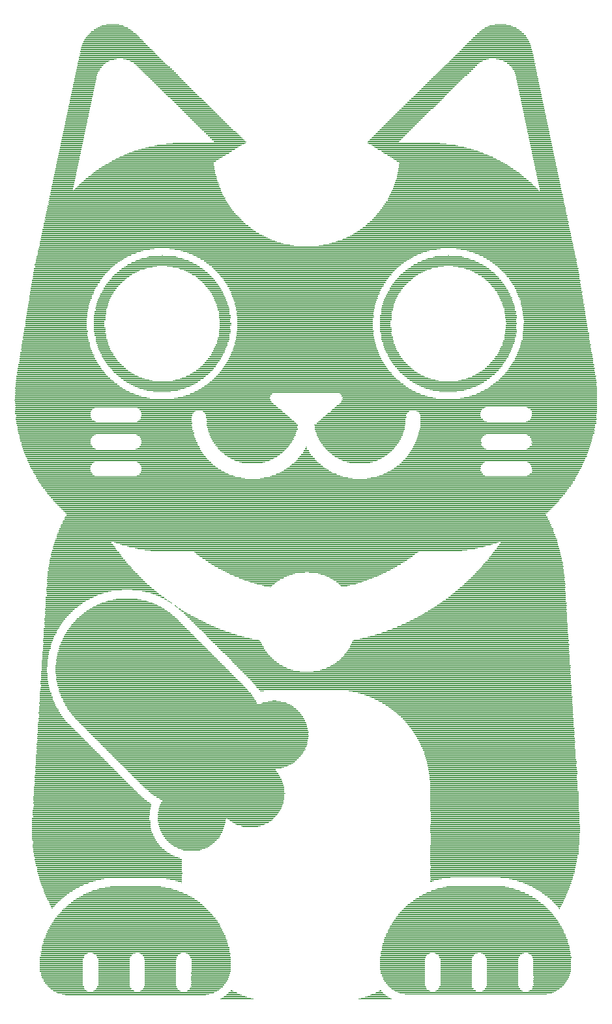
<source format=gbr>
G04 EAGLE Gerber X2 export*
%TF.Part,Single*%
%TF.FileFunction,Legend,Top,1*%
%TF.FilePolarity,Positive*%
%TF.GenerationSoftware,Autodesk,EAGLE,9.1.3*%
%TF.CreationDate,2018-09-17T05:52:35Z*%
G75*
%MOMM*%
%FSLAX34Y34*%
%LPD*%
%AMOC8*
5,1,8,0,0,1.08239X$1,22.5*%
G01*
%ADD10R,4.318000X0.084581*%
%ADD11R,3.810000X0.084581*%
%ADD12R,3.385819X0.084838*%
%ADD13R,3.048000X0.084581*%
%ADD14R,2.707638X0.084581*%
%ADD15R,2.623819X0.084581*%
%ADD16R,2.286000X0.084838*%
%ADD17R,18.288000X0.084581*%
%ADD18R,2.032000X0.084581*%
%ADD19R,1.948181X0.084581*%
%ADD20R,19.133819X0.084581*%
%ADD21R,1.694181X0.084581*%
%ADD22R,18.458181X0.084581*%
%ADD23R,19.728181X0.084838*%
%ADD24R,1.440181X0.084838*%
%ADD25R,1.353819X0.084838*%
%ADD26R,19.304000X0.084838*%
%ADD27R,20.236181X0.084581*%
%ADD28R,1.183638X0.084581*%
%ADD29R,1.099819X0.084581*%
%ADD30R,19.812000X0.084581*%
%ADD31R,20.574000X0.084581*%
%ADD32R,0.932181X0.084581*%
%ADD33R,0.848363X0.084581*%
%ADD34R,20.911819X0.084838*%
%ADD35R,0.678181X0.084838*%
%ADD36R,0.591819X0.084838*%
%ADD37R,20.574000X0.084838*%
%ADD38R,4.404363X0.084581*%
%ADD39R,5.334000X0.084581*%
%ADD40R,5.247638X0.084581*%
%ADD41R,3.893819X0.084581*%
%ADD42R,0.421637X0.084581*%
%ADD43R,0.337819X0.084581*%
%ADD44R,4.488181X0.084581*%
%ADD45R,3.556000X0.084581*%
%ADD46R,4.996181X0.084581*%
%ADD47R,4.912363X0.084581*%
%ADD48R,3.980181X0.084581*%
%ADD49R,0.170181X0.084581*%
%ADD50R,0.086363X0.084581*%
%ADD51R,4.404363X0.084838*%
%ADD52R,4.739638X0.084838*%
%ADD53R,3.893819X0.084838*%
%ADD54R,4.488181X0.084838*%
%ADD55R,3.642363X0.084838*%
%ADD56R,4.401819X0.084581*%
%ADD57R,4.572000X0.084581*%
%ADD58R,3.639819X0.084581*%
%ADD59R,4.064000X0.084581*%
%ADD60R,4.318000X0.084838*%
%ADD61R,4.064000X0.084838*%
%ADD62R,4.572000X0.084838*%
%ADD63R,3.726181X0.084838*%
%ADD64R,4.231638X0.084581*%
%ADD65R,4.150362X0.084581*%
%ADD66R,4.658362X0.084581*%
%ADD67R,4.147819X0.084581*%
%ADD68R,4.826000X0.084581*%
%ADD69R,3.896363X0.084581*%
%ADD70R,4.147819X0.084838*%
%ADD71R,4.231638X0.084838*%
%ADD72R,4.826000X0.084838*%
%ADD73R,4.655819X0.084581*%
%ADD74R,3.977638X0.084581*%
%ADD75R,4.739638X0.084581*%
%ADD76R,4.909819X0.084581*%
%ADD77R,4.401819X0.084838*%
%ADD78R,4.993638X0.084838*%
%ADD79R,4.485638X0.084581*%
%ADD80R,5.080000X0.084581*%
%ADD81R,5.163819X0.084581*%
%ADD82R,5.163819X0.084838*%
%ADD83R,5.334000X0.084838*%
%ADD84R,4.485638X0.084838*%
%ADD85R,5.417819X0.084581*%
%ADD86R,5.247638X0.084838*%
%ADD87R,4.909819X0.084838*%
%ADD88R,5.501638X0.084838*%
%ADD89R,5.501638X0.084581*%
%ADD90R,5.588000X0.084581*%
%ADD91R,5.417819X0.084838*%
%ADD92R,5.588000X0.084838*%
%ADD93R,4.993638X0.084581*%
%ADD94R,5.671819X0.084581*%
%ADD95R,5.080000X0.084838*%
%ADD96R,5.671819X0.084838*%
%ADD97R,5.755638X0.084581*%
%ADD98R,5.755638X0.084838*%
%ADD99R,5.842000X0.084838*%
%ADD100R,5.842000X0.084581*%
%ADD101R,5.674362X0.084838*%
%ADD102R,5.674362X0.084581*%
%ADD103R,5.250181X0.084581*%
%ADD104R,5.928363X0.084581*%
%ADD105R,5.758181X0.084838*%
%ADD106R,5.166362X0.084838*%
%ADD107R,6.012181X0.084838*%
%ADD108R,5.925819X0.084581*%
%ADD109R,6.009638X0.084581*%
%ADD110R,4.912363X0.084838*%
%ADD111R,5.420363X0.084838*%
%ADD112R,6.096000X0.084838*%
%ADD113R,5.504181X0.084581*%
%ADD114R,6.263638X0.084581*%
%ADD115R,6.179819X0.084581*%
%ADD116R,5.420363X0.084581*%
%ADD117R,5.758181X0.084581*%
%ADD118R,6.433819X0.084581*%
%ADD119R,24.638000X0.084838*%
%ADD120R,24.551638X0.084581*%
%ADD121R,24.638000X0.084581*%
%ADD122R,24.467819X0.084581*%
%ADD123R,24.554181X0.084581*%
%ADD124R,24.467819X0.084838*%
%ADD125R,24.384000X0.084838*%
%ADD126R,24.300181X0.084581*%
%ADD127R,24.384000X0.084581*%
%ADD128R,24.300181X0.084838*%
%ADD129R,24.216363X0.084581*%
%ADD130R,24.130000X0.084581*%
%ADD131R,24.213819X0.084581*%
%ADD132R,24.130000X0.084838*%
%ADD133R,23.959819X0.084581*%
%ADD134R,23.959819X0.084838*%
%ADD135R,23.876000X0.084581*%
%ADD136R,23.792181X0.084838*%
%ADD137R,23.876000X0.084838*%
%ADD138R,23.792181X0.084581*%
%ADD139R,23.708362X0.084581*%
%ADD140R,23.622000X0.084838*%
%ADD141R,23.705819X0.084838*%
%ADD142R,23.622000X0.084581*%
%ADD143R,23.451819X0.084581*%
%ADD144R,23.451819X0.084838*%
%ADD145R,23.284181X0.084581*%
%ADD146R,23.368000X0.084581*%
%ADD147R,23.284181X0.084838*%
%ADD148R,23.114000X0.084581*%
%ADD149R,23.027638X0.084838*%
%ADD150R,23.114000X0.084838*%
%ADD151R,22.943819X0.084581*%
%ADD152R,22.860000X0.084581*%
%ADD153R,22.776181X0.084838*%
%ADD154R,22.860000X0.084838*%
%ADD155R,22.692363X0.084581*%
%ADD156R,22.776181X0.084581*%
%ADD157R,22.606000X0.084581*%
%ADD158R,22.689819X0.084581*%
%ADD159R,22.519638X0.084838*%
%ADD160R,22.606000X0.084838*%
%ADD161R,22.435819X0.084581*%
%ADD162R,22.522181X0.084581*%
%ADD163R,22.352000X0.084581*%
%ADD164R,22.268181X0.084838*%
%ADD165R,22.098000X0.084581*%
%ADD166R,22.268181X0.084581*%
%ADD167R,21.927819X0.084838*%
%ADD168R,22.098000X0.084838*%
%ADD169R,21.927819X0.084581*%
%ADD170R,21.760181X0.084581*%
%ADD171R,21.844000X0.084581*%
%ADD172R,21.590000X0.084838*%
%ADD173R,21.760181X0.084838*%
%ADD174R,21.590000X0.084581*%
%ADD175R,21.419819X0.084581*%
%ADD176R,21.506181X0.084581*%
%ADD177R,21.252181X0.084838*%
%ADD178R,21.419819X0.084838*%
%ADD179R,21.252181X0.084581*%
%ADD180R,21.082000X0.084581*%
%ADD181R,21.165819X0.084581*%
%ADD182R,21.082000X0.084838*%
%ADD183R,20.828000X0.084581*%
%ADD184R,20.911819X0.084581*%
%ADD185R,20.744181X0.084581*%
%ADD186R,20.744181X0.084838*%
%ADD187R,20.403819X0.084581*%
%ADD188R,20.320000X0.084581*%
%ADD189R,20.236181X0.084838*%
%ADD190R,20.066000X0.084581*%
%ADD191R,20.149819X0.084581*%
%ADD192R,19.895819X0.084581*%
%ADD193R,19.895819X0.084838*%
%ADD194R,19.558000X0.084581*%
%ADD195R,19.728181X0.084581*%
%ADD196R,19.387819X0.084581*%
%ADD197R,19.220181X0.084838*%
%ADD198R,19.387819X0.084838*%
%ADD199R,19.050000X0.084581*%
%ADD200R,19.220181X0.084581*%
%ADD201R,18.963638X0.084581*%
%ADD202R,18.796000X0.084838*%
%ADD203R,18.879819X0.084838*%
%ADD204R,18.628363X0.084581*%
%ADD205R,18.712181X0.084581*%
%ADD206R,0.083819X0.084581*%
%ADD207R,18.371819X0.084581*%
%ADD208R,18.542000X0.084581*%
%ADD209R,0.167637X0.084581*%
%ADD210R,0.170181X0.084838*%
%ADD211R,18.204181X0.084838*%
%ADD212R,18.371819X0.084838*%
%ADD213R,0.340363X0.084838*%
%ADD214R,18.034000X0.084581*%
%ADD215R,18.204181X0.084581*%
%ADD216R,0.340363X0.084581*%
%ADD217R,0.424181X0.084581*%
%ADD218R,17.863819X0.084581*%
%ADD219R,0.508000X0.084581*%
%ADD220R,17.696181X0.084838*%
%ADD221R,17.863819X0.084838*%
%ADD222R,0.675638X0.084581*%
%ADD223R,17.526000X0.084581*%
%ADD224R,17.696181X0.084581*%
%ADD225R,0.762000X0.084581*%
%ADD226R,17.355819X0.084581*%
%ADD227R,0.845819X0.084581*%
%ADD228R,0.932181X0.084838*%
%ADD229R,17.104363X0.084838*%
%ADD230R,17.272000X0.084838*%
%ADD231R,1.016000X0.084838*%
%ADD232R,16.847819X0.084581*%
%ADD233R,17.018000X0.084581*%
%ADD234R,1.102363X0.084581*%
%ADD235R,1.186181X0.084581*%
%ADD236R,16.680181X0.084581*%
%ADD237R,1.270000X0.084581*%
%ADD238R,16.510000X0.084838*%
%ADD239R,16.680181X0.084838*%
%ADD240R,1.437638X0.084581*%
%ADD241R,16.172181X0.084581*%
%ADD242R,16.339819X0.084581*%
%ADD243R,1.524000X0.084581*%
%ADD244R,1.610363X0.084581*%
%ADD245R,16.002000X0.084581*%
%ADD246R,1.607819X0.084581*%
%ADD247R,1.694181X0.084838*%
%ADD248R,15.664181X0.084838*%
%ADD249R,15.918181X0.084838*%
%ADD250R,1.778000X0.084838*%
%ADD251R,1.861819X0.084581*%
%ADD252R,15.494000X0.084581*%
%ADD253R,15.664181X0.084581*%
%ADD254R,1.864363X0.084581*%
%ADD255R,15.156181X0.084581*%
%ADD256R,15.410181X0.084581*%
%ADD257R,2.115819X0.084581*%
%ADD258R,2.199638X0.084838*%
%ADD259R,14.986000X0.084838*%
%ADD260R,15.156181X0.084838*%
%ADD261R,2.202181X0.084838*%
%ADD262R,2.286000X0.084581*%
%ADD263R,14.648181X0.084581*%
%ADD264R,14.815819X0.084581*%
%ADD265R,2.369819X0.084581*%
%ADD266R,2.456181X0.084581*%
%ADD267R,14.307819X0.084581*%
%ADD268R,2.453638X0.084581*%
%ADD269R,2.540000X0.084838*%
%ADD270R,14.056363X0.084838*%
%ADD271R,14.307819X0.084838*%
%ADD272R,2.626362X0.084838*%
%ADD273R,2.710181X0.084581*%
%ADD274R,13.799819X0.084581*%
%ADD275R,13.970000X0.084581*%
%ADD276R,2.794000X0.084581*%
%ADD277R,2.877819X0.084581*%
%ADD278R,13.462000X0.084581*%
%ADD279R,13.632181X0.084581*%
%ADD280R,2.880362X0.084581*%
%ADD281R,2.964181X0.084838*%
%ADD282R,13.124181X0.084838*%
%ADD283R,13.291819X0.084838*%
%ADD284R,3.048000X0.084838*%
%ADD285R,3.215638X0.084581*%
%ADD286R,12.700000X0.084581*%
%ADD287R,12.954000X0.084581*%
%ADD288R,3.218181X0.084581*%
%ADD289R,3.302000X0.084581*%
%ADD290R,12.275819X0.084581*%
%ADD291R,12.616181X0.084581*%
%ADD292R,3.385819X0.084581*%
%ADD293R,3.469638X0.084838*%
%ADD294R,11.938000X0.084838*%
%ADD295R,12.275819X0.084838*%
%ADD296R,3.556000X0.084838*%
%ADD297R,3.642363X0.084581*%
%ADD298R,11.430000X0.084581*%
%ADD299R,11.767819X0.084581*%
%ADD300R,11.008363X0.084581*%
%ADD301R,10.584181X0.084838*%
%ADD302R,10.922000X0.084838*%
%ADD303R,3.980181X0.084838*%
%ADD304R,9.906000X0.084581*%
%ADD305R,10.414000X0.084581*%
%ADD306R,4.234181X0.084581*%
%ADD307R,9.398000X0.084581*%
%ADD308R,8.719819X0.084838*%
%ADD309R,9.227819X0.084838*%
%ADD310R,7.874000X0.084581*%
%ADD311R,8.552181X0.084581*%
%ADD312R,6.687819X0.084581*%
%ADD313R,7.620000X0.084581*%
%ADD314R,6.433819X0.084838*%
%ADD315R,6.012181X0.084581*%
%ADD316R,6.350000X0.084581*%
%ADD317R,6.266181X0.084581*%
%ADD318R,6.604000X0.084838*%
%ADD319R,0.337819X0.084838*%
%ADD320R,6.858000X0.084581*%
%ADD321R,0.591819X0.084581*%
%ADD322R,0.254000X0.084581*%
%ADD323R,7.198362X0.084581*%
%ADD324R,7.112000X0.084581*%
%ADD325R,7.536181X0.084838*%
%ADD326R,1.186181X0.084838*%
%ADD327R,0.762000X0.084838*%
%ADD328R,7.366000X0.084838*%
%ADD329R,7.960363X0.084581*%
%ADD330R,7.790181X0.084581*%
%ADD331R,8.465819X0.084581*%
%ADD332R,8.214363X0.084581*%
%ADD333R,9.060181X0.084838*%
%ADD334R,2.623819X0.084838*%
%ADD335R,1.948181X0.084838*%
%ADD336R,8.636000X0.084838*%
%ADD337R,18.625819X0.084838*%
%ADD338R,18.542000X0.084838*%
%ADD339R,18.625819X0.084581*%
%ADD340R,18.712181X0.084838*%
%ADD341R,18.796000X0.084581*%
%ADD342R,18.879819X0.084581*%
%ADD343R,18.966181X0.084838*%
%ADD344R,18.966181X0.084581*%
%ADD345R,19.050000X0.084838*%
%ADD346R,19.133819X0.084838*%
%ADD347R,18.458181X0.084838*%
%ADD348R,17.866363X0.084838*%
%ADD349R,17.612362X0.084581*%
%ADD350R,17.442181X0.084838*%
%ADD351R,17.442181X0.084581*%
%ADD352R,17.272000X0.084581*%
%ADD353R,17.188181X0.084838*%
%ADD354R,1.356363X0.084838*%
%ADD355R,17.101819X0.084581*%
%ADD356R,2.199638X0.084581*%
%ADD357R,19.304000X0.084581*%
%ADD358R,16.847819X0.084838*%
%ADD359R,3.215638X0.084838*%
%ADD360R,16.764000X0.084581*%
%ADD361R,16.677637X0.084838*%
%ADD362R,16.593819X0.084581*%
%ADD363R,16.510000X0.084581*%
%ADD364R,16.423638X0.084838*%
%ADD365R,16.423638X0.084581*%
%ADD366R,16.256000X0.084838*%
%ADD367R,16.169638X0.084581*%
%ADD368R,6.096000X0.084581*%
%ADD369R,16.085819X0.084838*%
%ADD370R,6.263638X0.084838*%
%ADD371R,6.436363X0.084581*%
%ADD372R,16.088363X0.084581*%
%ADD373R,6.604000X0.084581*%
%ADD374R,16.002000X0.084838*%
%ADD375R,6.771638X0.084838*%
%ADD376R,6.944363X0.084581*%
%ADD377R,15.918181X0.084581*%
%ADD378R,7.028181X0.084581*%
%ADD379R,15.834363X0.084838*%
%ADD380R,7.112000X0.084838*%
%ADD381R,15.834363X0.084581*%
%ADD382R,7.279638X0.084581*%
%ADD383R,15.748000X0.084581*%
%ADD384R,7.366000X0.084581*%
%ADD385R,15.748000X0.084838*%
%ADD386R,7.452363X0.084838*%
%ADD387R,7.787638X0.084838*%
%ADD388R,19.474181X0.084838*%
%ADD389R,15.580363X0.084581*%
%ADD390R,19.474181X0.084581*%
%ADD391R,15.580363X0.084838*%
%ADD392R,8.044181X0.084838*%
%ADD393R,8.128000X0.084581*%
%ADD394R,15.494000X0.084838*%
%ADD395R,8.295637X0.084838*%
%ADD396R,8.295637X0.084581*%
%ADD397R,15.410181X0.084838*%
%ADD398R,8.468362X0.084838*%
%ADD399R,1.099819X0.084838*%
%ADD400R,8.468362X0.084581*%
%ADD401R,15.326363X0.084838*%
%ADD402R,3.131819X0.084838*%
%ADD403R,15.326363X0.084581*%
%ADD404R,8.636000X0.084581*%
%ADD405R,8.719819X0.084581*%
%ADD406R,8.803638X0.084581*%
%ADD407R,8.803638X0.084838*%
%ADD408R,4.996181X0.084838*%
%ADD409R,15.240000X0.084581*%
%ADD410R,15.240000X0.084838*%
%ADD411R,8.890000X0.084838*%
%ADD412R,8.890000X0.084581*%
%ADD413R,15.069819X0.084581*%
%ADD414R,15.153638X0.084838*%
%ADD415R,15.153638X0.084581*%
%ADD416R,15.323819X0.084581*%
%ADD417R,15.407637X0.084838*%
%ADD418R,15.577819X0.084581*%
%ADD419R,15.577819X0.084838*%
%ADD420R,15.661638X0.084581*%
%ADD421R,15.831819X0.084581*%
%ADD422R,15.831819X0.084838*%
%ADD423R,15.323819X0.084838*%
%ADD424R,15.915638X0.084581*%
%ADD425R,15.915638X0.084838*%
%ADD426R,14.902181X0.084838*%
%ADD427R,14.561819X0.084838*%
%ADD428R,14.478000X0.084581*%
%ADD429R,14.394181X0.084581*%
%ADD430R,14.224000X0.084838*%
%ADD431R,14.140181X0.084581*%
%ADD432R,14.053819X0.084581*%
%ADD433R,16.677637X0.084581*%
%ADD434R,13.886181X0.084838*%
%ADD435R,13.802363X0.084581*%
%ADD436R,16.931638X0.084581*%
%ADD437R,13.716000X0.084581*%
%ADD438R,13.632181X0.084838*%
%ADD439R,13.548363X0.084581*%
%ADD440R,17.358363X0.084581*%
%ADD441R,17.439637X0.084581*%
%ADD442R,13.378181X0.084838*%
%ADD443R,17.526000X0.084838*%
%ADD444R,13.294363X0.084581*%
%ADD445R,17.609819X0.084581*%
%ADD446R,13.208000X0.084581*%
%ADD447R,17.693638X0.084581*%
%ADD448R,17.780000X0.084838*%
%ADD449R,13.040363X0.084581*%
%ADD450R,12.870181X0.084838*%
%ADD451R,18.117819X0.084838*%
%ADD452R,12.786363X0.084581*%
%ADD453R,18.201638X0.084581*%
%ADD454R,12.616181X0.084838*%
%ADD455R,18.288000X0.084838*%
%ADD456R,12.446000X0.084581*%
%ADD457R,12.359637X0.084581*%
%ADD458R,12.192000X0.084581*%
%ADD459R,12.105638X0.084581*%
%ADD460R,12.021819X0.084838*%
%ADD461R,11.938000X0.084581*%
%ADD462R,18.709637X0.084581*%
%ADD463R,19.217638X0.084581*%
%ADD464R,11.851638X0.084581*%
%ADD465R,11.767819X0.084838*%
%ADD466R,19.217638X0.084838*%
%ADD467R,11.684000X0.084581*%
%ADD468R,11.597638X0.084581*%
%ADD469R,18.882362X0.084581*%
%ADD470R,11.513819X0.084838*%
%ADD471R,11.343637X0.084581*%
%ADD472R,11.259819X0.084838*%
%ADD473R,11.176000X0.084581*%
%ADD474R,11.005819X0.084581*%
%ADD475R,19.136363X0.084581*%
%ADD476R,10.838181X0.084581*%
%ADD477R,10.751819X0.084581*%
%ADD478R,10.668000X0.084838*%
%ADD479R,10.584181X0.084581*%
%ADD480R,10.497819X0.084581*%
%ADD481R,10.414000X0.084838*%
%ADD482R,10.330181X0.084581*%
%ADD483R,10.243819X0.084581*%
%ADD484R,10.160000X0.084838*%
%ADD485R,10.076181X0.084581*%
%ADD486R,9.989819X0.084581*%
%ADD487R,9.906000X0.084838*%
%ADD488R,21.165819X0.084838*%
%ADD489R,9.822181X0.084581*%
%ADD490R,9.735819X0.084581*%
%ADD491R,21.676362X0.084581*%
%ADD492R,9.568181X0.084838*%
%ADD493R,9.484362X0.084581*%
%ADD494R,22.181819X0.084581*%
%ADD495R,22.438363X0.084581*%
%ADD496R,19.390363X0.084581*%
%ADD497R,9.314181X0.084838*%
%ADD498R,19.390363X0.084838*%
%ADD499R,9.230363X0.084581*%
%ADD500R,9.144000X0.084581*%
%ADD501R,23.030181X0.084581*%
%ADD502R,23.197819X0.084838*%
%ADD503R,8.976363X0.084581*%
%ADD504R,23.538181X0.084581*%
%ADD505R,8.806181X0.084838*%
%ADD506R,8.722363X0.084581*%
%ADD507R,19.471637X0.084581*%
%ADD508R,24.046181X0.084581*%
%ADD509R,8.552181X0.084838*%
%ADD510R,24.213819X0.084838*%
%ADD511R,19.471637X0.084838*%
%ADD512R,8.382000X0.084581*%
%ADD513R,8.298181X0.084838*%
%ADD514R,24.721819X0.084838*%
%ADD515R,19.558000X0.084838*%
%ADD516R,24.805637X0.084581*%
%ADD517R,19.641819X0.084581*%
%ADD518R,8.041638X0.084581*%
%ADD519R,24.978363X0.084581*%
%ADD520R,7.957819X0.084838*%
%ADD521R,25.146000X0.084838*%
%ADD522R,19.641819X0.084838*%
%ADD523R,25.229819X0.084581*%
%ADD524R,19.725638X0.084581*%
%ADD525R,7.787638X0.084581*%
%ADD526R,25.400000X0.084581*%
%ADD527R,7.703819X0.084838*%
%ADD528R,25.483819X0.084838*%
%ADD529R,19.812000X0.084838*%
%ADD530R,25.654000X0.084581*%
%ADD531R,7.533638X0.084581*%
%ADD532R,25.824181X0.084581*%
%ADD533R,7.449819X0.084838*%
%ADD534R,25.908000X0.084838*%
%ADD535R,25.991819X0.084581*%
%ADD536R,26.162000X0.084581*%
%ADD537R,7.195819X0.084838*%
%ADD538R,26.245819X0.084838*%
%ADD539R,26.416000X0.084581*%
%ADD540R,19.982181X0.084581*%
%ADD541R,7.025638X0.084581*%
%ADD542R,26.502363X0.084581*%
%ADD543R,6.941819X0.084838*%
%ADD544R,26.586181X0.084838*%
%ADD545R,19.982181X0.084838*%
%ADD546R,26.753819X0.084581*%
%ADD547R,6.771638X0.084581*%
%ADD548R,26.840181X0.084581*%
%ADD549R,26.924000X0.084838*%
%ADD550R,20.149819X0.084838*%
%ADD551R,6.520181X0.084581*%
%ADD552R,27.007819X0.084581*%
%ADD553R,27.178000X0.084581*%
%ADD554R,6.350000X0.084838*%
%ADD555R,27.261819X0.084838*%
%ADD556R,27.345638X0.084581*%
%ADD557R,27.432000X0.084581*%
%ADD558R,27.515819X0.084838*%
%ADD559R,20.403819X0.084838*%
%ADD560R,27.686000X0.084581*%
%ADD561R,20.490181X0.084581*%
%ADD562R,27.772362X0.084581*%
%ADD563R,20.406363X0.084581*%
%ADD564R,27.856181X0.084838*%
%ADD565R,20.490181X0.084838*%
%ADD566R,27.940000X0.084581*%
%ADD567R,28.026363X0.084581*%
%ADD568R,28.110181X0.084838*%
%ADD569R,20.660363X0.084838*%
%ADD570R,28.194000X0.084581*%
%ADD571R,20.660363X0.084581*%
%ADD572R,28.280363X0.084581*%
%ADD573R,28.364181X0.084838*%
%ADD574R,20.828000X0.084838*%
%ADD575R,5.166362X0.084581*%
%ADD576R,28.448000X0.084581*%
%ADD577R,28.534363X0.084581*%
%ADD578R,20.914362X0.084581*%
%ADD579R,28.618181X0.084838*%
%ADD580R,20.998181X0.084838*%
%ADD581R,28.702000X0.084581*%
%ADD582R,20.998181X0.084581*%
%ADD583R,4.742181X0.084838*%
%ADD584R,28.785819X0.084838*%
%ADD585R,21.168363X0.084838*%
%ADD586R,28.869637X0.084581*%
%ADD587R,21.168363X0.084581*%
%ADD588R,28.956000X0.084581*%
%ADD589R,29.039819X0.084838*%
%ADD590R,21.249638X0.084838*%
%ADD591R,29.039819X0.084581*%
%ADD592R,21.336000X0.084581*%
%ADD593R,29.126181X0.084581*%
%ADD594R,4.234181X0.084838*%
%ADD595R,29.210000X0.084838*%
%ADD596R,29.293819X0.084581*%
%ADD597R,21.503637X0.084581*%
%ADD598R,29.296363X0.084581*%
%ADD599R,29.380181X0.084838*%
%ADD600R,21.673819X0.084838*%
%ADD601R,29.464000X0.084581*%
%ADD602R,21.757638X0.084581*%
%ADD603R,3.723638X0.084581*%
%ADD604R,3.639819X0.084838*%
%ADD605R,29.547819X0.084838*%
%ADD606R,21.844000X0.084838*%
%ADD607R,29.547819X0.084581*%
%ADD608R,3.469638X0.084581*%
%ADD609R,29.634181X0.084581*%
%ADD610R,22.011638X0.084581*%
%ADD611R,29.634181X0.084838*%
%ADD612R,29.718000X0.084581*%
%ADD613R,22.265638X0.084581*%
%ADD614R,29.801819X0.084838*%
%ADD615R,22.352000X0.084838*%
%ADD616R,3.131819X0.084581*%
%ADD617R,29.801819X0.084581*%
%ADD618R,29.804362X0.084838*%
%ADD619R,22.522181X0.084838*%
%ADD620R,2.961638X0.084581*%
%ADD621R,2.877819X0.084838*%
%ADD622R,29.888181X0.084838*%
%ADD623R,29.804362X0.084581*%
%ADD624R,2.540000X0.084581*%
%ADD625R,23.197819X0.084581*%
%ADD626R,2.456181X0.084838*%
%ADD627R,29.718000X0.084838*%
%ADD628R,23.705819X0.084581*%
%ADD629R,2.202181X0.084581*%
%ADD630R,23.962363X0.084581*%
%ADD631R,29.377638X0.084838*%
%ADD632R,24.046181X0.084838*%
%ADD633R,29.380181X0.084581*%
%ADD634R,29.210000X0.084581*%
%ADD635R,2.032000X0.084838*%
%ADD636R,25.062181X0.084838*%
%ADD637R,3.810000X0.084838*%
%ADD638R,24.470363X0.084838*%
%ADD639R,24.975819X0.084581*%
%ADD640R,25.059638X0.084581*%
%ADD641R,2.964181X0.084581*%
%ADD642R,24.724363X0.084581*%
%ADD643R,24.975819X0.084838*%
%ADD644R,2.369819X0.084838*%
%ADD645R,24.892000X0.084838*%
%ADD646R,25.062181X0.084581*%
%ADD647R,1.778000X0.084581*%
%ADD648R,25.232363X0.084581*%
%ADD649R,25.400000X0.084838*%
%ADD650R,25.570181X0.084581*%
%ADD651R,25.740362X0.084581*%
%ADD652R,1.610363X0.084838*%
%ADD653R,26.078181X0.084581*%
%ADD654R,24.892000X0.084581*%
%ADD655R,26.332181X0.084581*%
%ADD656R,1.524000X0.084838*%
%ADD657R,26.416000X0.084838*%
%ADD658R,26.670000X0.084581*%
%ADD659R,24.808181X0.084581*%
%ADD660R,26.924000X0.084581*%
%ADD661R,24.805637X0.084838*%
%ADD662R,27.178000X0.084838*%
%ADD663R,1.440181X0.084581*%
%ADD664R,27.769819X0.084581*%
%ADD665R,24.724363X0.084838*%
%ADD666R,28.107638X0.084838*%
%ADD667R,1.356363X0.084581*%
%ADD668R,28.531819X0.084581*%
%ADD669R,1.270000X0.084838*%
%ADD670R,40.723819X0.084581*%
%ADD671R,1.183638X0.084838*%
%ADD672R,40.807637X0.084838*%
%ADD673R,40.894000X0.084581*%
%ADD674R,24.297638X0.084581*%
%ADD675R,40.977819X0.084581*%
%ADD676R,40.977819X0.084838*%
%ADD677R,41.061638X0.084581*%
%ADD678R,41.064181X0.084581*%
%ADD679R,41.148000X0.084838*%
%ADD680R,1.016000X0.084581*%
%ADD681R,41.231819X0.084581*%
%ADD682R,41.318181X0.084581*%
%ADD683R,41.402000X0.084838*%
%ADD684R,41.402000X0.084581*%
%ADD685R,41.485819X0.084581*%
%ADD686R,41.572181X0.084838*%
%ADD687R,41.656000X0.084581*%
%ADD688R,23.535637X0.084581*%
%ADD689R,41.739819X0.084581*%
%ADD690R,0.845819X0.084838*%
%ADD691R,41.826181X0.084838*%
%ADD692R,41.910000X0.084581*%
%ADD693R,23.281638X0.084581*%
%ADD694R,41.993819X0.084581*%
%ADD695R,42.080181X0.084838*%
%ADD696R,42.164000X0.084581*%
%ADD697R,23.027638X0.084581*%
%ADD698R,42.247819X0.084581*%
%ADD699R,22.943819X0.084838*%
%ADD700R,42.250363X0.084838*%
%ADD701R,42.334181X0.084581*%
%ADD702R,42.418000X0.084581*%
%ADD703R,42.504362X0.084838*%
%ADD704R,42.588181X0.084581*%
%ADD705R,33.360363X0.084581*%
%ADD706R,32.852362X0.084838*%
%ADD707R,0.678181X0.084581*%
%ADD708R,32.512000X0.084581*%
%ADD709R,32.258000X0.084581*%
%ADD710R,6.520181X0.084838*%
%ADD711R,32.004000X0.084838*%
%ADD712R,22.184363X0.084581*%
%ADD713R,31.750000X0.084581*%
%ADD714R,31.582363X0.084581*%
%ADD715R,22.014181X0.084838*%
%ADD716R,6.182362X0.084838*%
%ADD717R,31.412181X0.084838*%
%ADD718R,21.930363X0.084581*%
%ADD719R,31.242000X0.084581*%
%ADD720R,31.074363X0.084581*%
%ADD721R,5.928363X0.084838*%
%ADD722R,30.904181X0.084838*%
%ADD723R,30.734000X0.084581*%
%ADD724R,30.563819X0.084581*%
%ADD725R,30.480000X0.084838*%
%ADD726R,30.309819X0.084581*%
%ADD727R,21.249638X0.084581*%
%ADD728R,30.226000X0.084581*%
%ADD729R,30.139638X0.084838*%
%ADD730R,30.055819X0.084581*%
%ADD731R,20.995638X0.084581*%
%ADD732R,29.885638X0.084581*%
%ADD733R,0.675638X0.084838*%
%ADD734R,20.657819X0.084581*%
%ADD735R,29.631638X0.084581*%
%ADD736R,29.377638X0.084581*%
%ADD737R,29.293819X0.084838*%
%ADD738R,20.152363X0.084581*%
%ADD739R,19.898363X0.084581*%
%ADD740R,28.872181X0.084581*%
%ADD741R,0.929638X0.084838*%
%ADD742R,28.872181X0.084838*%
%ADD743R,0.929638X0.084581*%
%ADD744R,28.785819X0.084581*%
%ADD745R,28.702000X0.084838*%
%ADD746R,28.618181X0.084581*%
%ADD747R,28.531819X0.084838*%
%ADD748R,28.364181X0.084581*%
%ADD749R,28.277819X0.084581*%
%ADD750R,28.194000X0.084838*%
%ADD751R,28.110181X0.084581*%
%ADD752R,17.950181X0.084838*%
%ADD753R,28.026363X0.084838*%
%ADD754R,17.780000X0.084581*%
%ADD755R,27.856181X0.084581*%
%ADD756R,27.432000X0.084838*%
%ADD757R,1.353819X0.084581*%
%ADD758R,27.094181X0.084581*%
%ADD759R,26.756363X0.084581*%
%ADD760R,16.764000X0.084838*%
%ADD761R,25.486363X0.084838*%
%ADD762R,25.146000X0.084581*%
%ADD763R,16.426181X0.084838*%
%ADD764R,16.256000X0.084581*%
%ADD765R,16.085819X0.084581*%
%ADD766R,24.043638X0.084581*%
%ADD767R,3.302000X0.084838*%
%ADD768R,23.789638X0.084838*%
%ADD769R,1.864363X0.084838*%
%ADD770R,2.880362X0.084838*%
%ADD771R,1.861819X0.084838*%
%ADD772R,22.435819X0.084838*%
%ADD773R,1.945638X0.084581*%
%ADD774R,14.986000X0.084581*%
%ADD775R,14.648181X0.084838*%
%ADD776R,2.118362X0.084838*%
%ADD777R,14.564363X0.084581*%
%ADD778R,21.673819X0.084581*%
%ADD779R,14.391637X0.084581*%
%ADD780R,21.336000X0.084838*%
%ADD781R,14.056363X0.084581*%
%ADD782R,13.883638X0.084581*%
%ADD783R,13.716000X0.084838*%
%ADD784R,20.657819X0.084838*%
%ADD785R,13.375637X0.084581*%
%ADD786R,13.124181X0.084581*%
%ADD787R,2.794000X0.084838*%
%ADD788R,12.700000X0.084838*%
%ADD789R,12.532363X0.084581*%
%ADD790R,12.192000X0.084838*%
%ADD791R,3.218181X0.084838*%
%ADD792R,11.600181X0.084838*%
%ADD793R,0.594363X0.084838*%
%ADD794R,11.092181X0.084581*%
%ADD795R,3.472181X0.084838*%
%ADD796R,0.424181X0.084838*%
%ADD797R,10.668000X0.084581*%
%ADD798R,17.950181X0.084581*%
%ADD799R,10.243819X0.084838*%
%ADD800R,9.652000X0.084581*%
%ADD801R,9.398000X0.084838*%
%ADD802R,17.358363X0.084838*%
%ADD803R,9.060181X0.084581*%
%ADD804R,17.104363X0.084581*%
%ADD805R,0.083819X0.084838*%
%ADD806R,17.018000X0.084838*%
%ADD807R,16.850362X0.084581*%
%ADD808R,0.086363X0.084838*%
%ADD809R,16.596363X0.084838*%
%ADD810R,4.742181X0.084581*%
%ADD811R,16.342363X0.084581*%
%ADD812R,6.179819X0.084838*%
%ADD813R,0.254000X0.084838*%
%ADD814R,6.182362X0.084581*%
%ADD815R,6.517638X0.084581*%
%ADD816R,14.899638X0.084581*%
%ADD817R,14.815819X0.084838*%
%ADD818R,7.195819X0.084581*%
%ADD819R,14.732000X0.084581*%
%ADD820R,7.449819X0.084581*%
%ADD821R,14.561819X0.084581*%
%ADD822R,14.478000X0.084838*%
%ADD823R,14.224000X0.084581*%
%ADD824R,8.973819X0.084838*%
%ADD825R,2.115819X0.084838*%
%ADD826R,14.053819X0.084838*%
%ADD827R,9.819638X0.084581*%
%ADD828R,13.886181X0.084581*%
%ADD829R,13.799819X0.084838*%
%ADD830R,13.629638X0.084581*%
%ADD831R,13.545819X0.084838*%
%ADD832R,0.508000X0.084838*%
%ADD833R,13.462000X0.084838*%
%ADD834R,13.378181X0.084581*%
%ADD835R,13.291819X0.084581*%
%ADD836R,13.208000X0.084838*%
%ADD837R,1.691638X0.084838*%
%ADD838R,13.037819X0.084581*%
%ADD839R,2.118362X0.084581*%
%ADD840R,12.954000X0.084838*%
%ADD841R,12.783819X0.084581*%
%ADD842R,12.870181X0.084581*%
%ADD843R,12.529819X0.084581*%
%ADD844R,12.362181X0.084581*%
%ADD845R,12.362181X0.084838*%
%ADD846R,5.250181X0.084838*%
%ADD847R,12.278363X0.084838*%
%ADD848R,12.108181X0.084581*%
%ADD849R,12.024363X0.084838*%
%ADD850R,6.774181X0.084581*%
%ADD851R,11.854181X0.084581*%
%ADD852R,11.770363X0.084838*%
%ADD853R,7.620000X0.084838*%
%ADD854R,11.600181X0.084581*%
%ADD855R,11.513819X0.084581*%
%ADD856R,11.516363X0.084838*%
%ADD857R,9.144000X0.084838*%
%ADD858R,11.430000X0.084838*%
%ADD859R,10.073638X0.084581*%
%ADD860R,11.346181X0.084581*%
%ADD861R,11.176000X0.084838*%
%ADD862R,21.422363X0.084838*%
%ADD863R,11.089638X0.084581*%
%ADD864R,11.005819X0.084838*%
%ADD865R,10.835638X0.084581*%
%ADD866R,22.946362X0.084581*%
%ADD867R,23.281638X0.084838*%
%ADD868R,24.470363X0.084581*%
%ADD869R,24.721819X0.084581*%
%ADD870R,10.246363X0.084581*%
%ADD871R,10.076181X0.084838*%
%ADD872R,24.978363X0.084838*%
%ADD873R,9.992363X0.084581*%
%ADD874R,25.486363X0.084581*%
%ADD875R,25.821638X0.084838*%
%ADD876R,25.994363X0.084581*%
%ADD877R,9.738363X0.084581*%
%ADD878R,26.329638X0.084581*%
%ADD879R,9.565638X0.084838*%
%ADD880R,26.502363X0.084838*%
%ADD881R,9.652000X0.084838*%
%ADD882R,9.481819X0.084581*%
%ADD883R,9.565638X0.084581*%
%ADD884R,27.010363X0.084581*%
%ADD885R,9.227819X0.084581*%
%ADD886R,27.518363X0.084581*%
%ADD887R,9.314181X0.084581*%
%ADD888R,27.940000X0.084838*%
%ADD889R,8.973819X0.084581*%
%ADD890R,8.806181X0.084581*%
%ADD891R,29.042363X0.084581*%
%ADD892R,8.549638X0.084838*%
%ADD893R,38.521638X0.084838*%
%ADD894R,40.553638X0.084581*%
%ADD895R,8.549638X0.084581*%
%ADD896R,8.382000X0.084838*%
%ADD897R,42.926000X0.084838*%
%ADD898R,8.211819X0.084581*%
%ADD899R,43.858181X0.084581*%
%ADD900R,44.617638X0.084581*%
%ADD901R,45.466000X0.084838*%
%ADD902R,8.128000X0.084838*%
%ADD903R,8.044181X0.084581*%
%ADD904R,46.141638X0.084581*%
%ADD905R,46.649638X0.084581*%
%ADD906R,7.790181X0.084838*%
%ADD907R,47.330362X0.084838*%
%ADD908R,7.874000X0.084838*%
%ADD909R,47.838363X0.084581*%
%ADD910R,7.703819X0.084581*%
%ADD911R,48.346363X0.084581*%
%ADD912R,7.533638X0.084838*%
%ADD913R,48.854363X0.084838*%
%ADD914R,49.362363X0.084581*%
%ADD915R,49.870363X0.084581*%
%ADD916R,50.378363X0.084838*%
%ADD917R,65.278000X0.084581*%
%ADD918R,65.110363X0.084581*%
%ADD919R,65.110363X0.084838*%
%ADD920R,64.937638X0.084581*%
%ADD921R,64.937638X0.084838*%
%ADD922R,64.770000X0.084581*%
%ADD923R,64.770000X0.084838*%
%ADD924R,64.686181X0.084581*%
%ADD925R,64.602362X0.084581*%
%ADD926R,64.602362X0.084838*%
%ADD927R,64.516000X0.084581*%
%ADD928R,64.429637X0.084581*%
%ADD929R,64.429637X0.084838*%
%ADD930R,64.262000X0.084581*%
%ADD931R,64.178181X0.084838*%
%ADD932R,64.094363X0.084581*%
%ADD933R,63.921638X0.084838*%
%ADD934R,63.921638X0.084581*%
%ADD935R,63.754000X0.084581*%
%ADD936R,63.754000X0.084838*%
%ADD937R,63.670181X0.084581*%
%ADD938R,63.586362X0.084581*%
%ADD939R,63.500000X0.084838*%
%ADD940R,63.413638X0.084581*%
%ADD941R,63.246000X0.084838*%
%ADD942R,63.246000X0.084581*%
%ADD943R,63.078363X0.084581*%
%ADD944R,63.078363X0.084838*%
%ADD945R,62.905638X0.084581*%
%ADD946R,62.738000X0.084838*%
%ADD947R,62.738000X0.084581*%
%ADD948R,62.570363X0.084581*%
%ADD949R,62.570363X0.084838*%
%ADD950R,62.397638X0.084581*%
%ADD951R,62.230000X0.084838*%
%ADD952R,62.230000X0.084581*%
%ADD953R,64.262000X0.084838*%
%ADD954R,65.278000X0.084838*%
%ADD955R,65.445638X0.084581*%
%ADD956R,65.618363X0.084581*%
%ADD957R,65.786000X0.084838*%
%ADD958R,65.786000X0.084581*%
%ADD959R,65.953637X0.084581*%
%ADD960R,66.126362X0.084838*%
%ADD961R,66.294000X0.084581*%
%ADD962R,66.461638X0.084581*%
%ADD963R,66.634363X0.084838*%
%ADD964R,66.634363X0.084581*%
%ADD965R,66.802000X0.084581*%
%ADD966R,66.969638X0.084838*%
%ADD967R,67.142363X0.084581*%
%ADD968R,67.310000X0.084581*%
%ADD969R,67.310000X0.084838*%
%ADD970R,67.477638X0.084581*%
%ADD971R,67.650362X0.084581*%
%ADD972R,67.818000X0.084838*%
%ADD973R,67.818000X0.084581*%
%ADD974R,67.985638X0.084581*%
%ADD975R,68.158363X0.084838*%
%ADD976R,68.326000X0.084581*%
%ADD977R,68.493638X0.084838*%
%ADD978R,68.666363X0.084581*%
%ADD979R,68.834000X0.084581*%
%ADD980R,68.834000X0.084838*%
%ADD981R,69.001638X0.084581*%
%ADD982R,69.174363X0.084581*%
%ADD983R,69.174363X0.084838*%
%ADD984R,69.342000X0.084581*%
%ADD985R,69.425819X0.084581*%
%ADD986R,69.509637X0.084838*%
%ADD987R,69.682362X0.084581*%
%ADD988R,69.850000X0.084838*%
%ADD989R,27.091638X0.084581*%
%ADD990R,26.583638X0.084581*%
%ADD991R,10.922000X0.084581*%
%ADD992R,26.248363X0.084838*%
%ADD993R,10.073638X0.084838*%
%ADD994R,25.908000X0.084581*%
%ADD995R,12.105638X0.084838*%
%ADD996R,13.375637X0.084838*%
%ADD997R,7.536181X0.084581*%
%ADD998R,11.516363X0.084581*%
%ADD999R,7.706363X0.084581*%
%ADD1000R,7.198362X0.084838*%
%ADD1001R,12.529819X0.084838*%
%ADD1002R,6.266181X0.084838*%
%ADD1003R,11.262363X0.084581*%
%ADD1004R,9.738363X0.084838*%
%ADD1005R,4.658362X0.084838*%
%ADD1006R,11.008363X0.084838*%
%ADD1007R,9.481819X0.084838*%
%ADD1008R,3.977638X0.084838*%
%ADD1009R,10.835638X0.084838*%
%ADD1010R,6.687819X0.084838*%
%ADD1011R,10.754363X0.084581*%
%ADD1012R,10.751819X0.084838*%
%ADD1013R,7.025638X0.084838*%
%ADD1014R,3.134362X0.084581*%
%ADD1015R,9.568181X0.084581*%
%ADD1016R,3.388362X0.084581*%
%ADD1017R,3.896363X0.084838*%
%ADD1018R,2.626362X0.084581*%
%ADD1019R,23.535637X0.084838*%
%ADD1020R,23.368000X0.084838*%
%ADD1021R,1.945638X0.084838*%
%ADD1022R,6.858000X0.084838*%
%ADD1023R,1.437638X0.084838*%
%ADD1024R,1.102363X0.084838*%
%ADD1025R,23.200363X0.084581*%
%ADD1026R,23.030181X0.084838*%
%ADD1027R,0.594363X0.084581*%
%ADD1028R,0.421637X0.084838*%
%ADD1029R,9.311637X0.084581*%
%ADD1030R,7.957819X0.084581*%
%ADD1031R,9.230363X0.084838*%
%ADD1032R,7.960363X0.084838*%
%ADD1033R,8.976363X0.084838*%
%ADD1034R,9.484362X0.084838*%
%ADD1035R,7.706363X0.084838*%
%ADD1036R,9.819638X0.084838*%
%ADD1037R,9.057638X0.084581*%
%ADD1038R,9.057638X0.084838*%
%ADD1039R,8.465819X0.084838*%
%ADD1040R,10.327637X0.084581*%
%ADD1041R,10.500363X0.084838*%
%ADD1042R,22.689819X0.084838*%
%ADD1043R,11.259819X0.084581*%
%ADD1044R,22.692363X0.084838*%
%ADD1045R,11.343637X0.084838*%
%ADD1046R,11.684000X0.084838*%
%ADD1047R,22.773637X0.084581*%
%ADD1048R,22.773637X0.084838*%
%ADD1049R,11.851638X0.084838*%
%ADD1050R,6.941819X0.084581*%
%ADD1051R,8.298181X0.084581*%
%ADD1052R,8.211819X0.084838*%
%ADD1053R,9.822181X0.084838*%
%ADD1054R,9.735819X0.084838*%
%ADD1055R,10.500363X0.084581*%
%ADD1056R,10.497819X0.084838*%
%ADD1057R,6.690362X0.084581*%
%ADD1058R,10.330181X0.084838*%
%ADD1059R,9.989819X0.084838*%
%ADD1060R,18.374363X0.084581*%
%ADD1061R,34.119819X0.084581*%
%ADD1062R,34.036000X0.084838*%
%ADD1063R,33.949638X0.084838*%
%ADD1064R,33.949638X0.084581*%
%ADD1065R,33.865819X0.084581*%
%ADD1066R,33.782000X0.084581*%
%ADD1067R,33.695638X0.084838*%
%ADD1068R,33.611819X0.084838*%
%ADD1069R,33.611819X0.084581*%
%ADD1070R,33.528000X0.084581*%
%ADD1071R,33.441637X0.084581*%
%ADD1072R,33.441637X0.084838*%
%ADD1073R,33.357819X0.084838*%
%ADD1074R,33.357819X0.084581*%
%ADD1075R,33.274000X0.084581*%
%ADD1076R,33.187638X0.084581*%
%ADD1077R,33.274000X0.084838*%
%ADD1078R,33.187638X0.084838*%
%ADD1079R,33.103819X0.084581*%
%ADD1080R,18.201638X0.084838*%
%ADD1081R,18.455638X0.084838*%
%ADD1082R,11.346181X0.084838*%
%ADD1083R,16.931638X0.084838*%
%ADD1084R,15.407637X0.084581*%
%ADD1085R,28.615638X0.084581*%
%ADD1086R,14.645638X0.084838*%
%ADD1087R,28.280363X0.084838*%
%ADD1088R,14.899638X0.084838*%
%ADD1089R,27.599638X0.084581*%
%ADD1090R,27.348181X0.084838*%
%ADD1091R,14.137638X0.084581*%
%ADD1092R,26.583638X0.084838*%
%ADD1093R,26.248363X0.084581*%
%ADD1094R,26.075638X0.084581*%
%ADD1095R,25.740362X0.084838*%
%ADD1096R,25.567638X0.084581*%
%ADD1097R,25.316181X0.084581*%
%ADD1098R,25.059638X0.084838*%
%ADD1099R,24.551638X0.084838*%
%ADD1100R,3.726181X0.084581*%
%ADD1101R,3.134362X0.084838*%
%ADD1102R,12.532363X0.084838*%
%ADD1103R,2.372362X0.084581*%
%ADD1104R,22.519638X0.084581*%
%ADD1105R,22.011638X0.084838*%
%ADD1106R,10.754363X0.084838*%
%ADD1107R,20.487638X0.084838*%
%ADD1108R,1.691638X0.084581*%
%ADD1109R,20.487638X0.084581*%
%ADD1110R,10.160000X0.084581*%
%ADD1111R,10.327637X0.084838*%
%ADD1112R,19.979638X0.084581*%
%ADD1113R,19.979638X0.084838*%
%ADD1114R,1.607819X0.084838*%
%ADD1115R,19.644362X0.084838*%
%ADD1116R,19.644362X0.084581*%
%ADD1117R,18.963638X0.084838*%
%ADD1118R,18.628363X0.084838*%
%ADD1119R,9.311637X0.084838*%
%ADD1120R,18.455638X0.084581*%
%ADD1121R,8.722363X0.084838*%
%ADD1122R,18.120363X0.084581*%
%ADD1123R,18.120363X0.084838*%
%ADD1124R,17.947638X0.084581*%
%ADD1125R,17.947638X0.084838*%
%ADD1126R,8.214363X0.084838*%
%ADD1127R,17.612362X0.084838*%
%ADD1128R,8.041638X0.084838*%
%ADD1129R,20.320000X0.084838*%
%ADD1130R,20.995638X0.084838*%
%ADD1131R,21.676362X0.084838*%
%ADD1132R,2.372362X0.084838*%
%ADD1133R,24.043638X0.084838*%
%ADD1134R,25.316181X0.084838*%
%ADD1135R,25.991819X0.084838*%
%ADD1136R,11.092181X0.084838*%
%ADD1137R,26.499819X0.084581*%
%ADD1138R,26.756363X0.084838*%
%ADD1139R,27.348181X0.084581*%
%ADD1140R,27.599638X0.084838*%
%ADD1141R,3.472181X0.084581*%
%ADD1142R,28.615638X0.084838*%
%ADD1143R,12.783819X0.084838*%
%ADD1144R,30.139638X0.084581*%
%ADD1145R,30.647638X0.084581*%
%ADD1146R,31.155638X0.084838*%
%ADD1147R,31.663638X0.084581*%
%ADD1148R,32.344363X0.084581*%
%ADD1149R,13.970000X0.084838*%
%ADD1150R,33.020000X0.084838*%
%ADD1151R,14.310363X0.084838*%
%ADD1152R,33.952181X0.084581*%
%ADD1153R,35.219638X0.084581*%
%ADD1154R,33.020000X0.084581*%
%ADD1155R,32.595819X0.084581*%
%ADD1156R,32.428181X0.084581*%
%ADD1157R,32.090363X0.084838*%
%ADD1158R,31.666181X0.084581*%
%ADD1159R,31.328363X0.084581*%
%ADD1160R,31.325819X0.084581*%
%ADD1161R,31.074363X0.084838*%
%ADD1162R,30.988000X0.084838*%
%ADD1163R,30.820363X0.084581*%
%ADD1164R,30.480000X0.084581*%
%ADD1165R,30.226000X0.084838*%
%ADD1166R,29.123638X0.084581*%
%ADD1167R,28.448000X0.084838*%
%ADD1168R,27.602181X0.084581*%
%ADD1169R,27.518363X0.084838*%
%ADD1170R,27.261819X0.084581*%
%ADD1171R,27.094181X0.084838*%
%ADD1172R,27.091638X0.084838*%
%ADD1173R,26.753819X0.084838*%
%ADD1174R,26.670000X0.084838*%
%ADD1175R,26.586181X0.084581*%
%ADD1176R,26.332181X0.084838*%
%ADD1177R,25.821638X0.084581*%
%ADD1178R,25.737819X0.084838*%
%ADD1179R,25.567638X0.084838*%
%ADD1180R,25.483819X0.084581*%
%ADD1181R,25.313638X0.084838*%
%ADD1182R,24.808181X0.084838*%
%ADD1183R,24.297638X0.084838*%
%ADD1184R,23.708362X0.084838*%
%ADD1185R,23.538181X0.084838*%
%ADD1186R,23.454363X0.084838*%
%ADD1187R,22.438363X0.084838*%
%ADD1188R,22.181819X0.084838*%
%ADD1189R,17.866363X0.084581*%
%ADD1190R,17.609819X0.084838*%
%ADD1191R,17.188181X0.084581*%
%ADD1192R,16.934181X0.084581*%
%ADD1193R,16.850362X0.084838*%
%ADD1194R,16.596363X0.084581*%
%ADD1195R,16.426181X0.084581*%
%ADD1196R,16.339819X0.084838*%
%ADD1197R,15.072363X0.084581*%
%ADD1198R,14.818363X0.084838*%
%ADD1199R,14.391637X0.084838*%
%ADD1200R,13.545819X0.084581*%
%ADD1201R,13.121638X0.084581*%
%ADD1202R,13.040363X0.084838*%
%ADD1203R,12.867638X0.084581*%
%ADD1204R,12.613638X0.084581*%
%ADD1205R,12.613638X0.084838*%
%ADD1206R,12.108181X0.084838*%
%ADD1207R,3.522981X0.084838*%
%ADD1208R,3.512819X0.084838*%
%ADD1209R,3.606800X0.084581*%
%ADD1210R,3.599181X0.084581*%
%ADD1211R,7.282181X0.084581*%
%ADD1212R,3.776981X0.084581*%
%ADD1213R,3.766819X0.084581*%
%ADD1214R,6.774181X0.084838*%
%ADD1215R,3.860800X0.084838*%
%ADD1216R,3.853181X0.084838*%
%ADD1217R,6.690362X0.084838*%
%ADD1218R,4.030981X0.084581*%
%ADD1219R,4.020819X0.084581*%
%ADD1220R,4.198619X0.084581*%
%ADD1221R,4.191000X0.084581*%
%ADD1222R,4.150362X0.084838*%
%ADD1223R,3.723638X0.084838*%
%ADD1224R,10.246363X0.084838*%
%ADD1225R,9.992363X0.084838*%
%ADD1226R,7.282181X0.084838*%


D10*
X288722Y3387D03*
X468198Y3387D03*
D11*
X287858Y4233D03*
X469062Y4233D03*
D12*
X287439Y5080D03*
X469481Y5080D03*
D13*
X286588Y5927D03*
X470332Y5927D03*
D14*
X285750Y6773D03*
D15*
X470751Y6773D03*
D16*
X285318Y7620D03*
X471602Y7620D03*
D17*
X157048Y8467D03*
D18*
X284912Y8467D03*
D19*
X471589Y8467D03*
D20*
X157061Y9313D03*
D21*
X284061Y9313D03*
X472021Y9313D03*
D22*
X599021Y9313D03*
D23*
X156629Y10160D03*
D24*
X283629Y10160D03*
D25*
X472859Y10160D03*
D26*
X599008Y10160D03*
D27*
X156629Y11007D03*
D28*
X283210Y11007D03*
D29*
X473291Y11007D03*
D30*
X599008Y11007D03*
D31*
X156642Y11853D03*
D32*
X282791Y11853D03*
D33*
X473710Y11853D03*
D27*
X598589Y11853D03*
D34*
X156629Y12700D03*
D35*
X282359Y12700D03*
D36*
X474129Y12700D03*
D37*
X598602Y12700D03*
D38*
X72390Y13547D03*
D39*
X128702Y13547D03*
D40*
X189230Y13547D03*
D41*
X243421Y13547D03*
D42*
X281940Y13547D03*
D43*
X474561Y13547D03*
D44*
X516471Y13547D03*
D40*
X572770Y13547D03*
X633730Y13547D03*
D45*
X685368Y13547D03*
D10*
X71120Y14393D03*
D46*
X128689Y14393D03*
D47*
X189230Y14393D03*
D48*
X244691Y14393D03*
D49*
X281521Y14393D03*
D50*
X474980Y14393D03*
D44*
X514769Y14393D03*
D46*
X573189Y14393D03*
D47*
X633730Y14393D03*
D45*
X687070Y14393D03*
D51*
X69850Y15240D03*
D52*
X128270Y15240D03*
X189230Y15240D03*
D53*
X245961Y15240D03*
D54*
X513931Y15240D03*
D52*
X572770Y15240D03*
X633730Y15240D03*
D55*
X688340Y15240D03*
D56*
X68999Y16087D03*
D57*
X128270Y16087D03*
X189230Y16087D03*
D41*
X246799Y16087D03*
D57*
X512648Y16087D03*
X572770Y16087D03*
X633730Y16087D03*
D58*
X689191Y16087D03*
D56*
X68161Y16933D03*
D44*
X128689Y16933D03*
D38*
X189230Y16933D03*
D59*
X247650Y16933D03*
D57*
X511810Y16933D03*
D44*
X573189Y16933D03*
X633311Y16933D03*
D58*
X690029Y16933D03*
D54*
X67729Y17780D03*
D60*
X128702Y17780D03*
D51*
X189230Y17780D03*
D61*
X248488Y17780D03*
D62*
X510972Y17780D03*
D60*
X573202Y17780D03*
D51*
X633730Y17780D03*
D63*
X691299Y17780D03*
D44*
X66891Y18627D03*
D10*
X128702Y18627D03*
D64*
X189230Y18627D03*
D65*
X248920Y18627D03*
D66*
X510540Y18627D03*
D64*
X572770Y18627D03*
X633730Y18627D03*
D11*
X691718Y18627D03*
D66*
X66040Y19473D03*
D64*
X128270Y19473D03*
X189230Y19473D03*
D67*
X249771Y19473D03*
D68*
X509702Y19473D03*
D64*
X572770Y19473D03*
X633730Y19473D03*
D69*
X692150Y19473D03*
D62*
X65608Y20320D03*
D70*
X128689Y20320D03*
D71*
X189230Y20320D03*
X250190Y20320D03*
D72*
X508838Y20320D03*
D70*
X573189Y20320D03*
X633311Y20320D03*
D53*
X693001Y20320D03*
D73*
X65189Y21167D03*
D67*
X128689Y21167D03*
X188811Y21167D03*
D10*
X250622Y21167D03*
D68*
X508838Y21167D03*
D67*
X573189Y21167D03*
X633311Y21167D03*
D74*
X693420Y21167D03*
D75*
X64770Y22013D03*
D67*
X128689Y22013D03*
X188811Y22013D03*
D10*
X250622Y22013D03*
D76*
X508419Y22013D03*
D67*
X573189Y22013D03*
X633311Y22013D03*
D59*
X693852Y22013D03*
D72*
X64338Y22860D03*
D70*
X128689Y22860D03*
D61*
X189230Y22860D03*
D77*
X251041Y22860D03*
D78*
X508000Y22860D03*
D70*
X573189Y22860D03*
X633311Y22860D03*
X694271Y22860D03*
D76*
X63919Y23707D03*
D67*
X128689Y23707D03*
D59*
X189230Y23707D03*
D79*
X251460Y23707D03*
D80*
X507568Y23707D03*
D67*
X573189Y23707D03*
X633311Y23707D03*
X694271Y23707D03*
D76*
X63919Y24553D03*
D67*
X128689Y24553D03*
D59*
X189230Y24553D03*
D57*
X251892Y24553D03*
D81*
X507149Y24553D03*
D67*
X573189Y24553D03*
X633311Y24553D03*
D64*
X694690Y24553D03*
D78*
X63500Y25400D03*
D70*
X128689Y25400D03*
D61*
X189230Y25400D03*
D62*
X251892Y25400D03*
D82*
X507149Y25400D03*
D70*
X573189Y25400D03*
X633311Y25400D03*
D60*
X695122Y25400D03*
D80*
X63068Y26247D03*
D67*
X128689Y26247D03*
D59*
X189230Y26247D03*
D73*
X252311Y26247D03*
D40*
X506730Y26247D03*
D67*
X573189Y26247D03*
X633311Y26247D03*
D10*
X695122Y26247D03*
D80*
X63068Y27093D03*
D67*
X128689Y27093D03*
D59*
X189230Y27093D03*
D75*
X252730Y27093D03*
D39*
X506298Y27093D03*
D67*
X573189Y27093D03*
X633311Y27093D03*
D56*
X695541Y27093D03*
D82*
X62649Y27940D03*
D70*
X128689Y27940D03*
D61*
X189230Y27940D03*
D52*
X252730Y27940D03*
D83*
X506298Y27940D03*
D70*
X573189Y27940D03*
X633311Y27940D03*
D84*
X695960Y27940D03*
D81*
X62649Y28787D03*
D67*
X128689Y28787D03*
D59*
X189230Y28787D03*
D68*
X253162Y28787D03*
D85*
X505879Y28787D03*
D67*
X573189Y28787D03*
X633311Y28787D03*
D79*
X695960Y28787D03*
D40*
X62230Y29633D03*
D67*
X128689Y29633D03*
D59*
X189230Y29633D03*
D68*
X253162Y29633D03*
D85*
X505879Y29633D03*
D67*
X573189Y29633D03*
X633311Y29633D03*
D57*
X696392Y29633D03*
D86*
X62230Y30480D03*
D70*
X128689Y30480D03*
D61*
X189230Y30480D03*
D87*
X253581Y30480D03*
D88*
X505460Y30480D03*
D70*
X573189Y30480D03*
X633311Y30480D03*
D62*
X696392Y30480D03*
D39*
X61798Y31327D03*
D67*
X128689Y31327D03*
D59*
X189230Y31327D03*
D76*
X253581Y31327D03*
D89*
X505460Y31327D03*
D67*
X573189Y31327D03*
X633311Y31327D03*
D73*
X696811Y31327D03*
D39*
X61798Y32173D03*
D67*
X128689Y32173D03*
D59*
X189230Y32173D03*
D76*
X253581Y32173D03*
D90*
X505028Y32173D03*
D67*
X573189Y32173D03*
X633311Y32173D03*
D73*
X696811Y32173D03*
D91*
X61379Y33020D03*
D70*
X128689Y33020D03*
D61*
X189230Y33020D03*
D78*
X254000Y33020D03*
D92*
X505028Y33020D03*
D70*
X573189Y33020D03*
X633311Y33020D03*
D52*
X697230Y33020D03*
D85*
X61379Y33867D03*
D67*
X128689Y33867D03*
D59*
X189230Y33867D03*
D93*
X254000Y33867D03*
D94*
X504609Y33867D03*
D67*
X573189Y33867D03*
X633311Y33867D03*
D75*
X697230Y33867D03*
D85*
X61379Y34713D03*
D67*
X128689Y34713D03*
D59*
X189230Y34713D03*
D93*
X254000Y34713D03*
D94*
X504609Y34713D03*
D67*
X573189Y34713D03*
X633311Y34713D03*
D75*
X697230Y34713D03*
D88*
X60960Y35560D03*
D70*
X128689Y35560D03*
D61*
X189230Y35560D03*
D95*
X254432Y35560D03*
D96*
X504609Y35560D03*
D70*
X573189Y35560D03*
X633311Y35560D03*
D72*
X697662Y35560D03*
D89*
X60960Y36407D03*
D67*
X128689Y36407D03*
D59*
X189230Y36407D03*
D80*
X254432Y36407D03*
D97*
X504190Y36407D03*
D67*
X573189Y36407D03*
X633311Y36407D03*
D68*
X697662Y36407D03*
D89*
X60960Y37253D03*
D67*
X128689Y37253D03*
D59*
X189230Y37253D03*
D80*
X254432Y37253D03*
D97*
X504190Y37253D03*
D67*
X573189Y37253D03*
X633311Y37253D03*
D68*
X697662Y37253D03*
D88*
X60960Y38100D03*
D70*
X128689Y38100D03*
D61*
X189230Y38100D03*
D95*
X254432Y38100D03*
D98*
X504190Y38100D03*
D70*
X573189Y38100D03*
X633311Y38100D03*
D72*
X697662Y38100D03*
D90*
X60528Y38947D03*
D67*
X128689Y38947D03*
D59*
X189230Y38947D03*
D81*
X254851Y38947D03*
D97*
X504190Y38947D03*
D67*
X573189Y38947D03*
X633311Y38947D03*
D76*
X698081Y38947D03*
D90*
X60528Y39793D03*
D67*
X128689Y39793D03*
D59*
X189230Y39793D03*
D81*
X254851Y39793D03*
D97*
X504190Y39793D03*
D67*
X573189Y39793D03*
X633311Y39793D03*
D76*
X698081Y39793D03*
D92*
X60528Y40640D03*
D70*
X128689Y40640D03*
D61*
X189230Y40640D03*
D82*
X254851Y40640D03*
D99*
X503758Y40640D03*
D70*
X573189Y40640D03*
X633311Y40640D03*
D87*
X698081Y40640D03*
D90*
X60528Y41487D03*
D67*
X128689Y41487D03*
D59*
X189230Y41487D03*
D81*
X254851Y41487D03*
D100*
X503758Y41487D03*
D67*
X573189Y41487D03*
X633311Y41487D03*
D76*
X698081Y41487D03*
D90*
X60528Y42333D03*
D67*
X128689Y42333D03*
D59*
X189230Y42333D03*
D81*
X254851Y42333D03*
D100*
X503758Y42333D03*
D67*
X573189Y42333D03*
X633311Y42333D03*
D76*
X698081Y42333D03*
D92*
X60528Y43180D03*
D70*
X128689Y43180D03*
D61*
X189230Y43180D03*
D82*
X254851Y43180D03*
D99*
X503758Y43180D03*
D70*
X573189Y43180D03*
X633311Y43180D03*
D87*
X698081Y43180D03*
D90*
X60528Y44027D03*
D67*
X128689Y44027D03*
D59*
X189230Y44027D03*
D81*
X254851Y44027D03*
D100*
X503758Y44027D03*
D67*
X573189Y44027D03*
X633311Y44027D03*
D76*
X698081Y44027D03*
D90*
X60528Y44873D03*
D67*
X128689Y44873D03*
D59*
X189230Y44873D03*
D81*
X254851Y44873D03*
D100*
X503758Y44873D03*
D67*
X573189Y44873D03*
X633311Y44873D03*
D76*
X698081Y44873D03*
D92*
X60528Y45720D03*
D70*
X128689Y45720D03*
D61*
X189230Y45720D03*
D82*
X254851Y45720D03*
D99*
X503758Y45720D03*
D70*
X573189Y45720D03*
X633311Y45720D03*
D87*
X698081Y45720D03*
D90*
X60528Y46567D03*
D67*
X128689Y46567D03*
D59*
X189230Y46567D03*
D81*
X254851Y46567D03*
D100*
X503758Y46567D03*
D67*
X573189Y46567D03*
X633311Y46567D03*
D76*
X698081Y46567D03*
D90*
X60528Y47413D03*
D67*
X128689Y47413D03*
D59*
X189230Y47413D03*
D81*
X254851Y47413D03*
D100*
X503758Y47413D03*
D67*
X573189Y47413D03*
X633311Y47413D03*
D76*
X698081Y47413D03*
D92*
X60528Y48260D03*
D70*
X128689Y48260D03*
D61*
X189230Y48260D03*
D82*
X254851Y48260D03*
D99*
X503758Y48260D03*
D70*
X573189Y48260D03*
X633311Y48260D03*
D87*
X698081Y48260D03*
D90*
X60528Y49107D03*
D67*
X128689Y49107D03*
D59*
X189230Y49107D03*
D81*
X254851Y49107D03*
D100*
X503758Y49107D03*
D67*
X573189Y49107D03*
X633311Y49107D03*
D76*
X698081Y49107D03*
D90*
X60528Y49953D03*
D67*
X128689Y49953D03*
D59*
X189230Y49953D03*
D81*
X254851Y49953D03*
D100*
X503758Y49953D03*
D67*
X573189Y49953D03*
X633311Y49953D03*
D76*
X698081Y49953D03*
D92*
X60528Y50800D03*
D70*
X128689Y50800D03*
D61*
X189230Y50800D03*
D82*
X254851Y50800D03*
D99*
X503758Y50800D03*
D70*
X573189Y50800D03*
X633311Y50800D03*
D87*
X698081Y50800D03*
D90*
X60528Y51647D03*
D67*
X128689Y51647D03*
D59*
X189230Y51647D03*
D81*
X254851Y51647D03*
D100*
X503758Y51647D03*
D67*
X573189Y51647D03*
X633311Y51647D03*
D76*
X698081Y51647D03*
D90*
X60528Y52493D03*
D67*
X128689Y52493D03*
D59*
X189230Y52493D03*
D81*
X254851Y52493D03*
D100*
X503758Y52493D03*
D67*
X573189Y52493D03*
X633311Y52493D03*
D76*
X698081Y52493D03*
D92*
X60528Y53340D03*
D70*
X128689Y53340D03*
D61*
X189230Y53340D03*
D82*
X254851Y53340D03*
D99*
X503758Y53340D03*
D70*
X573189Y53340D03*
X633311Y53340D03*
D87*
X698081Y53340D03*
D90*
X60528Y54187D03*
D67*
X128689Y54187D03*
X188811Y54187D03*
D81*
X254851Y54187D03*
D100*
X503758Y54187D03*
D67*
X573189Y54187D03*
X633311Y54187D03*
D76*
X698081Y54187D03*
D90*
X60528Y55033D03*
D67*
X128689Y55033D03*
D64*
X189230Y55033D03*
D81*
X254851Y55033D03*
D100*
X503758Y55033D03*
D67*
X573189Y55033D03*
X633311Y55033D03*
D76*
X698081Y55033D03*
D101*
X60960Y55880D03*
D70*
X128689Y55880D03*
D71*
X189230Y55880D03*
D82*
X254851Y55880D03*
D99*
X503758Y55880D03*
D71*
X572770Y55880D03*
X633730Y55880D03*
D87*
X698081Y55880D03*
D102*
X60960Y56727D03*
D64*
X128270Y56727D03*
X189230Y56727D03*
D103*
X254419Y56727D03*
D104*
X504190Y56727D03*
D64*
X572770Y56727D03*
X633730Y56727D03*
D46*
X697649Y56727D03*
D102*
X60960Y57573D03*
D10*
X128702Y57573D03*
D64*
X189230Y57573D03*
D103*
X254419Y57573D03*
D104*
X504190Y57573D03*
D10*
X573202Y57573D03*
X633298Y57573D03*
D46*
X697649Y57573D03*
D105*
X61379Y58420D03*
D51*
X128270Y58420D03*
X189230Y58420D03*
D106*
X254000Y58420D03*
D107*
X504609Y58420D03*
D51*
X572770Y58420D03*
X633730Y58420D03*
D95*
X697230Y58420D03*
D94*
X61811Y59267D03*
D44*
X128689Y59267D03*
D57*
X189230Y59267D03*
D103*
X253581Y59267D03*
D108*
X505041Y59267D03*
D44*
X573189Y59267D03*
X633311Y59267D03*
D80*
X697230Y59267D03*
D97*
X62230Y60113D03*
D73*
X128689Y60113D03*
D57*
X189230Y60113D03*
D39*
X253162Y60113D03*
D109*
X505460Y60113D03*
D73*
X573189Y60113D03*
X633311Y60113D03*
D80*
X696392Y60113D03*
D99*
X62662Y60960D03*
D72*
X128702Y60960D03*
D110*
X189230Y60960D03*
D111*
X252730Y60960D03*
D112*
X505892Y60960D03*
D72*
X573202Y60960D03*
X633298Y60960D03*
D106*
X695960Y60960D03*
D109*
X63500Y61807D03*
D80*
X128270Y61807D03*
X189230Y61807D03*
D113*
X252311Y61807D03*
D114*
X506730Y61807D03*
D80*
X572770Y61807D03*
X633730Y61807D03*
D39*
X695122Y61807D03*
D115*
X64351Y62653D03*
D113*
X128689Y62653D03*
D116*
X189230Y62653D03*
D117*
X251041Y62653D03*
D118*
X507581Y62653D03*
D113*
X573189Y62653D03*
X633311Y62653D03*
X694271Y62653D03*
D119*
X156642Y63500D03*
X598602Y63500D03*
D120*
X156210Y64347D03*
D121*
X598602Y64347D03*
D122*
X156629Y65193D03*
D123*
X599021Y65193D03*
D124*
X156629Y66040D03*
X598589Y66040D03*
D122*
X156629Y66887D03*
X598589Y66887D03*
X156629Y67733D03*
X598589Y67733D03*
D125*
X156210Y68580D03*
D124*
X598589Y68580D03*
D126*
X156629Y69427D03*
D127*
X599008Y69427D03*
D126*
X156629Y70273D03*
X598589Y70273D03*
D128*
X156629Y71120D03*
X598589Y71120D03*
D129*
X156210Y71967D03*
D126*
X598589Y71967D03*
D130*
X156642Y72813D03*
D131*
X599021Y72813D03*
D132*
X156642Y73660D03*
X598602Y73660D03*
D130*
X156642Y74507D03*
X598602Y74507D03*
D133*
X156629Y75353D03*
D130*
X598602Y75353D03*
D134*
X156629Y76200D03*
X598589Y76200D03*
D133*
X156629Y77047D03*
X598589Y77047D03*
D135*
X156210Y77893D03*
D133*
X598589Y77893D03*
D136*
X156629Y78740D03*
D137*
X599008Y78740D03*
D138*
X156629Y79587D03*
X598589Y79587D03*
D139*
X156210Y80433D03*
D138*
X598589Y80433D03*
D140*
X156642Y81280D03*
D141*
X599021Y81280D03*
D142*
X156642Y82127D03*
X598602Y82127D03*
D143*
X156629Y82973D03*
D142*
X598602Y82973D03*
D144*
X156629Y83820D03*
X598589Y83820D03*
D143*
X156629Y84667D03*
X598589Y84667D03*
D145*
X156629Y85513D03*
D146*
X599008Y85513D03*
D147*
X156629Y86360D03*
X598589Y86360D03*
D148*
X156642Y87207D03*
D145*
X598589Y87207D03*
D148*
X156642Y88053D03*
X598602Y88053D03*
D149*
X156210Y88900D03*
D150*
X598602Y88900D03*
D151*
X156629Y89747D03*
X598589Y89747D03*
D152*
X156210Y90593D03*
D151*
X598589Y90593D03*
D153*
X156629Y91440D03*
D154*
X599008Y91440D03*
D155*
X156210Y92287D03*
D156*
X598589Y92287D03*
D157*
X156642Y93133D03*
D158*
X599021Y93133D03*
D159*
X156210Y93980D03*
D160*
X598602Y93980D03*
D161*
X156629Y94827D03*
D162*
X599021Y94827D03*
D163*
X156210Y95673D03*
D161*
X598589Y95673D03*
D164*
X156629Y96520D03*
X598589Y96520D03*
D165*
X156642Y97367D03*
D166*
X598589Y97367D03*
D165*
X156642Y98213D03*
X598602Y98213D03*
D167*
X156629Y99060D03*
D168*
X598602Y99060D03*
D169*
X156629Y99907D03*
X598589Y99907D03*
D170*
X156629Y100753D03*
D171*
X599008Y100753D03*
D172*
X156642Y101600D03*
D173*
X598589Y101600D03*
D174*
X156642Y102447D03*
X598602Y102447D03*
D175*
X156629Y103293D03*
D176*
X599021Y103293D03*
D177*
X156629Y104140D03*
D178*
X598589Y104140D03*
D179*
X156629Y104987D03*
X598589Y104987D03*
D180*
X156642Y105833D03*
D181*
X599021Y105833D03*
D34*
X156629Y106680D03*
D182*
X598602Y106680D03*
D183*
X156210Y107527D03*
D184*
X598589Y107527D03*
D185*
X156629Y108373D03*
X598589Y108373D03*
D37*
X156642Y109220D03*
D186*
X598589Y109220D03*
D187*
X156629Y110067D03*
D31*
X598602Y110067D03*
D188*
X156210Y110913D03*
D187*
X598589Y110913D03*
D189*
X156629Y111760D03*
X598589Y111760D03*
D190*
X156642Y112607D03*
D191*
X599021Y112607D03*
D192*
X156629Y113453D03*
D190*
X598602Y113453D03*
D23*
X156629Y114300D03*
D193*
X598589Y114300D03*
D194*
X156642Y115147D03*
D195*
X598589Y115147D03*
D196*
X156629Y115993D03*
D194*
X598602Y115993D03*
D197*
X156629Y116840D03*
D198*
X598589Y116840D03*
D199*
X156642Y117687D03*
D200*
X598589Y117687D03*
D201*
X156210Y118533D03*
D199*
X598602Y118533D03*
D202*
X156210Y119380D03*
D203*
X598589Y119380D03*
D204*
X156210Y120227D03*
D205*
X598589Y120227D03*
D206*
X707809Y120227D03*
D50*
X48260Y121073D03*
D207*
X156629Y121073D03*
D208*
X598602Y121073D03*
D209*
X707390Y121073D03*
D210*
X48679Y121920D03*
D211*
X156629Y121920D03*
D212*
X598589Y121920D03*
D213*
X707390Y121920D03*
D43*
X48679Y122767D03*
D214*
X156642Y122767D03*
D215*
X598589Y122767D03*
D216*
X707390Y122767D03*
D217*
X49111Y123613D03*
D218*
X156629Y123613D03*
D214*
X598602Y123613D03*
D219*
X707390Y123613D03*
D36*
X49111Y124460D03*
D220*
X156629Y124460D03*
D221*
X598589Y124460D03*
D36*
X706971Y124460D03*
D222*
X49530Y125307D03*
D223*
X156642Y125307D03*
D224*
X598589Y125307D03*
D225*
X706958Y125307D03*
D33*
X49530Y126153D03*
D226*
X156629Y126153D03*
D223*
X598602Y126153D03*
D227*
X706539Y126153D03*
D228*
X49949Y127000D03*
D229*
X156210Y127000D03*
D230*
X599008Y127000D03*
D231*
X706552Y127000D03*
D29*
X49949Y127847D03*
D232*
X156629Y127847D03*
D233*
X598602Y127847D03*
D234*
X706120Y127847D03*
D235*
X50381Y128693D03*
D236*
X156629Y128693D03*
D232*
X598589Y128693D03*
D237*
X706120Y128693D03*
D25*
X50381Y129540D03*
D238*
X156642Y129540D03*
D239*
X598589Y129540D03*
D25*
X705701Y129540D03*
D240*
X50800Y130387D03*
D241*
X156629Y130387D03*
D242*
X598589Y130387D03*
D243*
X705688Y130387D03*
D244*
X50800Y131233D03*
D245*
X156642Y131233D03*
D241*
X598589Y131233D03*
D246*
X705269Y131233D03*
D247*
X51219Y132080D03*
D248*
X156629Y132080D03*
D249*
X599021Y132080D03*
D250*
X705282Y132080D03*
D251*
X51219Y132927D03*
D252*
X156642Y132927D03*
D253*
X598589Y132927D03*
D254*
X704850Y132927D03*
D18*
X52070Y133773D03*
D255*
X156629Y133773D03*
D256*
X599021Y133773D03*
D257*
X704431Y133773D03*
D258*
X52070Y134620D03*
D259*
X156642Y134620D03*
D260*
X598589Y134620D03*
D261*
X703999Y134620D03*
D262*
X52502Y135467D03*
D263*
X156629Y135467D03*
D264*
X598589Y135467D03*
D265*
X703999Y135467D03*
D266*
X52489Y136313D03*
D267*
X156629Y136313D03*
D263*
X598589Y136313D03*
D268*
X703580Y136313D03*
D269*
X52908Y137160D03*
D270*
X156210Y137160D03*
D271*
X598589Y137160D03*
D272*
X703580Y137160D03*
D273*
X53759Y138007D03*
D274*
X156629Y138007D03*
D275*
X598602Y138007D03*
D276*
X702742Y138007D03*
D277*
X53759Y138853D03*
D278*
X156642Y138853D03*
D279*
X598589Y138853D03*
D280*
X702310Y138853D03*
D281*
X54191Y139700D03*
D282*
X156629Y139700D03*
D283*
X598589Y139700D03*
D284*
X702310Y139700D03*
D285*
X54610Y140547D03*
D286*
X156210Y140547D03*
D287*
X598602Y140547D03*
D288*
X701459Y140547D03*
D289*
X55042Y141393D03*
D290*
X156629Y141393D03*
D291*
X598589Y141393D03*
D292*
X701459Y141393D03*
D293*
X55880Y142240D03*
D294*
X156642Y142240D03*
D295*
X598589Y142240D03*
D296*
X700608Y142240D03*
D297*
X55880Y143087D03*
D298*
X156642Y143087D03*
D299*
X598589Y143087D03*
D58*
X700189Y143087D03*
D11*
X56718Y143933D03*
D300*
X156210Y143933D03*
D298*
X598602Y143933D03*
D69*
X699770Y143933D03*
D61*
X57150Y144780D03*
D301*
X156629Y144780D03*
D302*
X598602Y144780D03*
D303*
X699351Y144780D03*
D67*
X57569Y145627D03*
D304*
X156642Y145627D03*
D305*
X598602Y145627D03*
D306*
X698919Y145627D03*
D10*
X58420Y146473D03*
D307*
X156642Y146473D03*
D304*
X598602Y146473D03*
D56*
X698081Y146473D03*
D62*
X58852Y147320D03*
D308*
X156629Y147320D03*
D309*
X598589Y147320D03*
D54*
X697649Y147320D03*
D75*
X59690Y148167D03*
D310*
X156642Y148167D03*
D311*
X598589Y148167D03*
D75*
X697230Y148167D03*
D76*
X60541Y149013D03*
D312*
X156629Y149013D03*
D313*
X599008Y149013D03*
D76*
X696379Y149013D03*
D106*
X60960Y149860D03*
D314*
X599021Y149860D03*
D95*
X695528Y149860D03*
D39*
X61798Y150707D03*
X695122Y150707D03*
D90*
X62230Y151553D03*
X693852Y151553D03*
D99*
X63500Y152400D03*
D105*
X693001Y152400D03*
D315*
X64351Y153247D03*
X692569Y153247D03*
D316*
X65202Y154093D03*
D206*
X216751Y154093D03*
D317*
X691299Y154093D03*
D318*
X66472Y154940D03*
D319*
X215481Y154940D03*
D314*
X690461Y154940D03*
D320*
X67742Y155787D03*
D321*
X214211Y155787D03*
D322*
X541020Y155787D03*
D320*
X689178Y155787D03*
D323*
X68580Y156633D03*
D227*
X212941Y156633D03*
D219*
X542290Y156633D03*
D324*
X687908Y156633D03*
D325*
X70269Y157480D03*
D326*
X211239Y157480D03*
D327*
X543560Y157480D03*
D328*
X686638Y157480D03*
D329*
X72390Y158327D03*
D246*
X209131Y158327D03*
D29*
X545249Y158327D03*
D330*
X685381Y158327D03*
D331*
X74079Y159173D03*
D18*
X207010Y159173D03*
D243*
X547370Y159173D03*
D332*
X683260Y159173D03*
D333*
X77051Y160020D03*
D334*
X204051Y160020D03*
D335*
X549491Y160020D03*
D336*
X681152Y160020D03*
D208*
X124460Y160867D03*
D15*
X552869Y160867D03*
D307*
X678180Y160867D03*
D208*
X124460Y161713D03*
X632460Y161713D03*
D337*
X124041Y162560D03*
D338*
X632460Y162560D03*
D339*
X124041Y163407D03*
X632879Y163407D03*
X124041Y164253D03*
X632879Y164253D03*
D340*
X123609Y165100D03*
D337*
X632879Y165100D03*
D205*
X123609Y165947D03*
D339*
X632879Y165947D03*
D205*
X123609Y166793D03*
X633311Y166793D03*
D340*
X123609Y167640D03*
X633311Y167640D03*
D341*
X123190Y168487D03*
D205*
X633311Y168487D03*
D341*
X123190Y169333D03*
D205*
X633311Y169333D03*
D202*
X123190Y170180D03*
X633730Y170180D03*
D341*
X123190Y171027D03*
X633730Y171027D03*
D342*
X122771Y171873D03*
D341*
X633730Y171873D03*
D203*
X122771Y172720D03*
D202*
X633730Y172720D03*
D342*
X122771Y173567D03*
X634149Y173567D03*
X122771Y174413D03*
X634149Y174413D03*
D343*
X122339Y175260D03*
D203*
X634149Y175260D03*
D344*
X122339Y176107D03*
D342*
X634149Y176107D03*
D344*
X122339Y176953D03*
X634581Y176953D03*
D343*
X122339Y177800D03*
X634581Y177800D03*
D344*
X122339Y178647D03*
X634581Y178647D03*
D199*
X121920Y179493D03*
D344*
X634581Y179493D03*
D345*
X121920Y180340D03*
D343*
X634581Y180340D03*
D199*
X121920Y181187D03*
X635000Y181187D03*
X121920Y182033D03*
X635000Y182033D03*
D346*
X121501Y182880D03*
D345*
X635000Y182880D03*
D20*
X121501Y183727D03*
D199*
X635000Y183727D03*
D20*
X121501Y184573D03*
D199*
X635000Y184573D03*
D346*
X121501Y185420D03*
X635419Y185420D03*
D342*
X120231Y186267D03*
D20*
X635419Y186267D03*
D339*
X118961Y187113D03*
D20*
X635419Y187113D03*
D347*
X117259Y187960D03*
D346*
X635419Y187960D03*
D215*
X115989Y188807D03*
D20*
X635419Y188807D03*
D214*
X115138Y189653D03*
D20*
X635419Y189653D03*
D348*
X114300Y190500D03*
D197*
X635851Y190500D03*
D224*
X113449Y191347D03*
D200*
X635851Y191347D03*
D349*
X113030Y192193D03*
D200*
X635851Y192193D03*
D350*
X112179Y193040D03*
D197*
X635851Y193040D03*
D351*
X111341Y193887D03*
D200*
X635851Y193887D03*
D352*
X110490Y194733D03*
D200*
X635851Y194733D03*
D353*
X110071Y195580D03*
D354*
X229870Y195580D03*
D197*
X635851Y195580D03*
D355*
X109639Y196427D03*
D356*
X229870Y196427D03*
D357*
X636270Y196427D03*
D233*
X109220Y197273D03*
D14*
X229870Y197273D03*
D357*
X636270Y197273D03*
D358*
X108369Y198120D03*
D359*
X229870Y198120D03*
D26*
X636270Y198120D03*
D360*
X107950Y198967D03*
D45*
X229870Y198967D03*
D357*
X636270Y198967D03*
D360*
X107112Y199813D03*
D48*
X230289Y199813D03*
D357*
X636270Y199813D03*
D361*
X106680Y200660D03*
D71*
X229870Y200660D03*
D26*
X636270Y200660D03*
D362*
X106261Y201507D03*
D57*
X229870Y201507D03*
D357*
X636270Y201507D03*
D363*
X105842Y202353D03*
D47*
X229870Y202353D03*
D357*
X636270Y202353D03*
D364*
X105410Y203200D03*
D95*
X229870Y203200D03*
D26*
X636270Y203200D03*
D365*
X105410Y204047D03*
D40*
X229870Y204047D03*
D196*
X636689Y204047D03*
D242*
X104991Y204893D03*
D90*
X229870Y204893D03*
D196*
X636689Y204893D03*
D366*
X104572Y205740D03*
D98*
X229870Y205740D03*
D198*
X636689Y205740D03*
D367*
X104140Y206587D03*
D104*
X229870Y206587D03*
D196*
X636689Y206587D03*
D367*
X104140Y207433D03*
D368*
X229870Y207433D03*
D196*
X636689Y207433D03*
D369*
X103721Y208280D03*
D370*
X229870Y208280D03*
D198*
X636689Y208280D03*
D245*
X103302Y209127D03*
D371*
X229870Y209127D03*
D196*
X636689Y209127D03*
D372*
X102870Y209973D03*
D373*
X229870Y209973D03*
D196*
X636689Y209973D03*
D374*
X102438Y210820D03*
D375*
X229870Y210820D03*
D198*
X636689Y210820D03*
D245*
X102438Y211667D03*
D376*
X229870Y211667D03*
D196*
X636689Y211667D03*
D377*
X102019Y212513D03*
D378*
X230289Y212513D03*
D196*
X636689Y212513D03*
D379*
X101600Y213360D03*
D380*
X229870Y213360D03*
D198*
X636689Y213360D03*
D381*
X101600Y214207D03*
D382*
X229870Y214207D03*
D196*
X636689Y214207D03*
D383*
X101168Y215053D03*
D384*
X230302Y215053D03*
D196*
X636689Y215053D03*
D385*
X101168Y215900D03*
D386*
X229870Y215900D03*
D198*
X636689Y215900D03*
D383*
X101168Y216747D03*
D313*
X229870Y216747D03*
D196*
X636689Y216747D03*
D253*
X100749Y217593D03*
D313*
X229870Y217593D03*
D196*
X636689Y217593D03*
D248*
X100749Y218440D03*
D387*
X229870Y218440D03*
D388*
X637121Y218440D03*
D389*
X100330Y219287D03*
D310*
X230302Y219287D03*
D390*
X637121Y219287D03*
D389*
X100330Y220133D03*
D329*
X229870Y220133D03*
D390*
X637121Y220133D03*
D391*
X100330Y220980D03*
D392*
X230289Y220980D03*
D388*
X637121Y220980D03*
D252*
X99898Y221827D03*
D393*
X229870Y221827D03*
D390*
X637121Y221827D03*
D252*
X99898Y222673D03*
D393*
X229870Y222673D03*
D390*
X637121Y222673D03*
D394*
X99898Y223520D03*
D395*
X229870Y223520D03*
D388*
X637121Y223520D03*
D252*
X99898Y224367D03*
D396*
X229870Y224367D03*
D390*
X637121Y224367D03*
D256*
X99479Y225213D03*
D396*
X229870Y225213D03*
D390*
X637121Y225213D03*
D397*
X99479Y226060D03*
D398*
X229870Y226060D03*
D399*
X306489Y226060D03*
D388*
X637121Y226060D03*
D256*
X99479Y226907D03*
D400*
X229870Y226907D03*
D18*
X306070Y226907D03*
D390*
X637121Y226907D03*
D256*
X99479Y227753D03*
D400*
X229870Y227753D03*
D15*
X306489Y227753D03*
D390*
X637121Y227753D03*
D401*
X99060Y228600D03*
D336*
X229870Y228600D03*
D402*
X306489Y228600D03*
D388*
X637121Y228600D03*
D403*
X99060Y229447D03*
D404*
X229870Y229447D03*
D45*
X306070Y229447D03*
D390*
X637121Y229447D03*
D403*
X99060Y230293D03*
D404*
X229870Y230293D03*
D69*
X306070Y230293D03*
D196*
X636689Y230293D03*
D401*
X99060Y231140D03*
D336*
X229870Y231140D03*
D71*
X306070Y231140D03*
D198*
X636689Y231140D03*
D403*
X99060Y231987D03*
D405*
X230289Y231987D03*
D44*
X306489Y231987D03*
D196*
X636689Y231987D03*
D403*
X99060Y232833D03*
D406*
X229870Y232833D03*
D68*
X306502Y232833D03*
D196*
X636689Y232833D03*
D401*
X99060Y233680D03*
D407*
X229870Y233680D03*
D408*
X306489Y233680D03*
D198*
X636689Y233680D03*
D403*
X99060Y234527D03*
D406*
X229870Y234527D03*
D39*
X306502Y234527D03*
D196*
X636689Y234527D03*
D409*
X98628Y235373D03*
D406*
X229870Y235373D03*
D113*
X306489Y235373D03*
D196*
X636689Y235373D03*
D410*
X98628Y236220D03*
D411*
X230302Y236220D03*
D98*
X306070Y236220D03*
D198*
X636689Y236220D03*
D409*
X98628Y237067D03*
D412*
X230302Y237067D03*
D104*
X306070Y237067D03*
D196*
X636689Y237067D03*
D409*
X98628Y237913D03*
D413*
X261201Y237913D03*
D196*
X636689Y237913D03*
D410*
X98628Y238760D03*
D414*
X261620Y238760D03*
D198*
X636689Y238760D03*
D415*
X99060Y239607D03*
D409*
X262052Y239607D03*
D196*
X636689Y239607D03*
D415*
X99060Y240453D03*
D416*
X262471Y240453D03*
D196*
X636689Y240453D03*
D414*
X99060Y241300D03*
D417*
X262890Y241300D03*
D198*
X636689Y241300D03*
D409*
X99492Y242147D03*
D252*
X263322Y242147D03*
D196*
X636689Y242147D03*
D409*
X99492Y242993D03*
D418*
X263741Y242993D03*
D196*
X636689Y242993D03*
D410*
X99492Y243840D03*
D419*
X263741Y243840D03*
D198*
X636689Y243840D03*
D409*
X99492Y244687D03*
D420*
X264160Y244687D03*
D196*
X636689Y244687D03*
D409*
X99492Y245533D03*
D383*
X264592Y245533D03*
D196*
X636689Y245533D03*
D410*
X99492Y246380D03*
D248*
X265011Y246380D03*
D26*
X636270Y246380D03*
D409*
X99492Y247227D03*
D383*
X265430Y247227D03*
D357*
X636270Y247227D03*
D409*
X99492Y248073D03*
D421*
X265849Y248073D03*
D357*
X636270Y248073D03*
D410*
X99492Y248920D03*
D422*
X265849Y248920D03*
D26*
X636270Y248920D03*
D416*
X99911Y249767D03*
D377*
X266281Y249767D03*
D357*
X636270Y249767D03*
D416*
X99911Y250613D03*
D381*
X266700Y250613D03*
D357*
X636270Y250613D03*
D423*
X99911Y251460D03*
D249*
X267119Y251460D03*
D26*
X636270Y251460D03*
D416*
X99911Y252307D03*
D377*
X267119Y252307D03*
D357*
X636270Y252307D03*
D416*
X100749Y253153D03*
D424*
X267970Y253153D03*
D357*
X636270Y253153D03*
D423*
X100749Y254000D03*
D425*
X267970Y254000D03*
D26*
X636270Y254000D03*
D416*
X100749Y254847D03*
D424*
X267970Y254847D03*
D357*
X636270Y254847D03*
D416*
X100749Y255693D03*
D377*
X268821Y255693D03*
D357*
X636270Y255693D03*
D423*
X100749Y256540D03*
D249*
X268821Y256540D03*
D26*
X636270Y256540D03*
D255*
X99911Y257387D03*
D381*
X269240Y257387D03*
D357*
X636270Y257387D03*
D413*
X99479Y258233D03*
D377*
X269659Y258233D03*
D357*
X636270Y258233D03*
D426*
X98641Y259080D03*
D249*
X269659Y259080D03*
D26*
X636270Y259080D03*
D264*
X98209Y259927D03*
D421*
X270091Y259927D03*
D200*
X635851Y259927D03*
D263*
X97371Y260773D03*
D421*
X270091Y260773D03*
D200*
X635851Y260773D03*
D427*
X96939Y261620D03*
D374*
X270078Y261620D03*
D197*
X635851Y261620D03*
D428*
X96520Y262467D03*
D367*
X269240Y262467D03*
D200*
X635851Y262467D03*
D429*
X96101Y263313D03*
D242*
X268389Y263313D03*
D200*
X635851Y263313D03*
D430*
X95250Y264160D03*
D364*
X267970Y264160D03*
D197*
X635851Y264160D03*
D431*
X94831Y265007D03*
D362*
X267119Y265007D03*
D200*
X635851Y265007D03*
D432*
X94399Y265853D03*
D433*
X266700Y265853D03*
D200*
X635851Y265853D03*
D434*
X94399Y266700D03*
D358*
X265849Y266700D03*
D197*
X635851Y266700D03*
D435*
X93980Y267547D03*
D436*
X265430Y267547D03*
D200*
X635851Y267547D03*
D437*
X93548Y268393D03*
D355*
X264579Y268393D03*
D200*
X635851Y268393D03*
D438*
X93129Y269240D03*
D230*
X264592Y269240D03*
D197*
X635851Y269240D03*
D439*
X92710Y270087D03*
D440*
X264160Y270087D03*
D200*
X635851Y270087D03*
D278*
X92278Y270933D03*
D441*
X262890Y270933D03*
D200*
X635851Y270933D03*
D442*
X91859Y271780D03*
D443*
X262458Y271780D03*
D197*
X635851Y271780D03*
D444*
X91440Y272627D03*
D445*
X262039Y272627D03*
D200*
X635851Y272627D03*
D446*
X91008Y273473D03*
D447*
X261620Y273473D03*
D20*
X635419Y273473D03*
D282*
X90589Y274320D03*
D448*
X261188Y274320D03*
D346*
X635419Y274320D03*
D449*
X90170Y275167D03*
D218*
X260769Y275167D03*
D20*
X635419Y275167D03*
D287*
X89738Y276013D03*
D214*
X259918Y276013D03*
D20*
X635419Y276013D03*
D450*
X89319Y276860D03*
D451*
X259499Y276860D03*
D346*
X635419Y276860D03*
D452*
X88900Y277707D03*
D453*
X259080Y277707D03*
D20*
X635419Y277707D03*
D286*
X88468Y278553D03*
D215*
X258229Y278553D03*
D20*
X635419Y278553D03*
D454*
X88049Y279400D03*
D455*
X257810Y279400D03*
D346*
X635419Y279400D03*
D456*
X88062Y280247D03*
D207*
X257391Y280247D03*
D20*
X635419Y280247D03*
D457*
X87630Y281093D03*
D22*
X256959Y281093D03*
D20*
X635419Y281093D03*
D295*
X87211Y281940D03*
D347*
X256121Y281940D03*
D346*
X635419Y281940D03*
D458*
X86792Y282787D03*
D208*
X255702Y282787D03*
D20*
X635419Y282787D03*
D459*
X86360Y283633D03*
D204*
X255270Y283633D03*
D20*
X635419Y283633D03*
D460*
X85941Y284480D03*
D337*
X254419Y284480D03*
D346*
X635419Y284480D03*
D461*
X85522Y285327D03*
D462*
X254000Y285327D03*
D463*
X635000Y285327D03*
D464*
X85090Y286173D03*
D341*
X253568Y286173D03*
D463*
X635000Y286173D03*
D465*
X84671Y287020D03*
D202*
X252730Y287020D03*
D466*
X635000Y287020D03*
D467*
X84252Y287867D03*
D342*
X252311Y287867D03*
D20*
X634581Y287867D03*
D468*
X83820Y288713D03*
D469*
X251460Y288713D03*
D20*
X634581Y288713D03*
D470*
X83401Y289560D03*
D343*
X251041Y289560D03*
D346*
X634581Y289560D03*
D298*
X82982Y290407D03*
D201*
X250190Y290407D03*
D20*
X634581Y290407D03*
D471*
X82550Y291253D03*
D199*
X249758Y291253D03*
D20*
X634581Y291253D03*
D472*
X82131Y292100D03*
D345*
X248920Y292100D03*
D346*
X634581Y292100D03*
D473*
X81712Y292947D03*
D20*
X248501Y292947D03*
X634581Y292947D03*
D474*
X81699Y293793D03*
D475*
X247650Y293793D03*
D20*
X634581Y293793D03*
D302*
X81280Y294640D03*
D346*
X246799Y294640D03*
X634581Y294640D03*
D476*
X80861Y295487D03*
D463*
X246380Y295487D03*
D200*
X634149Y295487D03*
D477*
X80429Y296333D03*
D200*
X245529Y296333D03*
X634149Y296333D03*
D478*
X80010Y297180D03*
D197*
X244691Y297180D03*
X634149Y297180D03*
D479*
X79591Y298027D03*
D357*
X244272Y298027D03*
D200*
X634149Y298027D03*
D480*
X79159Y298873D03*
D357*
X243408Y298873D03*
D200*
X634149Y298873D03*
D481*
X78740Y299720D03*
D26*
X242570Y299720D03*
D197*
X634149Y299720D03*
D482*
X78321Y300567D03*
D196*
X242151Y300567D03*
D357*
X633730Y300567D03*
D483*
X77889Y301413D03*
D390*
X241719Y301413D03*
D200*
X633311Y301413D03*
D484*
X77470Y302260D03*
D193*
X242989Y302260D03*
D197*
X633311Y302260D03*
D485*
X77051Y303107D03*
D187*
X244691Y303107D03*
D200*
X633311Y303107D03*
D486*
X76619Y303953D03*
D183*
X245948Y303953D03*
D200*
X633311Y303953D03*
D487*
X76200Y304800D03*
D488*
X246799Y304800D03*
D197*
X633311Y304800D03*
D489*
X75781Y305647D03*
D175*
X247231Y305647D03*
D357*
X632892Y305647D03*
D490*
X75349Y306493D03*
D491*
X247650Y306493D03*
D357*
X632892Y306493D03*
D492*
X75349Y307340D03*
D167*
X248069Y307340D03*
D26*
X632892Y307340D03*
D493*
X74930Y308187D03*
D494*
X248501Y308187D03*
D357*
X632892Y308187D03*
D307*
X74498Y309033D03*
D495*
X248920Y309033D03*
D496*
X632460Y309033D03*
D497*
X74079Y309880D03*
D160*
X248920Y309880D03*
D498*
X632460Y309880D03*
D499*
X73660Y310727D03*
D152*
X249352Y310727D03*
D496*
X632460Y310727D03*
D500*
X73228Y311573D03*
D501*
X249339Y311573D03*
D496*
X632460Y311573D03*
D333*
X72809Y312420D03*
D502*
X249339Y312420D03*
D388*
X632041Y312420D03*
D503*
X72390Y313267D03*
D146*
X249352Y313267D03*
D390*
X632041Y313267D03*
D412*
X71958Y314113D03*
D504*
X249339Y314113D03*
D390*
X632041Y314113D03*
D505*
X71539Y314960D03*
D136*
X249771Y314960D03*
D198*
X631609Y314960D03*
D506*
X71120Y315807D03*
D135*
X249352Y315807D03*
D507*
X631190Y315807D03*
D404*
X70688Y316653D03*
D508*
X249339Y316653D03*
D507*
X631190Y316653D03*
D509*
X70269Y317500D03*
D510*
X249339Y317500D03*
D511*
X631190Y317500D03*
D400*
X69850Y318347D03*
D127*
X249352Y318347D03*
D194*
X630758Y318347D03*
D512*
X69418Y319193D03*
D123*
X249339Y319193D03*
D194*
X630758Y319193D03*
D513*
X68999Y320040D03*
D514*
X249339Y320040D03*
D515*
X630758Y320040D03*
D332*
X68580Y320887D03*
D516*
X248920Y320887D03*
D517*
X630339Y320887D03*
D518*
X68580Y321733D03*
D519*
X248920Y321733D03*
D517*
X630339Y321733D03*
D520*
X68161Y322580D03*
D521*
X248920Y322580D03*
D522*
X630339Y322580D03*
D310*
X67742Y323427D03*
D523*
X248501Y323427D03*
D524*
X629920Y323427D03*
D525*
X67310Y324273D03*
D526*
X248488Y324273D03*
D524*
X629920Y324273D03*
D527*
X66891Y325120D03*
D528*
X248069Y325120D03*
D529*
X629488Y325120D03*
D313*
X66472Y325967D03*
D530*
X248082Y325967D03*
D30*
X629488Y325967D03*
D531*
X66040Y326813D03*
D532*
X248069Y326813D03*
D30*
X629488Y326813D03*
D533*
X65621Y327660D03*
D534*
X247650Y327660D03*
D193*
X629069Y327660D03*
D384*
X65202Y328507D03*
D535*
X247231Y328507D03*
D30*
X628650Y328507D03*
D382*
X64770Y329353D03*
D536*
X247218Y329353D03*
D192*
X628231Y329353D03*
D537*
X64351Y330200D03*
D538*
X246799Y330200D03*
D193*
X628231Y330200D03*
D324*
X63932Y331047D03*
D539*
X246812Y331047D03*
D540*
X627799Y331047D03*
D541*
X63500Y331893D03*
D542*
X246380Y331893D03*
D540*
X627799Y331893D03*
D543*
X63081Y332740D03*
D544*
X245961Y332740D03*
D545*
X627799Y332740D03*
D320*
X62662Y333587D03*
D546*
X245961Y333587D03*
D190*
X627380Y333587D03*
D547*
X62230Y334433D03*
D548*
X245529Y334433D03*
D190*
X627380Y334433D03*
D318*
X62230Y335280D03*
D549*
X245110Y335280D03*
D550*
X626961Y335280D03*
D551*
X61811Y336127D03*
D552*
X244691Y336127D03*
D191*
X626961Y336127D03*
D118*
X61379Y336973D03*
D553*
X244678Y336973D03*
D27*
X626529Y336973D03*
D554*
X60960Y337820D03*
D555*
X244259Y337820D03*
D189*
X626529Y337820D03*
D317*
X60541Y338667D03*
D556*
X243840Y338667D03*
D188*
X626110Y338667D03*
D115*
X60109Y339513D03*
D557*
X243408Y339513D03*
D187*
X625691Y339513D03*
D112*
X59690Y340360D03*
D558*
X242989Y340360D03*
D559*
X625691Y340360D03*
D315*
X59271Y341207D03*
D560*
X243002Y341207D03*
D561*
X625259Y341207D03*
D108*
X58839Y342053D03*
D562*
X242570Y342053D03*
D563*
X624840Y342053D03*
D99*
X58420Y342900D03*
D564*
X242151Y342900D03*
D565*
X624421Y342900D03*
D117*
X58001Y343747D03*
D566*
X241732Y343747D03*
D561*
X624421Y343747D03*
D94*
X57569Y344593D03*
D567*
X241300Y344593D03*
D31*
X624002Y344593D03*
D92*
X57150Y345440D03*
D568*
X240881Y345440D03*
D569*
X623570Y345440D03*
D113*
X56731Y346287D03*
D570*
X240462Y346287D03*
D571*
X623570Y346287D03*
D85*
X56299Y347133D03*
D572*
X240030Y347133D03*
D185*
X623151Y347133D03*
D83*
X55880Y347980D03*
D573*
X239611Y347980D03*
D574*
X622732Y347980D03*
D575*
X55880Y348827D03*
D576*
X239192Y348827D03*
D183*
X622732Y348827D03*
D80*
X55448Y349673D03*
D577*
X238760Y349673D03*
D578*
X622300Y349673D03*
D408*
X55029Y350520D03*
D579*
X238341Y350520D03*
D580*
X621881Y350520D03*
D47*
X54610Y351367D03*
D581*
X237922Y351367D03*
D582*
X621881Y351367D03*
D68*
X54178Y352213D03*
D581*
X237058Y352213D03*
D180*
X621462Y352213D03*
D583*
X53759Y353060D03*
D584*
X236639Y353060D03*
D585*
X621030Y353060D03*
D66*
X53340Y353907D03*
D586*
X236220Y353907D03*
D587*
X621030Y353907D03*
D57*
X52908Y354753D03*
D588*
X235788Y354753D03*
D179*
X620611Y354753D03*
D54*
X52489Y355600D03*
D589*
X235369Y355600D03*
D590*
X619760Y355600D03*
D38*
X52070Y356447D03*
D591*
X234531Y356447D03*
D592*
X619328Y356447D03*
D10*
X51638Y357293D03*
D593*
X234099Y357293D03*
D175*
X618909Y357293D03*
D594*
X51219Y358140D03*
D595*
X233680Y358140D03*
D178*
X618909Y358140D03*
D65*
X50800Y358987D03*
D596*
X233261Y358987D03*
D597*
X618490Y358987D03*
D59*
X50368Y359833D03*
D598*
X232410Y359833D03*
D174*
X618058Y359833D03*
D303*
X49949Y360680D03*
D599*
X231991Y360680D03*
D600*
X617639Y360680D03*
D69*
X49530Y361527D03*
D601*
X231572Y361527D03*
D602*
X617220Y361527D03*
D603*
X49530Y362373D03*
D601*
X230708Y362373D03*
D171*
X616788Y362373D03*
D604*
X49111Y363220D03*
D605*
X230289Y363220D03*
D606*
X616788Y363220D03*
D45*
X48692Y364067D03*
D607*
X229451Y364067D03*
D169*
X616369Y364067D03*
D608*
X48260Y364913D03*
D609*
X229019Y364913D03*
D610*
X615950Y364913D03*
D293*
X48260Y365760D03*
D611*
X228181Y365760D03*
D168*
X615518Y365760D03*
D292*
X47841Y366607D03*
D612*
X227762Y366607D03*
D494*
X615099Y366607D03*
D289*
X47422Y367453D03*
D612*
X226898Y367453D03*
D613*
X614680Y367453D03*
D359*
X46990Y368300D03*
D614*
X226479Y368300D03*
D615*
X614248Y368300D03*
D616*
X46571Y369147D03*
D612*
X226060Y369147D03*
D163*
X613410Y369147D03*
D616*
X46571Y369993D03*
D617*
X225641Y369993D03*
D161*
X612991Y369993D03*
D284*
X46152Y370840D03*
D618*
X224790Y370840D03*
D619*
X612559Y370840D03*
D620*
X45720Y371687D03*
D617*
X223939Y371687D03*
D157*
X612140Y371687D03*
D620*
X45720Y372533D03*
D617*
X223101Y372533D03*
D156*
X611289Y372533D03*
D621*
X45301Y373380D03*
D622*
X222669Y373380D03*
D154*
X610870Y373380D03*
D276*
X44882Y374227D03*
D623*
X222250Y374227D03*
D151*
X610451Y374227D03*
D276*
X44882Y375073D03*
D617*
X221399Y375073D03*
D501*
X610019Y375073D03*
D334*
X44869Y375920D03*
D614*
X220561Y375920D03*
D150*
X609600Y375920D03*
D624*
X44450Y376767D03*
D623*
X219710Y376767D03*
D625*
X609181Y376767D03*
D624*
X44450Y377613D03*
D612*
X219278Y377613D03*
D146*
X608330Y377613D03*
D626*
X44031Y378460D03*
D627*
X218440Y378460D03*
D144*
X607911Y378460D03*
D266*
X44031Y379307D03*
D612*
X217602Y379307D03*
D504*
X607479Y379307D03*
D265*
X43599Y380153D03*
D612*
X216738Y380153D03*
D628*
X606641Y380153D03*
D16*
X43180Y381000D03*
D611*
X216319Y381000D03*
D136*
X606209Y381000D03*
D262*
X43180Y381847D03*
D607*
X215049Y381847D03*
D135*
X605790Y381847D03*
D629*
X42761Y382693D03*
D601*
X214630Y382693D03*
D630*
X604520Y382693D03*
D261*
X42761Y383540D03*
D631*
X213360Y383540D03*
D632*
X604101Y383540D03*
D257*
X42329Y384387D03*
D633*
X212509Y384387D03*
D129*
X603250Y384387D03*
D257*
X42329Y385233D03*
D634*
X211658Y385233D03*
D126*
X602831Y385233D03*
D635*
X41910Y386080D03*
D636*
X190081Y386080D03*
D637*
X336982Y386080D03*
D638*
X601980Y386080D03*
D18*
X41910Y386927D03*
D639*
X189649Y386927D03*
D292*
X337401Y386927D03*
D121*
X601142Y386927D03*
D19*
X41491Y387773D03*
D640*
X189230Y387773D03*
D641*
X336969Y387773D03*
D642*
X600710Y387773D03*
D335*
X41491Y388620D03*
D643*
X188811Y388620D03*
D644*
X337401Y388620D03*
D645*
X599872Y388620D03*
D254*
X41910Y389467D03*
D646*
X188379Y389467D03*
D21*
X337401Y389467D03*
D646*
X599021Y389467D03*
D647*
X41478Y390313D03*
D519*
X187960Y390313D03*
D217*
X336969Y390313D03*
D648*
X598170Y390313D03*
D250*
X41478Y391160D03*
D643*
X187109Y391160D03*
D649*
X597332Y391160D03*
D21*
X41059Y392007D03*
D639*
X187109Y392007D03*
D650*
X596481Y392007D03*
D21*
X41059Y392853D03*
D639*
X186271Y392853D03*
D651*
X595630Y392853D03*
D652*
X40640Y393700D03*
D643*
X186271Y393700D03*
D534*
X594792Y393700D03*
D244*
X40640Y394547D03*
D519*
X185420Y394547D03*
D653*
X593941Y394547D03*
D244*
X40640Y395393D03*
D654*
X184988Y395393D03*
D655*
X592671Y395393D03*
D656*
X40208Y396240D03*
D643*
X184569Y396240D03*
D657*
X591388Y396240D03*
D243*
X40208Y397087D03*
D654*
X184150Y397087D03*
D658*
X590118Y397087D03*
D243*
X40208Y397933D03*
D659*
X183731Y397933D03*
D660*
X588848Y397933D03*
D24*
X39789Y398780D03*
D661*
X182880Y398780D03*
D662*
X587578Y398780D03*
D663*
X39789Y399627D03*
D516*
X182880Y399627D03*
D557*
X586308Y399627D03*
D663*
X39789Y400473D03*
D659*
X182029Y400473D03*
D664*
X584619Y400473D03*
D354*
X39370Y401320D03*
D665*
X181610Y401320D03*
D666*
X582930Y401320D03*
D667*
X39370Y402167D03*
D121*
X181178Y402167D03*
D668*
X580809Y402167D03*
D237*
X39802Y403013D03*
D121*
X180340Y403013D03*
D321*
X320891Y403013D03*
D591*
X578269Y403013D03*
D669*
X39802Y403860D03*
D119*
X180340Y403860D03*
D354*
X323850Y403860D03*
D627*
X574878Y403860D03*
D28*
X39370Y404707D03*
D123*
X179921Y404707D03*
D670*
X519849Y404707D03*
D28*
X39370Y405553D03*
D122*
X179489Y405553D03*
D670*
X519849Y405553D03*
D671*
X39370Y406400D03*
D124*
X178651Y406400D03*
D672*
X519430Y406400D03*
D28*
X39370Y407247D03*
D127*
X178232Y407247D03*
D673*
X518998Y407247D03*
D29*
X38951Y408093D03*
D674*
X177800Y408093D03*
D675*
X518579Y408093D03*
D399*
X38951Y408940D03*
D128*
X176949Y408940D03*
D676*
X518579Y408940D03*
D29*
X38951Y409787D03*
D129*
X176530Y409787D03*
D677*
X518160Y409787D03*
D29*
X38951Y410633D03*
D130*
X176098Y410633D03*
D678*
X517309Y410633D03*
D399*
X38951Y411480D03*
D632*
X175679Y411480D03*
D679*
X516890Y411480D03*
D680*
X38532Y412327D03*
D630*
X175260Y412327D03*
D681*
X516471Y412327D03*
D680*
X38532Y413173D03*
D133*
X174409Y413173D03*
D682*
X516039Y413173D03*
D231*
X38532Y414020D03*
D137*
X173990Y414020D03*
D683*
X515620Y414020D03*
D680*
X38532Y414867D03*
D138*
X173571Y414867D03*
D684*
X515620Y414867D03*
D680*
X38532Y415713D03*
D628*
X173139Y415713D03*
D685*
X515201Y415713D03*
D228*
X38951Y416560D03*
D140*
X172720Y416560D03*
D686*
X514769Y416560D03*
D227*
X38519Y417407D03*
D142*
X171882Y417407D03*
D687*
X514350Y417407D03*
D227*
X38519Y418253D03*
D688*
X171450Y418253D03*
D689*
X513931Y418253D03*
D690*
X38519Y419100D03*
D144*
X171031Y419100D03*
D691*
X513499Y419100D03*
D227*
X38519Y419947D03*
D146*
X170612Y419947D03*
D692*
X513080Y419947D03*
D227*
X38519Y420793D03*
D693*
X170180Y420793D03*
D694*
X512661Y420793D03*
D690*
X38519Y421640D03*
D502*
X169761Y421640D03*
D695*
X512229Y421640D03*
D227*
X38519Y422487D03*
D148*
X169342Y422487D03*
D696*
X511810Y422487D03*
D227*
X38519Y423333D03*
D697*
X168910Y423333D03*
D698*
X511391Y423333D03*
D690*
X38519Y424180D03*
D699*
X168491Y424180D03*
D700*
X510540Y424180D03*
D227*
X38519Y425027D03*
D152*
X168072Y425027D03*
D701*
X510121Y425027D03*
D227*
X38519Y425873D03*
D152*
X167208Y425873D03*
D702*
X509702Y425873D03*
D690*
X38519Y426720D03*
D153*
X166789Y426720D03*
D703*
X509270Y426720D03*
D225*
X38100Y427567D03*
D155*
X166370Y427567D03*
D704*
X508851Y427567D03*
D225*
X38100Y428413D03*
D157*
X165938Y428413D03*
D531*
X332740Y428413D03*
D705*
X554990Y428413D03*
D327*
X38100Y429260D03*
D619*
X165519Y429260D03*
D380*
X329768Y429260D03*
D706*
X557530Y429260D03*
D707*
X38519Y430107D03*
D495*
X165100Y430107D03*
D320*
X327660Y430107D03*
D708*
X559232Y430107D03*
D707*
X38519Y430953D03*
D163*
X164668Y430953D03*
D373*
X325552Y430953D03*
D709*
X560502Y430953D03*
D35*
X38519Y431800D03*
D164*
X164249Y431800D03*
D710*
X324269Y431800D03*
D711*
X561772Y431800D03*
D707*
X38519Y432647D03*
D712*
X163830Y432647D03*
D316*
X322580Y432647D03*
D713*
X563042Y432647D03*
D707*
X38519Y433493D03*
D165*
X163398Y433493D03*
D114*
X321310Y433493D03*
D714*
X563880Y433493D03*
D35*
X38519Y434340D03*
D715*
X162979Y434340D03*
D716*
X320040Y434340D03*
D717*
X564731Y434340D03*
D225*
X38938Y435187D03*
D718*
X162560Y435187D03*
D368*
X318770Y435187D03*
D719*
X565582Y435187D03*
D225*
X38938Y436033D03*
D171*
X162128Y436033D03*
D109*
X317500Y436033D03*
D720*
X566420Y436033D03*
D327*
X38938Y436880D03*
D600*
X162141Y436880D03*
D721*
X316230Y436880D03*
D722*
X567271Y436880D03*
D225*
X38938Y437727D03*
D174*
X161722Y437727D03*
D100*
X314960Y437727D03*
D723*
X567258Y437727D03*
D225*
X38938Y438573D03*
D597*
X161290Y438573D03*
D100*
X314122Y438573D03*
D724*
X568109Y438573D03*
D327*
X38938Y439420D03*
D178*
X160871Y439420D03*
D105*
X312839Y439420D03*
D725*
X568528Y439420D03*
D225*
X38938Y440267D03*
D592*
X160452Y440267D03*
D117*
X312001Y440267D03*
D726*
X569379Y440267D03*
D225*
X38938Y441113D03*
D727*
X160020Y441113D03*
D97*
X311150Y441113D03*
D728*
X569798Y441113D03*
D327*
X38938Y441960D03*
D488*
X159601Y441960D03*
D101*
X309880Y441960D03*
D729*
X570230Y441960D03*
D225*
X38938Y442807D03*
D180*
X159182Y442807D03*
D94*
X309029Y442807D03*
D730*
X570649Y442807D03*
D222*
X39370Y443653D03*
D731*
X158750Y443653D03*
D94*
X308191Y443653D03*
D732*
X571500Y443653D03*
D733*
X39370Y444500D03*
D574*
X158750Y444500D03*
D101*
X307340Y444500D03*
D614*
X571919Y444500D03*
D225*
X39802Y445347D03*
D185*
X158331Y445347D03*
D94*
X306489Y445347D03*
D612*
X572338Y445347D03*
D225*
X39802Y446193D03*
D734*
X157899Y446193D03*
D94*
X305651Y446193D03*
D735*
X572770Y446193D03*
D327*
X39802Y447040D03*
D37*
X157480Y447040D03*
D101*
X304800Y447040D03*
D605*
X573189Y447040D03*
D225*
X39802Y447887D03*
D561*
X157061Y447887D03*
D94*
X303949Y447887D03*
D601*
X573608Y447887D03*
D225*
X39802Y448733D03*
D187*
X156629Y448733D03*
D94*
X303111Y448733D03*
D736*
X574040Y448733D03*
D327*
X39802Y449580D03*
D189*
X156629Y449580D03*
D101*
X302260Y449580D03*
D737*
X574459Y449580D03*
D227*
X40221Y450427D03*
D738*
X156210Y450427D03*
D94*
X301409Y450427D03*
D596*
X574459Y450427D03*
D227*
X40221Y451273D03*
D190*
X155778Y451273D03*
D94*
X300571Y451273D03*
D593*
X574459Y451273D03*
D690*
X40221Y452120D03*
D545*
X155359Y452120D03*
D101*
X299720Y452120D03*
D589*
X574891Y452120D03*
D227*
X40221Y452967D03*
D739*
X154940Y452967D03*
D117*
X299301Y452967D03*
D588*
X575310Y452967D03*
D227*
X40221Y453813D03*
D524*
X154940Y453813D03*
D97*
X298450Y453813D03*
D740*
X575729Y453813D03*
D741*
X40640Y454660D03*
D522*
X154521Y454660D03*
D105*
X297599Y454660D03*
D742*
X575729Y454660D03*
D743*
X40640Y455507D03*
D194*
X154102Y455507D03*
D117*
X296761Y455507D03*
D744*
X576161Y455507D03*
D743*
X40640Y456353D03*
D196*
X154089Y456353D03*
D100*
X296342Y456353D03*
D581*
X576580Y456353D03*
D741*
X40640Y457200D03*
D26*
X153670Y457200D03*
D99*
X295478Y457200D03*
D745*
X576580Y457200D03*
D32*
X41491Y458047D03*
D200*
X153251Y458047D03*
D100*
X294640Y458047D03*
D746*
X576999Y458047D03*
D32*
X41491Y458893D03*
D199*
X153238Y458893D03*
D108*
X294221Y458893D03*
D668*
X577431Y458893D03*
D228*
X41491Y459740D03*
D343*
X152819Y459740D03*
D721*
X293370Y459740D03*
D747*
X577431Y459740D03*
D32*
X41491Y460587D03*
D469*
X152400Y460587D03*
D315*
X292951Y460587D03*
D576*
X577850Y460587D03*
D680*
X41910Y461433D03*
D341*
X151968Y461433D03*
D109*
X292100Y461433D03*
D576*
X577850Y461433D03*
D231*
X41910Y462280D03*
D337*
X151981Y462280D03*
D112*
X291668Y462280D03*
D573*
X578269Y462280D03*
D680*
X41910Y463127D03*
D208*
X151562Y463127D03*
D368*
X290830Y463127D03*
D748*
X578269Y463127D03*
D29*
X42329Y463973D03*
D207*
X151549Y463973D03*
D115*
X290411Y463973D03*
D749*
X578701Y463973D03*
D399*
X42329Y464820D03*
D455*
X151130Y464820D03*
D716*
X289560Y464820D03*
D750*
X578282Y464820D03*
D29*
X42329Y465667D03*
D215*
X150711Y465667D03*
D317*
X289141Y465667D03*
D751*
X578701Y465667D03*
D235*
X42761Y466513D03*
D214*
X150698Y466513D03*
D114*
X288290Y466513D03*
D751*
X578701Y466513D03*
D326*
X42761Y467360D03*
D752*
X150279Y467360D03*
D554*
X287858Y467360D03*
D753*
X579120Y467360D03*
D237*
X43180Y468207D03*
D754*
X150292Y468207D03*
D316*
X287020Y468207D03*
D567*
X579120Y468207D03*
D237*
X43180Y469053D03*
D447*
X149860Y469053D03*
D114*
X285750Y469053D03*
D755*
X579971Y469053D03*
D669*
X43180Y469900D03*
D443*
X149860Y469900D03*
D721*
X283210Y469900D03*
D756*
X582092Y469900D03*
D757*
X43599Y470747D03*
D351*
X149441Y470747D03*
D90*
X280670Y470747D03*
D758*
X583781Y470747D03*
D237*
X44018Y471593D03*
D352*
X149428Y471593D03*
D39*
X278562Y471593D03*
D759*
X585470Y471593D03*
D354*
X44450Y472440D03*
D353*
X149009Y472440D03*
D95*
X276428Y472440D03*
D657*
X587172Y472440D03*
D667*
X44450Y473287D03*
D233*
X149022Y473287D03*
D68*
X274320Y473287D03*
D653*
X588861Y473287D03*
D667*
X44450Y474133D03*
D436*
X148590Y474133D03*
D57*
X272212Y474133D03*
D651*
X590550Y474133D03*
D24*
X44869Y474980D03*
D760*
X148590Y474980D03*
D60*
X270078Y474980D03*
D761*
X591820Y474980D03*
D663*
X44869Y475827D03*
D236*
X148171Y475827D03*
D67*
X268389Y475827D03*
D762*
X593522Y475827D03*
D243*
X45288Y476673D03*
D363*
X148158Y476673D03*
D74*
X266700Y476673D03*
D654*
X594792Y476673D03*
D656*
X45288Y477520D03*
D763*
X147739Y477520D03*
D637*
X264998Y477520D03*
D119*
X596062Y477520D03*
D244*
X45720Y478367D03*
D764*
X147752Y478367D03*
D58*
X263309Y478367D03*
D674*
X596900Y478367D03*
D244*
X45720Y479213D03*
D765*
X147739Y479213D03*
D608*
X261620Y479213D03*
D766*
X598170Y479213D03*
D247*
X46139Y480060D03*
D374*
X147320Y480060D03*
D767*
X259918Y480060D03*
D768*
X599440Y480060D03*
D21*
X46139Y480907D03*
D381*
X147320Y480907D03*
D616*
X258229Y480907D03*
D688*
X600710Y480907D03*
D647*
X46558Y481753D03*
D383*
X146888Y481753D03*
D620*
X256540Y481753D03*
D146*
X601548Y481753D03*
D769*
X46990Y482600D03*
D419*
X146901Y482600D03*
D770*
X255270Y482600D03*
D150*
X602818Y482600D03*
D254*
X46990Y483447D03*
D256*
X146901Y483447D03*
D273*
X253581Y483447D03*
D152*
X604088Y483447D03*
D19*
X47409Y484293D03*
D409*
X146888Y484293D03*
D624*
X251892Y484293D03*
D158*
X604939Y484293D03*
D771*
X47841Y485140D03*
D260*
X146469Y485140D03*
D626*
X250609Y485140D03*
D772*
X606209Y485140D03*
D773*
X48260Y485987D03*
D774*
X146482Y485987D03*
D265*
X249339Y485987D03*
D613*
X607060Y485987D03*
D18*
X48692Y486833D03*
D264*
X146469Y486833D03*
D356*
X247650Y486833D03*
D165*
X607898Y486833D03*
D635*
X48692Y487680D03*
D775*
X146469Y487680D03*
D776*
X246380Y487680D03*
D606*
X609168Y487680D03*
D257*
X49111Y488527D03*
D777*
X146050Y488527D03*
D18*
X245110Y488527D03*
D778*
X610019Y488527D03*
D356*
X49530Y489373D03*
D779*
X146050Y489373D03*
D251*
X243421Y489373D03*
D597*
X610870Y489373D03*
D258*
X49530Y490220D03*
D430*
X146050Y490220D03*
D250*
X242138Y490220D03*
D780*
X611708Y490220D03*
D262*
X49962Y491067D03*
D781*
X146050Y491067D03*
D21*
X240881Y491067D03*
D180*
X612978Y491067D03*
D265*
X50381Y491913D03*
D782*
X146050Y491913D03*
D246*
X239611Y491913D03*
D183*
X613410Y491913D03*
D644*
X50381Y492760D03*
D783*
X146050Y492760D03*
D656*
X238328Y492760D03*
D784*
X614261Y492760D03*
D268*
X50800Y493607D03*
D439*
X146050Y493607D03*
D663*
X237071Y493607D03*
D561*
X615099Y493607D03*
D624*
X51232Y494453D03*
D785*
X146050Y494453D03*
D757*
X235801Y494453D03*
D188*
X615950Y494453D03*
D334*
X51651Y495300D03*
D283*
X145631Y495300D03*
D669*
X234518Y495300D03*
D550*
X616801Y495300D03*
D14*
X52070Y496147D03*
D786*
X145631Y496147D03*
D235*
X233261Y496147D03*
D540*
X617639Y496147D03*
D14*
X52070Y496993D03*
D287*
X145618Y496993D03*
D29*
X231991Y496993D03*
D30*
X618490Y496993D03*
D787*
X52502Y497840D03*
D788*
X146050Y497840D03*
D231*
X230708Y497840D03*
D522*
X619341Y497840D03*
D276*
X53340Y498687D03*
D789*
X146050Y498687D03*
D32*
X229451Y498687D03*
D390*
X620179Y498687D03*
D277*
X53759Y499533D03*
D457*
X146050Y499533D03*
D227*
X228181Y499533D03*
D357*
X621030Y499533D03*
D281*
X54191Y500380D03*
D790*
X146050Y500380D03*
D327*
X226898Y500380D03*
D197*
X621449Y500380D03*
D13*
X54610Y501227D03*
D461*
X145618Y501227D03*
D707*
X225641Y501227D03*
D199*
X622300Y501227D03*
D616*
X55029Y502073D03*
D299*
X145631Y502073D03*
D222*
X224790Y502073D03*
D342*
X623151Y502073D03*
D791*
X55461Y502920D03*
D792*
X145631Y502920D03*
D793*
X223520Y502920D03*
D340*
X623989Y502920D03*
D289*
X55880Y503767D03*
D471*
X146050Y503767D03*
D219*
X222250Y503767D03*
D339*
X624421Y503767D03*
D292*
X56299Y504613D03*
D794*
X145631Y504613D03*
D42*
X220980Y504613D03*
D22*
X625259Y504613D03*
D795*
X56731Y505460D03*
D302*
X145618Y505460D03*
D796*
X220129Y505460D03*
D211*
X625691Y505460D03*
D45*
X57150Y506307D03*
D797*
X146050Y506307D03*
D43*
X218859Y506307D03*
D214*
X626542Y506307D03*
D58*
X57569Y507153D03*
D305*
X145618Y507153D03*
D216*
X217170Y507153D03*
D798*
X626961Y507153D03*
D63*
X58001Y508000D03*
D799*
X145631Y508000D03*
D319*
X216319Y508000D03*
D448*
X627812Y508000D03*
D11*
X58420Y508847D03*
D304*
X145618Y508847D03*
D322*
X215062Y508847D03*
D224*
X628231Y508847D03*
D41*
X58839Y509693D03*
D800*
X146050Y509693D03*
D322*
X214198Y509693D03*
D223*
X629082Y509693D03*
D303*
X59271Y510540D03*
D801*
X145618Y510540D03*
D210*
X212941Y510540D03*
D802*
X629920Y510540D03*
D67*
X60109Y511387D03*
D803*
X145631Y511387D03*
D206*
X211671Y511387D03*
D352*
X630352Y511387D03*
D65*
X60960Y512233D03*
D406*
X146050Y512233D03*
D49*
X210401Y512233D03*
D804*
X631190Y512233D03*
D594*
X61379Y513080D03*
D398*
X146050Y513080D03*
D805*
X209131Y513080D03*
D806*
X631622Y513080D03*
D10*
X61798Y513927D03*
D393*
X146050Y513927D03*
D50*
X208280Y513927D03*
D807*
X632460Y513927D03*
D44*
X62649Y514773D03*
D525*
X146050Y514773D03*
D360*
X632892Y514773D03*
D62*
X63068Y515620D03*
D328*
X145618Y515620D03*
D808*
X205740Y515620D03*
D809*
X633730Y515620D03*
D810*
X63919Y516467D03*
D378*
X145631Y516467D03*
D363*
X634162Y516467D03*
D68*
X64338Y517313D03*
D373*
X146050Y517313D03*
D50*
X203200Y517313D03*
D811*
X635000Y517313D03*
D408*
X65189Y518160D03*
D812*
X145631Y518160D03*
D805*
X202349Y518160D03*
D366*
X635432Y518160D03*
D80*
X65608Y519007D03*
D94*
X145631Y519007D03*
D50*
X200660Y519007D03*
D765*
X635419Y519007D03*
D103*
X66459Y519853D03*
D80*
X146050Y519853D03*
D209*
X199390Y519853D03*
D424*
X636270Y519853D03*
D111*
X67310Y520700D03*
D54*
X145631Y520700D03*
D808*
X198120Y520700D03*
D422*
X636689Y520700D03*
D113*
X67729Y521547D03*
D603*
X146050Y521547D03*
D209*
X196850Y521547D03*
D420*
X637540Y521547D03*
D102*
X68580Y522393D03*
D276*
X145618Y522393D03*
D322*
X195580Y522393D03*
D418*
X637959Y522393D03*
D99*
X69418Y523240D03*
D669*
X145618Y523240D03*
D813*
X193878Y523240D03*
D394*
X638378Y523240D03*
D315*
X70269Y524087D03*
D43*
X192621Y524087D03*
D416*
X639229Y524087D03*
D814*
X71120Y524933D03*
D217*
X191351Y524933D03*
D409*
X639648Y524933D03*
D370*
X72390Y525780D03*
D796*
X189649Y525780D03*
D414*
X640080Y525780D03*
D815*
X73660Y526627D03*
D219*
X188392Y526627D03*
D774*
X640918Y526627D03*
D312*
X74511Y527473D03*
D222*
X186690Y527473D03*
D816*
X641350Y527473D03*
D543*
X75781Y528320D03*
D327*
X184582Y528320D03*
D817*
X641769Y528320D03*
D818*
X77051Y529167D03*
D743*
X182880Y529167D03*
D819*
X642188Y529167D03*
D820*
X78321Y530013D03*
D29*
X181191Y530013D03*
D821*
X643039Y530013D03*
D527*
X79591Y530860D03*
D669*
X179502Y530860D03*
D822*
X643458Y530860D03*
D518*
X81280Y531707D03*
D663*
X176949Y531707D03*
D779*
X643890Y531707D03*
D331*
X83401Y532553D03*
D647*
X174422Y532553D03*
D823*
X643890Y532553D03*
D824*
X85941Y533400D03*
D825*
X171869Y533400D03*
D826*
X644741Y533400D03*
D827*
X90170Y534247D03*
D277*
X167221Y534247D03*
D275*
X645160Y534247D03*
X110922Y535093D03*
D828*
X645579Y535093D03*
D829*
X110071Y535940D03*
X646011Y535940D03*
D437*
X109652Y536787D03*
X646430Y536787D03*
D830*
X109220Y537633D03*
D206*
X331889Y537633D03*
D279*
X646849Y537633D03*
D831*
X108801Y538480D03*
D832*
X330632Y538480D03*
D319*
X426301Y538480D03*
D833*
X647700Y538480D03*
D834*
X108801Y539327D03*
D680*
X328930Y539327D03*
D33*
X427990Y539327D03*
D834*
X648119Y539327D03*
D835*
X108369Y540173D03*
D240*
X327660Y540173D03*
D237*
X429260Y540173D03*
D835*
X648551Y540173D03*
D836*
X107950Y541020D03*
D335*
X326809Y541020D03*
D837*
X430530Y541020D03*
D836*
X648970Y541020D03*
D838*
X107099Y541867D03*
D262*
X325958Y541867D03*
D839*
X431800Y541867D03*
D786*
X649389Y541867D03*
D287*
X106680Y542713D03*
D273*
X324701Y542713D03*
D266*
X432651Y542713D03*
D838*
X649821Y542713D03*
D450*
X106261Y543560D03*
D284*
X323850Y543560D03*
D281*
X433489Y543560D03*
D840*
X650240Y543560D03*
D841*
X105829Y544407D03*
D292*
X322999Y544407D03*
D289*
X434340Y544407D03*
D842*
X650659Y544407D03*
D286*
X105410Y545253D03*
D11*
X322580Y545253D03*
D58*
X435191Y545253D03*
D841*
X651091Y545253D03*
D454*
X104991Y546100D03*
D70*
X321729Y546100D03*
D61*
X435610Y546100D03*
D454*
X651091Y546100D03*
D843*
X104559Y546947D03*
D57*
X321310Y546947D03*
D10*
X436042Y546947D03*
D789*
X651510Y546947D03*
D456*
X104140Y547793D03*
D76*
X320459Y547793D03*
D810*
X436461Y547793D03*
D844*
X652361Y547793D03*
D845*
X103721Y548640D03*
D846*
X320459Y548640D03*
D106*
X436880Y548640D03*
D847*
X652780Y548640D03*
D290*
X103289Y549487D03*
D102*
X320040Y549487D03*
D85*
X437299Y549487D03*
D458*
X653212Y549487D03*
X102870Y550333D03*
D109*
X320040Y550333D03*
D100*
X437718Y550333D03*
D848*
X653631Y550333D03*
D849*
X102870Y551180D03*
D314*
X319621Y551180D03*
D812*
X437731Y551180D03*
D849*
X654050Y551180D03*
D461*
X102438Y552027D03*
D850*
X319621Y552027D03*
D312*
X437731Y552027D03*
D461*
X654482Y552027D03*
D851*
X102019Y552873D03*
D323*
X320040Y552873D03*
D378*
X437731Y552873D03*
D851*
X654901Y552873D03*
D852*
X101600Y553720D03*
D853*
X319608Y553720D03*
D533*
X437299Y553720D03*
D852*
X655320Y553720D03*
D467*
X101168Y554567D03*
D393*
X320472Y554567D03*
D310*
X436880Y554567D03*
D467*
X655752Y554567D03*
D854*
X100749Y555413D03*
D311*
X320891Y555413D03*
D331*
X436461Y555413D03*
D855*
X655739Y555413D03*
D856*
X100330Y556260D03*
D857*
X322148Y556260D03*
D333*
X435191Y556260D03*
D858*
X656158Y556260D03*
D298*
X99898Y557107D03*
D483*
X325971Y557107D03*
D859*
X431800Y557107D03*
D471*
X656590Y557107D03*
D860*
X99479Y557953D03*
D180*
X378460Y557953D03*
D471*
X656590Y557953D03*
D861*
X99492Y558800D03*
D862*
X378460Y558800D03*
D472*
X657009Y558800D03*
D863*
X99060Y559647D03*
D602*
X378460Y559647D03*
D473*
X657428Y559647D03*
D474*
X98641Y560493D03*
D165*
X378460Y560493D03*
D863*
X657860Y560493D03*
D302*
X98222Y561340D03*
D615*
X378028Y561340D03*
D864*
X658279Y561340D03*
D865*
X97790Y562187D03*
D158*
X378041Y562187D03*
D476*
X658279Y562187D03*
D865*
X97790Y563033D03*
D866*
X378460Y563033D03*
D477*
X658711Y563033D03*
D478*
X97790Y563880D03*
D867*
X378460Y563880D03*
D478*
X659130Y563880D03*
D479*
X97371Y564727D03*
D142*
X378460Y564727D03*
D479*
X659549Y564727D03*
D480*
X96939Y565573D03*
D135*
X378028Y565573D03*
D480*
X659981Y565573D03*
D481*
X96520Y566420D03*
D132*
X378460Y566420D03*
D481*
X660400Y566420D03*
D482*
X96101Y567267D03*
D868*
X378460Y567267D03*
D482*
X659981Y567267D03*
D483*
X95669Y568113D03*
D869*
X378041Y568113D03*
D870*
X660400Y568113D03*
D871*
X95669Y568960D03*
D872*
X378460Y568960D03*
D484*
X660832Y568960D03*
D873*
X95250Y569807D03*
D523*
X378041Y569807D03*
D485*
X661251Y569807D03*
D873*
X95250Y570653D03*
D874*
X378460Y570653D03*
D873*
X661670Y570653D03*
D487*
X94818Y571500D03*
D875*
X378460Y571500D03*
D487*
X662102Y571500D03*
D489*
X94399Y572347D03*
D876*
X378460Y572347D03*
D490*
X662089Y572347D03*
D877*
X93980Y573193D03*
D878*
X378460Y573193D03*
D490*
X662089Y573193D03*
D879*
X93980Y574040D03*
D880*
X378460Y574040D03*
D881*
X662508Y574040D03*
D882*
X93561Y574887D03*
D546*
X378041Y574887D03*
D883*
X662940Y574887D03*
D882*
X93561Y575733D03*
D884*
X378460Y575733D03*
D882*
X663359Y575733D03*
D801*
X93142Y576580D03*
D555*
X378041Y576580D03*
D497*
X663359Y576580D03*
D885*
X93129Y577427D03*
D886*
X378460Y577427D03*
D887*
X663359Y577427D03*
D500*
X92710Y578273D03*
D664*
X378041Y578273D03*
D885*
X663791Y578273D03*
D333*
X92291Y579120D03*
D888*
X378028Y579120D03*
D857*
X664210Y579120D03*
D803*
X92291Y579967D03*
D570*
X378460Y579967D03*
D503*
X664210Y579967D03*
D889*
X91859Y580813D03*
D576*
X378028Y580813D03*
D412*
X664642Y580813D03*
D505*
X91859Y581660D03*
D579*
X378041Y581660D03*
D411*
X664642Y581660D03*
D506*
X91440Y582507D03*
D586*
X378460Y582507D03*
D890*
X665061Y582507D03*
D506*
X91440Y583353D03*
D891*
X378460Y583353D03*
D404*
X665048Y583353D03*
D892*
X91440Y584200D03*
D893*
X378460Y584200D03*
D892*
X665480Y584200D03*
D331*
X91021Y585047D03*
D894*
X378460Y585047D03*
D895*
X665480Y585047D03*
D512*
X90602Y585893D03*
D692*
X378460Y585893D03*
D331*
X665899Y585893D03*
D896*
X90602Y586740D03*
D897*
X378460Y586740D03*
D513*
X665899Y586740D03*
D898*
X90589Y587587D03*
D899*
X378879Y587587D03*
D898*
X666331Y587587D03*
D393*
X90170Y588433D03*
D900*
X378460Y588433D03*
D898*
X666331Y588433D03*
D392*
X89751Y589280D03*
D901*
X378460Y589280D03*
D902*
X666750Y589280D03*
D903*
X89751Y590127D03*
D904*
X378460Y590127D03*
D329*
X666750Y590127D03*
D310*
X89738Y590973D03*
D905*
X378460Y590973D03*
D310*
X667182Y590973D03*
D906*
X89319Y591820D03*
D907*
X378460Y591820D03*
D908*
X667182Y591820D03*
D330*
X89319Y592667D03*
D909*
X378460Y592667D03*
D910*
X667169Y592667D03*
D313*
X89332Y593513D03*
D911*
X378460Y593513D03*
D313*
X667588Y593513D03*
D912*
X88900Y594360D03*
D913*
X378460Y594360D03*
D853*
X667588Y594360D03*
D820*
X88481Y595207D03*
D914*
X378460Y595207D03*
D531*
X668020Y595207D03*
D384*
X88900Y596053D03*
D915*
X378460Y596053D03*
D384*
X668020Y596053D03*
D328*
X88900Y596900D03*
D916*
X378460Y596900D03*
D328*
X668020Y596900D03*
D917*
X378460Y597747D03*
D918*
X378460Y598593D03*
D919*
X378460Y599440D03*
D918*
X378460Y600287D03*
D920*
X378460Y601133D03*
D921*
X378460Y601980D03*
D920*
X378460Y602827D03*
D922*
X378460Y603673D03*
D923*
X378460Y604520D03*
D924*
X378041Y605367D03*
D925*
X378460Y606213D03*
D926*
X378460Y607060D03*
D927*
X378028Y607907D03*
D928*
X378460Y608753D03*
D929*
X378460Y609600D03*
D930*
X378460Y610447D03*
X378460Y611293D03*
D931*
X378041Y612140D03*
D932*
X378460Y612987D03*
X378460Y613833D03*
D933*
X378460Y614680D03*
D934*
X378460Y615527D03*
D935*
X378460Y616373D03*
D936*
X378460Y617220D03*
D937*
X378041Y618067D03*
D938*
X378460Y618913D03*
D939*
X378028Y619760D03*
D940*
X378460Y620607D03*
X378460Y621453D03*
D941*
X378460Y622300D03*
D942*
X378460Y623147D03*
D943*
X378460Y623993D03*
D944*
X378460Y624840D03*
D945*
X378460Y625687D03*
X378460Y626533D03*
D946*
X378460Y627380D03*
D947*
X378460Y628227D03*
D948*
X378460Y629073D03*
D949*
X378460Y629920D03*
D950*
X378460Y630767D03*
X378460Y631613D03*
D951*
X378460Y632460D03*
D952*
X378460Y633307D03*
D948*
X378460Y634153D03*
D946*
X378460Y635000D03*
D945*
X378460Y635847D03*
D943*
X378460Y636693D03*
D941*
X378460Y637540D03*
D940*
X378460Y638387D03*
D938*
X378460Y639233D03*
D936*
X378460Y640080D03*
D934*
X378460Y640927D03*
D932*
X378460Y641773D03*
D953*
X378460Y642620D03*
D928*
X378460Y643467D03*
D925*
X378460Y644313D03*
D923*
X378460Y645160D03*
D920*
X378460Y646007D03*
D918*
X378460Y646853D03*
D954*
X378460Y647700D03*
D955*
X378460Y648547D03*
D956*
X378460Y649393D03*
D957*
X378460Y650240D03*
D958*
X378460Y651087D03*
D959*
X378460Y651933D03*
D960*
X378460Y652780D03*
D961*
X378460Y653627D03*
D962*
X378460Y654473D03*
D963*
X378460Y655320D03*
D964*
X378460Y656167D03*
D965*
X378460Y657013D03*
D966*
X378460Y657860D03*
D967*
X378460Y658707D03*
D968*
X378460Y659553D03*
D969*
X378460Y660400D03*
D970*
X378460Y661247D03*
D971*
X378460Y662093D03*
D972*
X378460Y662940D03*
D973*
X378460Y663787D03*
D974*
X378460Y664633D03*
D975*
X378460Y665480D03*
D976*
X378460Y666327D03*
X378460Y667173D03*
D977*
X378460Y668020D03*
D978*
X378460Y668867D03*
D979*
X378460Y669713D03*
D980*
X378460Y670560D03*
D981*
X378460Y671407D03*
D982*
X378460Y672253D03*
D983*
X378460Y673100D03*
D984*
X378460Y673947D03*
D985*
X378041Y674793D03*
D986*
X378460Y675640D03*
D987*
X378460Y676487D03*
X378460Y677333D03*
D988*
X378460Y678180D03*
D989*
X163830Y679027D03*
D459*
X378460Y679027D03*
D989*
X593090Y679027D03*
D990*
X161290Y679873D03*
D991*
X378460Y679873D03*
D990*
X595630Y679873D03*
D992*
X158750Y680720D03*
D993*
X378460Y680720D03*
D992*
X598170Y680720D03*
D994*
X157048Y681567D03*
D883*
X378460Y681567D03*
D994*
X599872Y681567D03*
D910*
X65189Y682413D03*
D843*
X221399Y682413D03*
D412*
X378460Y682413D03*
D274*
X541871Y682413D03*
D118*
X698081Y682413D03*
D853*
X63932Y683260D03*
D995*
X220980Y683260D03*
D892*
X378460Y683260D03*
D996*
X542290Y683260D03*
D554*
X699338Y683260D03*
D531*
X63500Y684107D03*
D299*
X220129Y684107D03*
D518*
X378460Y684107D03*
D838*
X543141Y684107D03*
D114*
X699770Y684107D03*
D997*
X62649Y684953D03*
D998*
X219710Y684953D03*
D999*
X378460Y684953D03*
D452*
X543560Y684953D03*
D317*
X700621Y684953D03*
D386*
X62230Y685800D03*
D472*
X219291Y685800D03*
D1000*
X378460Y685800D03*
D1001*
X543979Y685800D03*
D716*
X701040Y685800D03*
D997*
X61811Y686647D03*
D474*
X218859Y686647D03*
D320*
X378460Y686647D03*
D457*
X544830Y686647D03*
D115*
X701891Y686647D03*
D820*
X61379Y687493D03*
D476*
X218021Y687493D03*
D815*
X378460Y687493D03*
D848*
X545249Y687493D03*
D115*
X701891Y687493D03*
D912*
X60960Y688340D03*
D301*
X217589Y688340D03*
D716*
X378460Y688340D03*
D294*
X546100Y688340D03*
D370*
X702310Y688340D03*
D531*
X60960Y689187D03*
D305*
X216738Y689187D03*
D109*
X378460Y689187D03*
D467*
X546532Y689187D03*
D115*
X702729Y689187D03*
D997*
X60109Y690033D03*
D870*
X215900Y690033D03*
D102*
X378460Y690033D03*
D998*
X547370Y690033D03*
D317*
X703161Y690033D03*
D853*
X59690Y690880D03*
D484*
X215468Y690880D03*
D83*
X378460Y690880D03*
D858*
X547802Y690880D03*
D1002*
X703161Y690880D03*
D313*
X59690Y691727D03*
D873*
X214630Y691727D03*
D575*
X378460Y691727D03*
D1003*
X548640Y691727D03*
D316*
X703580Y691727D03*
D525*
X59690Y692573D03*
D304*
X214198Y692573D03*
D68*
X378460Y692573D03*
D473*
X549072Y692573D03*
D118*
X703999Y692573D03*
D387*
X59690Y693420D03*
D1004*
X213360Y693420D03*
D1005*
X378460Y693420D03*
D1006*
X549910Y693420D03*
D314*
X703999Y693420D03*
D310*
X59258Y694267D03*
D800*
X212928Y694267D03*
D79*
X378460Y694267D03*
D474*
X550761Y694267D03*
D373*
X704012Y694267D03*
D310*
X59258Y695113D03*
D800*
X212090Y695113D03*
D65*
X378460Y695113D03*
D991*
X551180Y695113D03*
D373*
X704012Y695113D03*
D392*
X59271Y695960D03*
D1007*
X211239Y695960D03*
D1008*
X378460Y695960D03*
D1009*
X552450Y695960D03*
D1010*
X704431Y695960D03*
D903*
X59271Y696807D03*
D882*
X210401Y696807D03*
D11*
X378460Y696807D03*
D477*
X552869Y696807D03*
D850*
X703999Y696807D03*
D393*
X59690Y697653D03*
D493*
X209550Y697653D03*
D297*
X378460Y697653D03*
D1011*
X553720Y697653D03*
D320*
X703580Y697653D03*
D395*
X59690Y698500D03*
D1007*
X208699Y698500D03*
D335*
X309029Y698500D03*
D767*
X378460Y698500D03*
D335*
X447891Y698500D03*
D1012*
X554571Y698500D03*
D1013*
X703580Y698500D03*
D512*
X60122Y699347D03*
D882*
X207861Y699347D03*
D14*
X308610Y699347D03*
D1014*
X378460Y699347D03*
D14*
X448310Y699347D03*
D477*
X555409Y699347D03*
D324*
X703148Y699347D03*
D404*
X60528Y700193D03*
D1015*
X206591Y700193D03*
D1016*
X308610Y700193D03*
D620*
X378460Y700193D03*
D1016*
X448310Y700193D03*
D476*
X556679Y700193D03*
D384*
X702742Y700193D03*
D140*
X135458Y701040D03*
D1017*
X308610Y701040D03*
D787*
X378460Y701040D03*
D1017*
X448310Y701040D03*
D140*
X621462Y701040D03*
D142*
X134620Y701887D03*
D38*
X308610Y701887D03*
D1018*
X378460Y701887D03*
D38*
X448310Y701887D03*
D142*
X622300Y701887D03*
D504*
X134201Y702733D03*
D75*
X308610Y702733D03*
D268*
X378460Y702733D03*
D75*
X448310Y702733D03*
D504*
X622719Y702733D03*
D1019*
X133350Y703580D03*
D82*
X309029Y703580D03*
D16*
X378460Y703580D03*
D82*
X447891Y703580D03*
D1019*
X623570Y703580D03*
D143*
X132931Y704427D03*
D116*
X308610Y704427D03*
D839*
X378460Y704427D03*
D116*
X448310Y704427D03*
D143*
X623989Y704427D03*
D146*
X132512Y705273D03*
D97*
X308610Y705273D03*
D839*
X378460Y705273D03*
D97*
X448310Y705273D03*
D146*
X624408Y705273D03*
D1020*
X131648Y706120D03*
D112*
X308610Y706120D03*
D1021*
X378460Y706120D03*
D112*
X448310Y706120D03*
D1020*
X625272Y706120D03*
D145*
X131229Y706967D03*
D316*
X309042Y706967D03*
D647*
X378460Y706967D03*
D316*
X447878Y706967D03*
D145*
X625691Y706967D03*
X130391Y707813D03*
D373*
X308610Y707813D03*
D244*
X378460Y707813D03*
D373*
X448310Y707813D03*
D145*
X626529Y707813D03*
D147*
X130391Y708660D03*
D1022*
X309042Y708660D03*
D1023*
X378460Y708660D03*
D1022*
X447878Y708660D03*
D147*
X626529Y708660D03*
D625*
X129959Y709507D03*
D324*
X308610Y709507D03*
D237*
X378460Y709507D03*
D324*
X448310Y709507D03*
D625*
X626961Y709507D03*
X129121Y710353D03*
D382*
X308610Y710353D03*
D237*
X378460Y710353D03*
D382*
X448310Y710353D03*
D625*
X627799Y710353D03*
D150*
X128702Y711200D03*
D325*
X309029Y711200D03*
D1024*
X378460Y711200D03*
D325*
X447891Y711200D03*
D150*
X628218Y711200D03*
D1025*
X128270Y712047D03*
D910*
X309029Y712047D03*
D743*
X378460Y712047D03*
D910*
X447891Y712047D03*
D1025*
X628650Y712047D03*
D148*
X127838Y712893D03*
D329*
X308610Y712893D03*
D743*
X378460Y712893D03*
D329*
X448310Y712893D03*
D148*
X629082Y712893D03*
D1026*
X127419Y713740D03*
D902*
X308610Y713740D03*
D327*
X378460Y713740D03*
D902*
X448310Y713740D03*
D1026*
X629501Y713740D03*
D148*
X127000Y714587D03*
D396*
X308610Y714587D03*
D1027*
X378460Y714587D03*
D396*
X448310Y714587D03*
D148*
X629920Y714587D03*
D501*
X126581Y715433D03*
D400*
X308610Y715433D03*
D1027*
X378460Y715433D03*
D400*
X448310Y715433D03*
D501*
X630339Y715433D03*
D699*
X126149Y716280D03*
D336*
X308610Y716280D03*
D1028*
X378460Y716280D03*
D336*
X448310Y716280D03*
D699*
X630771Y716280D03*
D882*
X58001Y717127D03*
D512*
X198958Y717127D03*
D406*
X308610Y717127D03*
D322*
X378460Y717127D03*
D406*
X448310Y717127D03*
D800*
X564312Y717127D03*
D898*
X705269Y717127D03*
D1029*
X57150Y717973D03*
D903*
X199809Y717973D03*
D503*
X308610Y717973D03*
D322*
X378460Y717973D03*
D503*
X448310Y717973D03*
D887*
X563461Y717973D03*
D1030*
X706539Y717973D03*
D1031*
X55880Y718820D03*
D520*
X200241Y718820D03*
D333*
X309029Y718820D03*
D808*
X378460Y718820D03*
D857*
X448310Y718820D03*
D309*
X563029Y718820D03*
D1032*
X707390Y718820D03*
D500*
X55448Y719667D03*
D999*
X200660Y719667D03*
D885*
X309029Y719667D03*
D50*
X378460Y719667D03*
D885*
X447891Y719667D03*
D803*
X563029Y719667D03*
D310*
X707822Y719667D03*
D803*
X55029Y720513D03*
D999*
X200660Y720513D03*
D307*
X309042Y720513D03*
X447878Y720513D03*
D503*
X562610Y720513D03*
D330*
X708241Y720513D03*
D1033*
X54610Y721360D03*
D912*
X200660Y721360D03*
D1034*
X308610Y721360D03*
X448310Y721360D03*
D407*
X562610Y721360D03*
D1035*
X708660Y721360D03*
D803*
X54191Y722207D03*
D820*
X201079Y722207D03*
D800*
X308610Y722207D03*
X448310Y722207D03*
D406*
X562610Y722207D03*
D910*
X709511Y722207D03*
D889*
X53759Y723053D03*
D384*
X200660Y723053D03*
D490*
X309029Y723053D03*
X447891Y723053D03*
D404*
X562610Y723053D03*
D910*
X709511Y723053D03*
D824*
X53759Y723900D03*
D328*
X200660Y723900D03*
D1036*
X308610Y723900D03*
X448310Y723900D03*
D336*
X562610Y723900D03*
D527*
X709511Y723900D03*
D1037*
X53340Y724747D03*
D323*
X200660Y724747D03*
D873*
X308610Y724747D03*
X448310Y724747D03*
D311*
X563029Y724747D03*
D525*
X709930Y724747D03*
D1037*
X53340Y725593D03*
D323*
X200660Y725593D03*
D485*
X309029Y725593D03*
X447891Y725593D03*
D311*
X563029Y725593D03*
D910*
X710349Y725593D03*
D1038*
X53340Y726440D03*
D380*
X200228Y726440D03*
D484*
X308610Y726440D03*
X448310Y726440D03*
D1039*
X563461Y726440D03*
D527*
X710349Y726440D03*
D500*
X52908Y727287D03*
D324*
X200228Y727287D03*
D1040*
X308610Y727287D03*
X448310Y727287D03*
D331*
X563461Y727287D03*
D330*
X710781Y727287D03*
D500*
X52908Y728133D03*
D378*
X199809Y728133D03*
D305*
X309042Y728133D03*
X447878Y728133D03*
D512*
X563880Y728133D03*
D310*
X710362Y728133D03*
D857*
X52908Y728980D03*
D380*
X199390Y728980D03*
D1041*
X308610Y728980D03*
X448310Y728980D03*
D896*
X563880Y728980D03*
D908*
X710362Y728980D03*
D500*
X52908Y729827D03*
D324*
X199390Y729827D03*
D479*
X309029Y729827D03*
X447891Y729827D03*
D512*
X563880Y729827D03*
D310*
X710362Y729827D03*
D887*
X52921Y730673D03*
D378*
X198971Y730673D03*
D797*
X308610Y730673D03*
X448310Y730673D03*
D512*
X564718Y730673D03*
D1030*
X710781Y730673D03*
D497*
X52921Y731520D03*
D380*
X198552Y731520D03*
D1012*
X309029Y731520D03*
X447891Y731520D03*
D896*
X564718Y731520D03*
D392*
X710349Y731520D03*
D307*
X53340Y732367D03*
D324*
X198552Y732367D03*
D865*
X308610Y732367D03*
X448310Y732367D03*
D400*
X565150Y732367D03*
D393*
X709930Y732367D03*
D882*
X53759Y733213D03*
D324*
X197688Y733213D03*
D991*
X309042Y733213D03*
X447878Y733213D03*
D331*
X566001Y733213D03*
D898*
X709511Y733213D03*
D881*
X53772Y734060D03*
D537*
X197269Y734060D03*
D1006*
X308610Y734060D03*
X448310Y734060D03*
D892*
X566420Y734060D03*
D896*
X709498Y734060D03*
D490*
X54191Y734907D03*
D384*
X196418Y734907D03*
D794*
X309029Y734907D03*
X447891Y734907D03*
D404*
X566852Y734907D03*
D331*
X709079Y734907D03*
D486*
X55461Y735753D03*
D820*
X195161Y735753D03*
D473*
X308610Y735753D03*
X448310Y735753D03*
D890*
X568541Y735753D03*
D405*
X707809Y735753D03*
D1042*
X118961Y736600D03*
D861*
X308610Y736600D03*
X448310Y736600D03*
D1042*
X637959Y736600D03*
D156*
X118529Y737447D03*
D1043*
X309029Y737447D03*
X447891Y737447D03*
D156*
X638391Y737447D03*
X118529Y738293D03*
D471*
X308610Y738293D03*
X448310Y738293D03*
D156*
X638391Y738293D03*
D1044*
X118110Y739140D03*
D1045*
X308610Y739140D03*
X448310Y739140D03*
D1044*
X638810Y739140D03*
D155*
X118110Y739987D03*
D298*
X309042Y739987D03*
X447878Y739987D03*
D155*
X638810Y739987D03*
D156*
X117691Y740833D03*
D998*
X308610Y740833D03*
X448310Y740833D03*
D156*
X639229Y740833D03*
D153*
X117691Y741680D03*
D856*
X308610Y741680D03*
X448310Y741680D03*
D153*
X639229Y741680D03*
D158*
X117259Y742527D03*
D854*
X309029Y742527D03*
X447891Y742527D03*
D158*
X639661Y742527D03*
X117259Y743373D03*
D854*
X309029Y743373D03*
X447891Y743373D03*
D158*
X639661Y743373D03*
D1042*
X117259Y744220D03*
D1046*
X308610Y744220D03*
X448310Y744220D03*
D1042*
X639661Y744220D03*
D1047*
X116840Y745067D03*
D467*
X308610Y745067D03*
X448310Y745067D03*
D1047*
X640080Y745067D03*
X116840Y745913D03*
D467*
X308610Y745913D03*
X448310Y745913D03*
D1047*
X640080Y745913D03*
D1048*
X116840Y746760D03*
D465*
X309029Y746760D03*
X447891Y746760D03*
D1048*
X640080Y746760D03*
D158*
X116421Y747607D03*
D464*
X308610Y747607D03*
D299*
X447891Y747607D03*
D158*
X640499Y747607D03*
X116421Y748453D03*
D464*
X308610Y748453D03*
X448310Y748453D03*
D158*
X640499Y748453D03*
D1042*
X116421Y749300D03*
D1049*
X308610Y749300D03*
D465*
X448729Y749300D03*
D1042*
X640499Y749300D03*
D156*
X115989Y750147D03*
D467*
X307772Y750147D03*
D468*
X449580Y750147D03*
D156*
X640931Y750147D03*
X115989Y750993D03*
D468*
X307340Y750993D03*
D855*
X449999Y750993D03*
D156*
X640931Y750993D03*
D153*
X115989Y751840D03*
D470*
X306921Y751840D03*
D858*
X450418Y751840D03*
D153*
X640931Y751840D03*
D870*
X53340Y752687D03*
D324*
X194310Y752687D03*
D298*
X306502Y752687D03*
D471*
X450850Y752687D03*
D311*
X569811Y752687D03*
D803*
X709511Y752687D03*
D485*
X52489Y753533D03*
D1050*
X195161Y753533D03*
D471*
X306070Y753533D03*
D1043*
X451269Y753533D03*
D1051*
X568541Y753533D03*
D890*
X710781Y753533D03*
D487*
X51638Y754380D03*
D1022*
X195580Y754380D03*
D472*
X305651Y754380D03*
D861*
X451688Y754380D03*
D1052*
X568109Y754380D03*
D336*
X711632Y754380D03*
D304*
X50800Y755227D03*
D850*
X195999Y755227D03*
D863*
X304800Y755227D03*
D474*
X452539Y755227D03*
D903*
X567271Y755227D03*
D311*
X712051Y755227D03*
D304*
X50800Y756073D03*
D312*
X196431Y756073D03*
D474*
X304381Y756073D03*
D991*
X452958Y756073D03*
D903*
X567271Y756073D03*
D311*
X712889Y756073D03*
D1053*
X50381Y756920D03*
D1010*
X196431Y756920D03*
D302*
X303962Y756920D03*
D1009*
X453390Y756920D03*
D520*
X566839Y756920D03*
D509*
X712889Y756920D03*
D489*
X50381Y757767D03*
D373*
X196850Y757767D03*
D991*
X303098Y757767D03*
D476*
X454241Y757767D03*
D310*
X566420Y757767D03*
D331*
X713321Y757767D03*
D490*
X49949Y758613D03*
D373*
X196850Y758613D03*
D476*
X302679Y758613D03*
D1011*
X454660Y758613D03*
D310*
X566420Y758613D03*
D331*
X713321Y758613D03*
D1054*
X49949Y759460D03*
D710*
X197269Y759460D03*
D478*
X301828Y759460D03*
X455092Y759460D03*
D908*
X566420Y759460D03*
D1039*
X713321Y759460D03*
D490*
X49949Y760307D03*
D551*
X197269Y760307D03*
D479*
X301409Y760307D03*
D1055*
X455930Y760307D03*
D330*
X566001Y760307D03*
D512*
X713740Y760307D03*
D490*
X49949Y761153D03*
D551*
X197269Y761153D03*
D1055*
X300990Y761153D03*
D305*
X456362Y761153D03*
D330*
X566001Y761153D03*
D512*
X713740Y761153D03*
D1054*
X49949Y762000D03*
D318*
X197688Y762000D03*
D1056*
X300139Y762000D03*
D481*
X457200Y762000D03*
D908*
X565582Y762000D03*
D896*
X713740Y762000D03*
D827*
X49530Y762847D03*
D373*
X197688Y762847D03*
D305*
X299720Y762847D03*
D482*
X457619Y762847D03*
D310*
X565582Y762847D03*
D512*
X713740Y762847D03*
D827*
X49530Y763693D03*
D1057*
X198120Y763693D03*
D305*
X298882Y763693D03*
D1040*
X458470Y763693D03*
D329*
X565150Y763693D03*
D331*
X714159Y763693D03*
D1036*
X49530Y764540D03*
D1022*
X198120Y764540D03*
D1058*
X297599Y764540D03*
X459321Y764540D03*
D902*
X565150Y764540D03*
D1039*
X714159Y764540D03*
D827*
X49530Y765387D03*
D1050*
X198539Y765387D03*
D482*
X296761Y765387D03*
D483*
X460591Y765387D03*
D898*
X564731Y765387D03*
D895*
X713740Y765387D03*
D304*
X49962Y766233D03*
D818*
X198971Y766233D03*
D1040*
X295910Y766233D03*
D483*
X461429Y766233D03*
D512*
X563880Y766233D03*
D895*
X713740Y766233D03*
D1059*
X50381Y767080D03*
D328*
X199822Y767080D03*
D1056*
X294221Y767080D03*
D481*
X463118Y767080D03*
D336*
X563448Y767080D03*
X713308Y767080D03*
D486*
X50381Y767927D03*
D1060*
X254000Y767927D03*
D507*
X509270Y767927D03*
D404*
X713308Y767927D03*
D859*
X50800Y768773D03*
D207*
X253149Y768773D03*
D390*
X510121Y768773D03*
D405*
X712889Y768773D03*
D799*
X51651Y769620D03*
D455*
X251892Y769620D03*
D198*
X511391Y769620D03*
D407*
X712470Y769620D03*
D1040*
X52070Y770467D03*
D207*
X250609Y770467D03*
D390*
X512661Y770467D03*
D889*
X711619Y770467D03*
D1061*
X171031Y771313D03*
D194*
X513918Y771313D03*
D500*
X710768Y771313D03*
D1062*
X170612Y772160D03*
D1063*
X586740Y772160D03*
D1064*
X170180Y773007D03*
D1065*
X587159Y773007D03*
X169761Y773853D03*
D1066*
X587578Y773853D03*
D1067*
X168910Y774700D03*
D1068*
X588429Y774700D03*
D1069*
X168491Y775547D03*
D1070*
X588848Y775547D03*
X168072Y776393D03*
D1071*
X589280Y776393D03*
D1072*
X167640Y777240D03*
D1073*
X589699Y777240D03*
D1074*
X167221Y778087D03*
D1075*
X590118Y778087D03*
X166802Y778933D03*
D1076*
X590550Y778933D03*
D1077*
X165938Y779780D03*
D1078*
X590550Y779780D03*
D1075*
X165938Y780627D03*
D1076*
X590550Y780627D03*
X166370Y781473D03*
D1079*
X590969Y781473D03*
D1080*
X91440Y782320D03*
D282*
X265849Y782320D03*
D450*
X489801Y782320D03*
D1081*
X664210Y782320D03*
D223*
X88062Y783167D03*
D456*
X269240Y783167D03*
D458*
X486410Y783167D03*
D754*
X667588Y783167D03*
D355*
X85941Y784013D03*
D461*
X271780Y784013D03*
D299*
X484289Y784013D03*
D352*
X670128Y784013D03*
D361*
X83820Y784860D03*
D1046*
X273888Y784860D03*
D1082*
X482181Y784860D03*
D1083*
X671830Y784860D03*
D365*
X82550Y785707D03*
D471*
X275590Y785707D03*
D473*
X480492Y785707D03*
D362*
X673519Y785707D03*
D765*
X80861Y786553D03*
D863*
X276860Y786553D03*
D865*
X478790Y786553D03*
D242*
X674789Y786553D03*
D422*
X79591Y787400D03*
D302*
X278562Y787400D03*
D478*
X477088Y787400D03*
D369*
X676059Y787400D03*
D420*
X78740Y788247D03*
D477*
X280251Y788247D03*
D305*
X475818Y788247D03*
D421*
X677329Y788247D03*
D1084*
X77470Y789093D03*
D797*
X281508Y789093D03*
D305*
X474142Y789093D03*
D420*
X678180Y789093D03*
D410*
X76632Y789940D03*
D1041*
X283210Y789940D03*
D1058*
X472859Y789940D03*
D417*
X679450Y789940D03*
D774*
X75362Y790787D03*
D588*
X377190Y790787D03*
D409*
X680288Y790787D03*
D264*
X74511Y791633D03*
D262*
X191338Y791633D03*
D1085*
X377190Y791633D03*
D262*
X563042Y791633D03*
D413*
X681139Y791633D03*
D1086*
X73660Y792480D03*
D767*
X191338Y792480D03*
D1087*
X377190Y792480D03*
D767*
X563042Y792480D03*
D1088*
X681990Y792480D03*
D428*
X72822Y793327D03*
D67*
X191351Y793327D03*
D566*
X377190Y793327D03*
D67*
X563029Y793327D03*
D819*
X682828Y793327D03*
D267*
X71971Y794173D03*
D68*
X191338Y794173D03*
D1089*
X377190Y794173D03*
D68*
X563042Y794173D03*
D821*
X683679Y794173D03*
D430*
X71552Y795020D03*
D83*
X191338Y795020D03*
D1090*
X377609Y795020D03*
D83*
X563042Y795020D03*
D822*
X684098Y795020D03*
D432*
X70701Y795867D03*
D100*
X191338Y795867D03*
D989*
X377190Y795867D03*
D100*
X563042Y795867D03*
D267*
X684949Y795867D03*
D782*
X69850Y796713D03*
D316*
X191338Y796713D03*
D759*
X377190Y796713D03*
D316*
X563042Y796713D03*
D1091*
X685800Y796713D03*
D829*
X69431Y797560D03*
D1010*
X191351Y797560D03*
D1092*
X377190Y797560D03*
D1010*
X563029Y797560D03*
D826*
X686219Y797560D03*
D830*
X68580Y798407D03*
D818*
X191351Y798407D03*
D1093*
X377190Y798407D03*
D818*
X563029Y798407D03*
D782*
X687070Y798407D03*
D278*
X68580Y799253D03*
D997*
X191351Y799253D03*
D1094*
X377190Y799253D03*
D997*
X563029Y799253D03*
D437*
X687070Y799253D03*
D283*
X67729Y800100D03*
D908*
X191338Y800100D03*
D1095*
X377190Y800100D03*
D908*
X563042Y800100D03*
D831*
X687921Y800100D03*
D446*
X67310Y800947D03*
D898*
X191351Y800947D03*
D1096*
X377190Y800947D03*
D898*
X563029Y800947D03*
D278*
X688340Y800947D03*
D786*
X66891Y801793D03*
D311*
X191351Y801793D03*
D1097*
X377609Y801793D03*
D311*
X563029Y801793D03*
D834*
X688759Y801793D03*
D840*
X66040Y802640D03*
D407*
X191770Y802640D03*
D1098*
X377190Y802640D03*
D505*
X563461Y802640D03*
D836*
X689610Y802640D03*
D842*
X65621Y803487D03*
D803*
X191351Y803487D03*
D654*
X377190Y803487D03*
D803*
X563029Y803487D03*
D786*
X690029Y803487D03*
D841*
X65189Y804333D03*
D307*
X191338Y804333D03*
D642*
X377190Y804333D03*
D307*
X563042Y804333D03*
D838*
X690461Y804333D03*
D788*
X64770Y805180D03*
D594*
X164681Y805180D03*
X218021Y805180D03*
D1099*
X377190Y805180D03*
D594*
X536359Y805180D03*
X589699Y805180D03*
D840*
X690880Y805180D03*
D291*
X64351Y806027D03*
D1100*
X160439Y806027D03*
D58*
X222669Y806027D03*
D126*
X377609Y806027D03*
D603*
X532130Y806027D03*
D297*
X594360Y806027D03*
D841*
X691731Y806027D03*
D844*
X63919Y806873D03*
D292*
X157899Y806873D03*
D289*
X225222Y806873D03*
D766*
X377190Y806873D03*
D1016*
X529590Y806873D03*
D289*
X596900Y806873D03*
D291*
X691731Y806873D03*
D847*
X63500Y807720D03*
D791*
X155359Y807720D03*
D402*
X227749Y807720D03*
D137*
X377190Y807720D03*
D359*
X527050Y807720D03*
D1101*
X599440Y807720D03*
D1102*
X692150Y807720D03*
D458*
X63068Y808567D03*
D641*
X153251Y808567D03*
X229451Y808567D03*
D139*
X377190Y808567D03*
D641*
X524929Y808567D03*
X601129Y808567D03*
D456*
X692582Y808567D03*
D848*
X62649Y809413D03*
D276*
X151562Y809413D03*
D277*
X231559Y809413D03*
D688*
X377190Y809413D03*
D276*
X523240Y809413D03*
D280*
X603250Y809413D03*
D844*
X693001Y809413D03*
D849*
X62230Y810260D03*
D787*
X149860Y810260D03*
X232842Y810260D03*
D1020*
X377190Y810260D03*
D787*
X521538Y810260D03*
X604520Y810260D03*
D847*
X693420Y810260D03*
D461*
X61798Y811107D03*
D15*
X148171Y811107D03*
X234531Y811107D03*
D1025*
X377190Y811107D03*
D15*
X519849Y811107D03*
X606209Y811107D03*
D458*
X693852Y811107D03*
D851*
X61379Y811953D03*
D624*
X146888Y811953D03*
X235788Y811953D03*
D697*
X377190Y811953D03*
D624*
X518592Y811953D03*
X607492Y811953D03*
D848*
X694271Y811953D03*
D1046*
X61392Y812800D03*
D626*
X145631Y812800D03*
X237071Y812800D03*
D154*
X377190Y812800D03*
D626*
X517309Y812800D03*
X608749Y812800D03*
D294*
X694258Y812800D03*
D468*
X60960Y813647D03*
D265*
X144361Y813647D03*
D268*
X238760Y813647D03*
D155*
X377190Y813647D03*
D265*
X516039Y813647D03*
D266*
X610451Y813647D03*
D464*
X694690Y813647D03*
D855*
X60541Y814493D03*
D262*
X143078Y814493D03*
D1103*
X240030Y814493D03*
D1104*
X377190Y814493D03*
D262*
X514782Y814493D03*
D265*
X611721Y814493D03*
D299*
X695109Y814493D03*
D470*
X60541Y815340D03*
D16*
X142240Y815340D03*
X241300Y815340D03*
D772*
X377609Y815340D03*
D16*
X513918Y815340D03*
X612978Y815340D03*
D1046*
X695528Y815340D03*
D298*
X60122Y816187D03*
D262*
X140538Y816187D03*
X242138Y816187D03*
D166*
X377609Y816187D03*
D262*
X512242Y816187D03*
X613842Y816187D03*
D467*
X695528Y816187D03*
D471*
X59690Y817033D03*
D629*
X139281Y817033D03*
X243421Y817033D03*
D712*
X377190Y817033D03*
D629*
X510959Y817033D03*
X615099Y817033D03*
D468*
X695960Y817033D03*
D861*
X59690Y817880D03*
D258*
X138430Y817880D03*
D261*
X244259Y817880D03*
D1105*
X377190Y817880D03*
D261*
X510121Y817880D03*
D258*
X615950Y817880D03*
D858*
X695960Y817880D03*
D794*
X59271Y818727D03*
D18*
X137592Y818727D03*
D257*
X245529Y818727D03*
D171*
X377190Y818727D03*
D18*
X509270Y818727D03*
D839*
X617220Y818727D03*
D860*
X696379Y818727D03*
D474*
X58839Y819573D03*
D18*
X136728Y819573D03*
D839*
X246380Y819573D03*
D491*
X377190Y819573D03*
D18*
X508432Y819573D03*
D257*
X618071Y819573D03*
D1043*
X696811Y819573D03*
D864*
X58839Y820420D03*
D635*
X135890Y820420D03*
X247650Y820420D03*
D172*
X377622Y820420D03*
D635*
X507568Y820420D03*
X619328Y820420D03*
D861*
X697230Y820420D03*
D991*
X58420Y821267D03*
D773*
X134620Y821267D03*
D19*
X248069Y821267D03*
D597*
X377190Y821267D03*
D19*
X506311Y821267D03*
D773*
X619760Y821267D03*
D473*
X697230Y821267D03*
D476*
X58001Y822113D03*
D19*
X133769Y822113D03*
D773*
X248920Y822113D03*
D592*
X377190Y822113D03*
D773*
X505460Y822113D03*
D19*
X620611Y822113D03*
D794*
X697649Y822113D03*
D478*
X57988Y822960D03*
D335*
X132931Y822960D03*
X249771Y822960D03*
D585*
X377190Y822960D03*
D335*
X504609Y822960D03*
X621449Y822960D03*
D302*
X697662Y822960D03*
D797*
X57988Y823807D03*
D773*
X132080Y823807D03*
D19*
X250609Y823807D03*
D587*
X377190Y823807D03*
D19*
X503771Y823807D03*
D773*
X622300Y823807D03*
D991*
X697662Y823807D03*
D479*
X57569Y824653D03*
D19*
X131229Y824653D03*
D251*
X251879Y824653D03*
D731*
X377190Y824653D03*
D773*
X502920Y824653D03*
D19*
X623151Y824653D03*
D476*
X698081Y824653D03*
D1041*
X57150Y825500D03*
D769*
X130810Y825500D03*
X252730Y825500D03*
D574*
X377190Y825500D03*
D771*
X502501Y825500D03*
X624421Y825500D03*
D1106*
X698500Y825500D03*
D1055*
X57150Y826347D03*
D251*
X129959Y826347D03*
D647*
X253162Y826347D03*
D183*
X377190Y826347D03*
D254*
X501650Y826347D03*
D647*
X624840Y826347D03*
D1011*
X698500Y826347D03*
D305*
X56718Y827193D03*
D251*
X129121Y827193D03*
D647*
X254000Y827193D03*
D571*
X377190Y827193D03*
D251*
X500799Y827193D03*
D647*
X625678Y827193D03*
D797*
X698932Y827193D03*
D799*
X56731Y828040D03*
D769*
X128270Y828040D03*
D250*
X254838Y828040D03*
D1107*
X377190Y828040D03*
D771*
X499961Y828040D03*
D250*
X626542Y828040D03*
D1056*
X698919Y828040D03*
D483*
X56731Y828887D03*
D647*
X127838Y828887D03*
D1108*
X255270Y828887D03*
D1109*
X377190Y828887D03*
D647*
X499542Y828887D03*
X626542Y828887D03*
D480*
X698919Y828887D03*
D1110*
X56312Y829733D03*
D647*
X127000Y829733D03*
X255702Y829733D03*
D188*
X377190Y829733D03*
D647*
X498678Y829733D03*
X627380Y829733D03*
D305*
X699338Y829733D03*
D484*
X56312Y830580D03*
D250*
X126162Y830580D03*
X256540Y830580D03*
D189*
X377609Y830580D03*
D250*
X497840Y830580D03*
X628218Y830580D03*
D1111*
X699770Y830580D03*
D859*
X55880Y831427D03*
D1108*
X125730Y831427D03*
D647*
X257378Y831427D03*
D738*
X377190Y831427D03*
D21*
X497421Y831427D03*
D647*
X629082Y831427D03*
D1040*
X699770Y831427D03*
D859*
X55880Y832273D03*
D21*
X124879Y832273D03*
D1108*
X257810Y832273D03*
D1112*
X377190Y832273D03*
D1108*
X496570Y832273D03*
D21*
X629501Y832273D03*
D483*
X700189Y832273D03*
D487*
X55880Y833120D03*
D247*
X124041Y833120D03*
X258661Y833120D03*
D1113*
X377190Y833120D03*
D247*
X495719Y833120D03*
X630339Y833120D03*
D484*
X699770Y833120D03*
D489*
X55461Y833967D03*
D21*
X124041Y833967D03*
D244*
X259080Y833967D03*
D30*
X377190Y833967D03*
D21*
X495719Y833967D03*
D246*
X630771Y833967D03*
D485*
X700189Y833967D03*
D489*
X55461Y834813D03*
D1108*
X123190Y834813D03*
D21*
X259499Y834813D03*
D30*
X377190Y834813D03*
D21*
X494881Y834813D03*
D1108*
X631190Y834813D03*
D485*
X700189Y834813D03*
D1054*
X55029Y835660D03*
D1114*
X122771Y835660D03*
D837*
X260350Y835660D03*
D1115*
X377190Y835660D03*
D1114*
X494449Y835660D03*
D247*
X632041Y835660D03*
D1059*
X700621Y835660D03*
D490*
X55029Y836507D03*
D244*
X121920Y836507D03*
D246*
X260769Y836507D03*
D1116*
X377190Y836507D03*
D246*
X493611Y836507D03*
D244*
X632460Y836507D03*
D486*
X700621Y836507D03*
D800*
X54610Y837353D03*
D21*
X121501Y837353D03*
X261201Y837353D03*
D507*
X377190Y837353D03*
D21*
X493179Y837353D03*
X632879Y837353D03*
D304*
X701040Y837353D03*
D492*
X55029Y838200D03*
D1114*
X121069Y838200D03*
D652*
X261620Y838200D03*
D511*
X377190Y838200D03*
D652*
X492760Y838200D03*
D1114*
X633311Y838200D03*
D1053*
X700621Y838200D03*
D1015*
X55029Y839047D03*
D246*
X120231Y839047D03*
X262471Y839047D03*
D357*
X377190Y839047D03*
D246*
X491909Y839047D03*
X634149Y839047D03*
D877*
X701040Y839047D03*
D493*
X54610Y839893D03*
D246*
X120231Y839893D03*
X262471Y839893D03*
D357*
X377190Y839893D03*
D246*
X491909Y839893D03*
X634149Y839893D03*
D877*
X701040Y839893D03*
D1034*
X54610Y840740D03*
D652*
X119380Y840740D03*
D1114*
X263309Y840740D03*
D197*
X377609Y840740D03*
D1114*
X491071Y840740D03*
D652*
X635000Y840740D03*
D881*
X701472Y840740D03*
D307*
X54178Y841587D03*
D244*
X119380Y841587D03*
D243*
X263728Y841587D03*
D475*
X377190Y841587D03*
D246*
X491071Y841587D03*
D243*
X635432Y841587D03*
D800*
X701472Y841587D03*
D307*
X54178Y842433D03*
D246*
X118529Y842433D03*
D244*
X264160Y842433D03*
D475*
X377190Y842433D03*
D244*
X490220Y842433D03*
D246*
X635851Y842433D03*
D800*
X701472Y842433D03*
D497*
X53759Y843280D03*
D656*
X118110Y843280D03*
X264592Y843280D03*
D1117*
X377190Y843280D03*
D656*
X489788Y843280D03*
X636270Y843280D03*
D492*
X701891Y843280D03*
D885*
X54191Y844127D03*
D243*
X118110Y844127D03*
D246*
X265011Y844127D03*
D201*
X377190Y844127D03*
D243*
X489788Y844127D03*
D246*
X636689Y844127D03*
D882*
X701459Y844127D03*
D885*
X54191Y844973D03*
D243*
X117272Y844973D03*
X265430Y844973D03*
D342*
X377609Y844973D03*
D243*
X488950Y844973D03*
X637108Y844973D03*
D307*
X701878Y844973D03*
D857*
X53772Y845820D03*
D656*
X117272Y845820D03*
D1114*
X265849Y845820D03*
D202*
X377190Y845820D03*
D656*
X488950Y845820D03*
D652*
X637540Y845820D03*
D801*
X701878Y845820D03*
D500*
X53772Y846667D03*
D243*
X116408Y846667D03*
X266268Y846667D03*
D341*
X377190Y846667D03*
D243*
X488112Y846667D03*
X637972Y846667D03*
D307*
X701878Y846667D03*
D1037*
X53340Y847513D03*
D243*
X116408Y847513D03*
X266268Y847513D03*
D204*
X377190Y847513D03*
D243*
X488112Y847513D03*
X637972Y847513D03*
D1029*
X702310Y847513D03*
D1038*
X53340Y848360D03*
D656*
X115570Y848360D03*
X267132Y848360D03*
D1118*
X377190Y848360D03*
D656*
X487248Y848360D03*
X638810Y848360D03*
D1119*
X702310Y848360D03*
D889*
X53759Y849207D03*
D243*
X115570Y849207D03*
X267132Y849207D03*
D204*
X377190Y849207D03*
D243*
X487248Y849207D03*
X638810Y849207D03*
D885*
X701891Y849207D03*
D412*
X53340Y850053D03*
D663*
X115151Y850053D03*
X267551Y850053D03*
D1120*
X377190Y850053D03*
D663*
X486829Y850053D03*
X639229Y850053D03*
D500*
X702310Y850053D03*
D411*
X53340Y850900D03*
D656*
X114732Y850900D03*
X267970Y850900D03*
D1081*
X377190Y850900D03*
D656*
X486410Y850900D03*
X639648Y850900D03*
D857*
X702310Y850900D03*
D412*
X53340Y851747D03*
D243*
X114732Y851747D03*
D663*
X268389Y851747D03*
D1120*
X377190Y851747D03*
D243*
X486410Y851747D03*
D240*
X640080Y851747D03*
D500*
X702310Y851747D03*
D412*
X53340Y852593D03*
D240*
X114300Y852593D03*
D663*
X268389Y852593D03*
D207*
X377609Y852593D03*
D663*
X485991Y852593D03*
D240*
X640080Y852593D03*
D803*
X702729Y852593D03*
D505*
X52921Y853440D03*
D656*
X113868Y853440D03*
X268808Y853440D03*
D455*
X377190Y853440D03*
D656*
X485572Y853440D03*
X640512Y853440D03*
D333*
X702729Y853440D03*
D506*
X53340Y854287D03*
D663*
X113449Y854287D03*
D240*
X269240Y854287D03*
D17*
X377190Y854287D03*
D240*
X485140Y854287D03*
D663*
X640931Y854287D03*
D503*
X702310Y854287D03*
D506*
X53340Y855133D03*
D663*
X113449Y855133D03*
D240*
X269240Y855133D03*
D17*
X377190Y855133D03*
D240*
X485140Y855133D03*
D663*
X640931Y855133D03*
D503*
X702310Y855133D03*
D1121*
X53340Y855980D03*
D24*
X113449Y855980D03*
D656*
X269672Y855980D03*
D211*
X377609Y855980D03*
D1023*
X485140Y855980D03*
D656*
X641350Y855980D03*
D411*
X702742Y855980D03*
D404*
X52908Y856827D03*
D663*
X112611Y856827D03*
X270091Y856827D03*
D1122*
X377190Y856827D03*
D663*
X484289Y856827D03*
X641769Y856827D03*
D412*
X702742Y856827D03*
D404*
X52908Y857673D03*
D663*
X112611Y857673D03*
X270091Y857673D03*
D1122*
X377190Y857673D03*
D663*
X484289Y857673D03*
X641769Y857673D03*
D412*
X702742Y857673D03*
D336*
X52908Y858520D03*
D24*
X112611Y858520D03*
X270091Y858520D03*
D1123*
X377190Y858520D03*
D24*
X484289Y858520D03*
X641769Y858520D03*
D411*
X702742Y858520D03*
D895*
X53340Y859367D03*
D663*
X112611Y859367D03*
X270929Y859367D03*
D214*
X377622Y859367D03*
D243*
X483870Y859367D03*
D240*
X642620Y859367D03*
D405*
X702729Y859367D03*
D331*
X52921Y860213D03*
D240*
X111760Y860213D03*
D663*
X270929Y860213D03*
D1124*
X377190Y860213D03*
D663*
X483451Y860213D03*
D240*
X642620Y860213D03*
D405*
X702729Y860213D03*
D1039*
X52921Y861060D03*
D1023*
X111760Y861060D03*
D24*
X270929Y861060D03*
D1125*
X377190Y861060D03*
D24*
X483451Y861060D03*
D1023*
X642620Y861060D03*
D308*
X702729Y861060D03*
D331*
X52921Y861907D03*
D240*
X111760Y861907D03*
D663*
X270929Y861907D03*
D1124*
X377190Y861907D03*
D663*
X483451Y861907D03*
D240*
X642620Y861907D03*
D405*
X702729Y861907D03*
D331*
X52921Y862753D03*
D240*
X111760Y862753D03*
X271780Y862753D03*
D1124*
X377190Y862753D03*
D663*
X483451Y862753D03*
X643471Y862753D03*
D405*
X702729Y862753D03*
D1039*
X52921Y863600D03*
D24*
X110909Y863600D03*
D1023*
X271780Y863600D03*
D221*
X377609Y863600D03*
D1023*
X482600Y863600D03*
D24*
X643471Y863600D03*
D336*
X703148Y863600D03*
D1051*
X52921Y864447D03*
D663*
X110909Y864447D03*
D240*
X271780Y864447D03*
D754*
X377190Y864447D03*
D240*
X482600Y864447D03*
D663*
X643471Y864447D03*
D311*
X702729Y864447D03*
D1051*
X52921Y865293D03*
D663*
X110909Y865293D03*
D240*
X271780Y865293D03*
D754*
X377190Y865293D03*
D240*
X482600Y865293D03*
D663*
X643471Y865293D03*
D311*
X702729Y865293D03*
D513*
X52921Y866140D03*
D24*
X110909Y866140D03*
D1023*
X271780Y866140D03*
D448*
X377190Y866140D03*
D1023*
X482600Y866140D03*
D24*
X643471Y866140D03*
D509*
X702729Y866140D03*
D1051*
X52921Y866987D03*
D663*
X110909Y866987D03*
D757*
X272199Y866987D03*
D754*
X377190Y866987D03*
D240*
X482600Y866987D03*
D667*
X643890Y866987D03*
D311*
X702729Y866987D03*
D1051*
X52921Y867833D03*
D667*
X110490Y867833D03*
D663*
X272631Y867833D03*
D754*
X377190Y867833D03*
D757*
X482181Y867833D03*
D663*
X644309Y867833D03*
D311*
X702729Y867833D03*
D513*
X52921Y868680D03*
D354*
X110490Y868680D03*
D24*
X272631Y868680D03*
D448*
X377190Y868680D03*
D24*
X481749Y868680D03*
X644309Y868680D03*
D509*
X702729Y868680D03*
D332*
X53340Y869527D03*
D663*
X110071Y869527D03*
X272631Y869527D03*
D754*
X377190Y869527D03*
D663*
X481749Y869527D03*
X644309Y869527D03*
D400*
X702310Y869527D03*
D332*
X53340Y870373D03*
D663*
X110071Y870373D03*
X272631Y870373D03*
D224*
X377609Y870373D03*
D663*
X481749Y870373D03*
X644309Y870373D03*
D512*
X702742Y870373D03*
D1126*
X53340Y871220D03*
D24*
X110071Y871220D03*
X272631Y871220D03*
D220*
X377609Y871220D03*
D24*
X481749Y871220D03*
X644309Y871220D03*
D896*
X702742Y871220D03*
D393*
X52908Y872067D03*
D663*
X110071Y872067D03*
X272631Y872067D03*
D349*
X377190Y872067D03*
D663*
X481749Y872067D03*
X644309Y872067D03*
D512*
X702742Y872067D03*
D393*
X52908Y872913D03*
D663*
X110071Y872913D03*
D667*
X273050Y872913D03*
D349*
X377190Y872913D03*
D663*
X481749Y872913D03*
D757*
X644741Y872913D03*
D512*
X702742Y872913D03*
D902*
X52908Y873760D03*
D24*
X110071Y873760D03*
D354*
X273050Y873760D03*
D1127*
X377190Y873760D03*
D24*
X481749Y873760D03*
D25*
X644741Y873760D03*
D896*
X702742Y873760D03*
D393*
X52908Y874607D03*
D663*
X110071Y874607D03*
D667*
X273050Y874607D03*
D349*
X377190Y874607D03*
D663*
X481749Y874607D03*
D757*
X644741Y874607D03*
D512*
X702742Y874607D03*
D518*
X53340Y875453D03*
D757*
X109639Y875453D03*
D667*
X273050Y875453D03*
D349*
X377190Y875453D03*
D667*
X481330Y875453D03*
D757*
X644741Y875453D03*
D396*
X702310Y875453D03*
D1128*
X53340Y876300D03*
D25*
X109639Y876300D03*
D354*
X273050Y876300D03*
D1127*
X377190Y876300D03*
D354*
X481330Y876300D03*
D25*
X644741Y876300D03*
D395*
X702310Y876300D03*
D518*
X53340Y877147D03*
D757*
X109639Y877147D03*
D667*
X273050Y877147D03*
D349*
X377190Y877147D03*
D667*
X481330Y877147D03*
D757*
X644741Y877147D03*
D396*
X702310Y877147D03*
D518*
X53340Y877993D03*
D757*
X109639Y877993D03*
D663*
X273469Y877993D03*
D349*
X377190Y877993D03*
D667*
X481330Y877993D03*
D757*
X644741Y877993D03*
D396*
X702310Y877993D03*
D1128*
X53340Y878840D03*
D25*
X109639Y878840D03*
D24*
X273469Y878840D03*
D1127*
X377190Y878840D03*
D354*
X481330Y878840D03*
D1023*
X645160Y878840D03*
D395*
X702310Y878840D03*
D518*
X53340Y879687D03*
D757*
X109639Y879687D03*
D663*
X273469Y879687D03*
D349*
X377190Y879687D03*
D667*
X481330Y879687D03*
D240*
X645160Y879687D03*
D396*
X702310Y879687D03*
D1030*
X53759Y880533D03*
D757*
X109639Y880533D03*
D663*
X273469Y880533D03*
D349*
X377190Y880533D03*
D667*
X481330Y880533D03*
D240*
X645160Y880533D03*
D898*
X701891Y880533D03*
D520*
X53759Y881380D03*
D25*
X109639Y881380D03*
D24*
X273469Y881380D03*
D1127*
X377190Y881380D03*
D354*
X481330Y881380D03*
D25*
X644741Y881380D03*
D1052*
X701891Y881380D03*
D1030*
X53759Y882227D03*
D757*
X109639Y882227D03*
D667*
X273050Y882227D03*
D349*
X377190Y882227D03*
D667*
X481330Y882227D03*
D757*
X644741Y882227D03*
D898*
X701891Y882227D03*
D1030*
X53759Y883073D03*
D757*
X109639Y883073D03*
D667*
X273050Y883073D03*
D349*
X377190Y883073D03*
D667*
X481330Y883073D03*
D757*
X644741Y883073D03*
D898*
X701891Y883073D03*
D520*
X53759Y883920D03*
D25*
X109639Y883920D03*
D354*
X273050Y883920D03*
D1127*
X377190Y883920D03*
D354*
X481330Y883920D03*
D25*
X644741Y883920D03*
D1052*
X701891Y883920D03*
D1030*
X53759Y884767D03*
D663*
X110071Y884767D03*
D667*
X273050Y884767D03*
D349*
X377190Y884767D03*
D663*
X481749Y884767D03*
D757*
X644741Y884767D03*
D898*
X701891Y884767D03*
D310*
X54178Y885613D03*
D663*
X110071Y885613D03*
D667*
X273050Y885613D03*
D349*
X377190Y885613D03*
D663*
X481749Y885613D03*
D757*
X644741Y885613D03*
D393*
X701472Y885613D03*
D908*
X54178Y886460D03*
D24*
X110071Y886460D03*
D354*
X273050Y886460D03*
D1127*
X377190Y886460D03*
D24*
X481749Y886460D03*
D25*
X644741Y886460D03*
D902*
X701472Y886460D03*
D310*
X54178Y887307D03*
D663*
X110071Y887307D03*
X272631Y887307D03*
D349*
X377190Y887307D03*
D663*
X481749Y887307D03*
X644309Y887307D03*
D393*
X701472Y887307D03*
D329*
X54610Y888153D03*
D663*
X110071Y888153D03*
X272631Y888153D03*
D224*
X377609Y888153D03*
D663*
X481749Y888153D03*
X644309Y888153D03*
D393*
X701472Y888153D03*
D1032*
X54610Y889000D03*
D24*
X110071Y889000D03*
X272631Y889000D03*
D220*
X377609Y889000D03*
D24*
X481749Y889000D03*
X644309Y889000D03*
D902*
X701472Y889000D03*
D329*
X54610Y889847D03*
D663*
X110071Y889847D03*
X272631Y889847D03*
D224*
X377609Y889847D03*
D663*
X481749Y889847D03*
X644309Y889847D03*
D393*
X701472Y889847D03*
D310*
X55042Y890693D03*
D663*
X110071Y890693D03*
X272631Y890693D03*
D754*
X377190Y890693D03*
D663*
X481749Y890693D03*
X644309Y890693D03*
D393*
X700608Y890693D03*
D908*
X55042Y891540D03*
D354*
X110490Y891540D03*
D24*
X272631Y891540D03*
D448*
X377190Y891540D03*
D25*
X482181Y891540D03*
D24*
X644309Y891540D03*
D902*
X700608Y891540D03*
D310*
X55042Y892387D03*
D663*
X110909Y892387D03*
D757*
X272199Y892387D03*
D754*
X377190Y892387D03*
D240*
X482600Y892387D03*
D667*
X643890Y892387D03*
D393*
X700608Y892387D03*
D310*
X55042Y893233D03*
D663*
X110909Y893233D03*
D240*
X271780Y893233D03*
D754*
X377190Y893233D03*
D240*
X482600Y893233D03*
D663*
X643471Y893233D03*
D393*
X700608Y893233D03*
D908*
X55042Y894080D03*
D24*
X110909Y894080D03*
D1023*
X271780Y894080D03*
D448*
X377190Y894080D03*
D1023*
X482600Y894080D03*
D24*
X643471Y894080D03*
D902*
X700608Y894080D03*
D310*
X55042Y894927D03*
D663*
X110909Y894927D03*
D240*
X271780Y894927D03*
D754*
X377190Y894927D03*
D240*
X482600Y894927D03*
D663*
X643471Y894927D03*
D393*
X700608Y894927D03*
D310*
X55880Y895773D03*
D663*
X110909Y895773D03*
D240*
X271780Y895773D03*
D218*
X377609Y895773D03*
D240*
X482600Y895773D03*
D663*
X643471Y895773D03*
D903*
X700189Y895773D03*
D908*
X55880Y896620D03*
D1023*
X111760Y896620D03*
X271780Y896620D03*
D1125*
X377190Y896620D03*
D24*
X483451Y896620D03*
X643471Y896620D03*
D902*
X699770Y896620D03*
D310*
X55880Y897467D03*
D240*
X111760Y897467D03*
D663*
X270929Y897467D03*
D1124*
X377190Y897467D03*
D663*
X483451Y897467D03*
D240*
X642620Y897467D03*
D393*
X699770Y897467D03*
D310*
X55880Y898313D03*
D240*
X111760Y898313D03*
D663*
X270929Y898313D03*
D1124*
X377190Y898313D03*
D663*
X483451Y898313D03*
D240*
X642620Y898313D03*
D393*
X699770Y898313D03*
D908*
X55880Y899160D03*
D1023*
X111760Y899160D03*
D24*
X270929Y899160D03*
D1125*
X377190Y899160D03*
D24*
X483451Y899160D03*
D1023*
X642620Y899160D03*
D902*
X699770Y899160D03*
D1030*
X56299Y900007D03*
D243*
X112192Y900007D03*
D663*
X270929Y900007D03*
D214*
X377622Y900007D03*
D243*
X483870Y900007D03*
D240*
X642620Y900007D03*
D393*
X699770Y900007D03*
D310*
X56718Y900853D03*
D663*
X112611Y900853D03*
X270091Y900853D03*
D214*
X377622Y900853D03*
D663*
X484289Y900853D03*
X641769Y900853D03*
D903*
X699351Y900853D03*
D908*
X56718Y901700D03*
D24*
X112611Y901700D03*
X270091Y901700D03*
D1123*
X377190Y901700D03*
D24*
X484289Y901700D03*
X641769Y901700D03*
D902*
X698932Y901700D03*
D310*
X56718Y902547D03*
D663*
X112611Y902547D03*
X270091Y902547D03*
D1122*
X377190Y902547D03*
D663*
X484289Y902547D03*
X641769Y902547D03*
D393*
X698932Y902547D03*
D310*
X56718Y903393D03*
D663*
X113449Y903393D03*
D243*
X269672Y903393D03*
D1122*
X377190Y903393D03*
D243*
X484708Y903393D03*
X641350Y903393D03*
D393*
X698932Y903393D03*
D1032*
X57150Y904240D03*
D24*
X113449Y904240D03*
D1023*
X269240Y904240D03*
D211*
X377609Y904240D03*
D1023*
X485140Y904240D03*
D24*
X640931Y904240D03*
D902*
X698932Y904240D03*
D329*
X57150Y905087D03*
D663*
X113449Y905087D03*
D240*
X269240Y905087D03*
D17*
X377190Y905087D03*
D240*
X485140Y905087D03*
D663*
X640931Y905087D03*
D332*
X698500Y905087D03*
D310*
X57582Y905933D03*
D243*
X113868Y905933D03*
X268808Y905933D03*
D17*
X377190Y905933D03*
D243*
X485572Y905933D03*
X640512Y905933D03*
D393*
X698068Y905933D03*
D520*
X58001Y906780D03*
D1023*
X114300Y906780D03*
D656*
X268808Y906780D03*
D212*
X377609Y906780D03*
D24*
X485991Y906780D03*
D1023*
X640080Y906780D03*
D902*
X698068Y906780D03*
D1030*
X58001Y907627D03*
D243*
X114732Y907627D03*
D663*
X268389Y907627D03*
D207*
X377609Y907627D03*
D243*
X486410Y907627D03*
D240*
X640080Y907627D03*
D393*
X698068Y907627D03*
D1030*
X58001Y908473D03*
D243*
X114732Y908473D03*
X267970Y908473D03*
D1120*
X377190Y908473D03*
D243*
X486410Y908473D03*
X639648Y908473D03*
D898*
X697649Y908473D03*
D520*
X58001Y909320D03*
D24*
X115151Y909320D03*
X267551Y909320D03*
D1081*
X377190Y909320D03*
D24*
X486829Y909320D03*
X639229Y909320D03*
D1052*
X697649Y909320D03*
D518*
X58420Y910167D03*
D243*
X115570Y910167D03*
X267132Y910167D03*
D208*
X377622Y910167D03*
D243*
X487248Y910167D03*
X638810Y910167D03*
D898*
X697649Y910167D03*
D518*
X58420Y911013D03*
D243*
X115570Y911013D03*
X267132Y911013D03*
D204*
X377190Y911013D03*
D243*
X487248Y911013D03*
X638810Y911013D03*
D396*
X697230Y911013D03*
D520*
X58839Y911860D03*
D656*
X116408Y911860D03*
X266268Y911860D03*
D1118*
X377190Y911860D03*
D656*
X488112Y911860D03*
X637972Y911860D03*
D1052*
X696811Y911860D03*
D903*
X59271Y912707D03*
D243*
X116408Y912707D03*
X266268Y912707D03*
D205*
X377609Y912707D03*
D243*
X488112Y912707D03*
X637972Y912707D03*
D898*
X696811Y912707D03*
D903*
X59271Y913553D03*
D243*
X117272Y913553D03*
D246*
X265849Y913553D03*
D341*
X377190Y913553D03*
D243*
X488950Y913553D03*
D244*
X637540Y913553D03*
D1051*
X696379Y913553D03*
D902*
X59690Y914400D03*
D656*
X117272Y914400D03*
X265430Y914400D03*
D203*
X377609Y914400D03*
D656*
X488950Y914400D03*
X637108Y914400D03*
D513*
X696379Y914400D03*
D393*
X59690Y915247D03*
D243*
X118110Y915247D03*
D246*
X265011Y915247D03*
D201*
X377190Y915247D03*
D246*
X489369Y915247D03*
X636689Y915247D03*
D512*
X695960Y915247D03*
D393*
X59690Y916093D03*
D243*
X118110Y916093D03*
X264592Y916093D03*
D201*
X377190Y916093D03*
D243*
X489788Y916093D03*
X636270Y916093D03*
D512*
X695960Y916093D03*
D902*
X60528Y916940D03*
D1114*
X118529Y916940D03*
D652*
X264160Y916940D03*
D345*
X377622Y916940D03*
D652*
X490220Y916940D03*
D1114*
X635851Y916940D03*
D513*
X695541Y916940D03*
D393*
X60528Y917787D03*
D243*
X118948Y917787D03*
X263728Y917787D03*
D475*
X377190Y917787D03*
D243*
X490652Y917787D03*
X635432Y917787D03*
D512*
X695122Y917787D03*
D332*
X60960Y918633D03*
D244*
X119380Y918633D03*
D246*
X263309Y918633D03*
D200*
X377609Y918633D03*
D246*
X491071Y918633D03*
D244*
X635000Y918633D03*
D512*
X695122Y918633D03*
D1126*
X60960Y919480D03*
D1114*
X120231Y919480D03*
X262471Y919480D03*
D26*
X377190Y919480D03*
D1114*
X491909Y919480D03*
X634149Y919480D03*
D398*
X694690Y919480D03*
D332*
X60960Y920327D03*
D246*
X120231Y920327D03*
X262471Y920327D03*
D357*
X377190Y920327D03*
D246*
X491909Y920327D03*
X634149Y920327D03*
D400*
X694690Y920327D03*
D1051*
X61379Y921173D03*
D246*
X121069Y921173D03*
D244*
X261620Y921173D03*
D196*
X377609Y921173D03*
D244*
X492760Y921173D03*
D246*
X633311Y921173D03*
D311*
X694271Y921173D03*
D1052*
X61811Y922020D03*
D247*
X121501Y922020D03*
D652*
X261620Y922020D03*
D511*
X377190Y922020D03*
D247*
X493179Y922020D03*
D1114*
X633311Y922020D03*
D1039*
X693839Y922020D03*
D396*
X62230Y922867D03*
D244*
X121920Y922867D03*
D246*
X260769Y922867D03*
D194*
X377622Y922867D03*
D246*
X493611Y922867D03*
D244*
X632460Y922867D03*
D331*
X693839Y922867D03*
D396*
X62230Y923713D03*
D246*
X122771Y923713D03*
D1108*
X260350Y923713D03*
D1116*
X377190Y923713D03*
D246*
X494449Y923713D03*
D21*
X632041Y923713D03*
D895*
X693420Y923713D03*
D896*
X62662Y924560D03*
D837*
X123190Y924560D03*
D247*
X259499Y924560D03*
D23*
X377609Y924560D03*
D247*
X494881Y924560D03*
D837*
X631190Y924560D03*
D892*
X693420Y924560D03*
D512*
X62662Y925407D03*
D21*
X124041Y925407D03*
D244*
X259080Y925407D03*
D30*
X377190Y925407D03*
D21*
X495719Y925407D03*
D246*
X630771Y925407D03*
D404*
X692988Y925407D03*
D331*
X63081Y926253D03*
D21*
X124041Y926253D03*
X258661Y926253D03*
D192*
X377609Y926253D03*
D21*
X495719Y926253D03*
X630339Y926253D03*
D405*
X692569Y926253D03*
D896*
X63500Y927100D03*
D247*
X124879Y927100D03*
D837*
X257810Y927100D03*
D1113*
X377190Y927100D03*
D837*
X496570Y927100D03*
D247*
X629501Y927100D03*
D336*
X692150Y927100D03*
D331*
X63919Y927947D03*
D1108*
X125730Y927947D03*
D647*
X257378Y927947D03*
D738*
X377190Y927947D03*
D21*
X497421Y927947D03*
D647*
X629082Y927947D03*
D405*
X691731Y927947D03*
D311*
X64351Y928793D03*
D647*
X126162Y928793D03*
X256540Y928793D03*
D27*
X377609Y928793D03*
D647*
X497840Y928793D03*
X628218Y928793D03*
D405*
X691731Y928793D03*
D509*
X64351Y929640D03*
D250*
X127000Y929640D03*
X255702Y929640D03*
D1129*
X377190Y929640D03*
D250*
X498678Y929640D03*
X627380Y929640D03*
D505*
X691299Y929640D03*
D404*
X64770Y930487D03*
D647*
X127838Y930487D03*
X255702Y930487D03*
D187*
X377609Y930487D03*
D647*
X499542Y930487D03*
X627380Y930487D03*
D890*
X691299Y930487D03*
D404*
X64770Y931333D03*
D254*
X128270Y931333D03*
D647*
X254838Y931333D03*
D1109*
X377190Y931333D03*
D251*
X499961Y931333D03*
D647*
X626542Y931333D03*
D412*
X690880Y931333D03*
D336*
X65608Y932180D03*
D771*
X129121Y932180D03*
D250*
X254000Y932180D03*
D569*
X377190Y932180D03*
D771*
X500799Y932180D03*
D250*
X625678Y932180D03*
D411*
X690042Y932180D03*
D506*
X66040Y933027D03*
D251*
X129959Y933027D03*
D647*
X253162Y933027D03*
D185*
X377609Y933027D03*
D254*
X501650Y933027D03*
D647*
X624840Y933027D03*
D412*
X690042Y933027D03*
D506*
X66040Y933873D03*
D254*
X130810Y933873D03*
X252730Y933873D03*
D183*
X377190Y933873D03*
D251*
X502501Y933873D03*
X624421Y933873D03*
D503*
X689610Y933873D03*
D505*
X66459Y934720D03*
D335*
X131229Y934720D03*
D771*
X251879Y934720D03*
D1130*
X377190Y934720D03*
D1021*
X502920Y934720D03*
D769*
X623570Y934720D03*
D333*
X689191Y934720D03*
D412*
X66878Y935567D03*
D773*
X132080Y935567D03*
D251*
X251041Y935567D03*
D180*
X377622Y935567D03*
D19*
X503771Y935567D03*
D773*
X622300Y935567D03*
D803*
X689191Y935567D03*
D412*
X66878Y936413D03*
D19*
X132931Y936413D03*
X249771Y936413D03*
D587*
X377190Y936413D03*
D19*
X504609Y936413D03*
X621449Y936413D03*
D500*
X688772Y936413D03*
D411*
X67742Y937260D03*
D335*
X133769Y937260D03*
D1021*
X248920Y937260D03*
D780*
X377190Y937260D03*
D1021*
X505460Y937260D03*
D335*
X620611Y937260D03*
D857*
X687908Y937260D03*
D889*
X68161Y938107D03*
D773*
X134620Y938107D03*
D19*
X248069Y938107D03*
D175*
X377609Y938107D03*
D19*
X506311Y938107D03*
D773*
X619760Y938107D03*
D500*
X687908Y938107D03*
D1037*
X68580Y938953D03*
D18*
X135890Y938953D03*
X247650Y938953D03*
D174*
X377622Y938953D03*
D18*
X507568Y938953D03*
X619328Y938953D03*
D885*
X687489Y938953D03*
D1038*
X68580Y939800D03*
D825*
X136309Y939800D03*
D776*
X246380Y939800D03*
D1131*
X377190Y939800D03*
D776*
X508000Y939800D03*
D825*
X618071Y939800D03*
D1119*
X687070Y939800D03*
D500*
X69012Y940647D03*
D839*
X137160Y940647D03*
D257*
X245529Y940647D03*
D171*
X377190Y940647D03*
D257*
X508851Y940647D03*
D839*
X617220Y940647D03*
D307*
X686638Y940647D03*
D885*
X69431Y941493D03*
D356*
X138430Y941493D03*
D257*
X244691Y941493D03*
D610*
X377190Y941493D03*
D629*
X510121Y941493D03*
D257*
X616369Y941493D03*
D882*
X686219Y941493D03*
D1119*
X69850Y942340D03*
D261*
X139281Y942340D03*
X243421Y942340D03*
D168*
X377622Y942340D03*
D261*
X510959Y942340D03*
X615099Y942340D03*
D1007*
X686219Y942340D03*
D887*
X70701Y943187D03*
D262*
X140538Y943187D03*
X242138Y943187D03*
D166*
X377609Y943187D03*
D262*
X512242Y943187D03*
X613842Y943187D03*
D883*
X685800Y943187D03*
D887*
X70701Y944033D03*
D262*
X141402Y944033D03*
X241300Y944033D03*
D163*
X377190Y944033D03*
D262*
X513080Y944033D03*
X612978Y944033D03*
D800*
X685368Y944033D03*
D801*
X71120Y944880D03*
D644*
X142659Y944880D03*
D1132*
X240030Y944880D03*
D159*
X377190Y944880D03*
D1132*
X514350Y944880D03*
D644*
X611721Y944880D03*
D881*
X684530Y944880D03*
D882*
X71539Y945727D03*
D265*
X144361Y945727D03*
D268*
X238760Y945727D03*
D155*
X377190Y945727D03*
D265*
X516039Y945727D03*
D266*
X610451Y945727D03*
D490*
X684111Y945727D03*
D1015*
X71971Y946573D03*
D266*
X145631Y946573D03*
X237071Y946573D03*
D152*
X377190Y946573D03*
D266*
X517309Y946573D03*
X608749Y946573D03*
D489*
X683679Y946573D03*
D881*
X72390Y947420D03*
D269*
X146888Y947420D03*
X235788Y947420D03*
D149*
X377190Y947420D03*
D269*
X518592Y947420D03*
X607492Y947420D03*
D487*
X683260Y947420D03*
D800*
X73228Y948267D03*
D15*
X148171Y948267D03*
X234531Y948267D03*
D1025*
X377190Y948267D03*
D15*
X519849Y948267D03*
X606209Y948267D03*
D486*
X682841Y948267D03*
D877*
X73660Y949113D03*
D273*
X149441Y949113D03*
X233261Y949113D03*
D146*
X377190Y949113D03*
D276*
X521538Y949113D03*
D273*
X604939Y949113D03*
D873*
X681990Y949113D03*
D1053*
X74079Y949960D03*
D787*
X151562Y949960D03*
D621*
X231559Y949960D03*
D1019*
X377190Y949960D03*
D787*
X523240Y949960D03*
D770*
X603250Y949960D03*
D871*
X681571Y949960D03*
D304*
X74498Y950807D03*
D641*
X153251Y950807D03*
X229451Y950807D03*
D139*
X377190Y950807D03*
D641*
X524929Y950807D03*
X601129Y950807D03*
D1110*
X681152Y950807D03*
D873*
X74930Y951653D03*
D1014*
X154940Y951653D03*
D616*
X227749Y951653D03*
D135*
X377190Y951653D03*
D616*
X526631Y951653D03*
D1014*
X599440Y951653D03*
D870*
X680720Y951653D03*
D1059*
X75781Y952500D03*
D767*
X157480Y952500D03*
D12*
X225641Y952500D03*
D1133*
X377190Y952500D03*
D767*
X529158Y952500D03*
D12*
X597319Y952500D03*
D1058*
X680301Y952500D03*
D859*
X76200Y953347D03*
D297*
X160020Y953347D03*
D58*
X222669Y953347D03*
D129*
X377190Y953347D03*
D58*
X531711Y953347D03*
D297*
X594360Y953347D03*
D1040*
X679450Y953347D03*
D483*
X77051Y954193D03*
D67*
X164249Y954193D03*
D306*
X218859Y954193D03*
D122*
X377609Y954193D03*
D65*
X535940Y954193D03*
D64*
X590550Y954193D03*
D305*
X679018Y954193D03*
D1111*
X77470Y955040D03*
D801*
X191338Y955040D03*
D119*
X377622Y955040D03*
D801*
X563042Y955040D03*
D1056*
X678599Y955040D03*
D305*
X77902Y955887D03*
D803*
X191351Y955887D03*
D654*
X377190Y955887D03*
D803*
X563029Y955887D03*
D797*
X677748Y955887D03*
D480*
X78321Y956733D03*
D412*
X191338Y956733D03*
D640*
X377190Y956733D03*
D412*
X563042Y956733D03*
D797*
X676910Y956733D03*
D301*
X79591Y957580D03*
D509*
X191351Y957580D03*
D1134*
X377609Y957580D03*
D509*
X563029Y957580D03*
D1012*
X676491Y957580D03*
D797*
X80010Y958427D03*
D898*
X191351Y958427D03*
D1096*
X377190Y958427D03*
D898*
X563029Y958427D03*
D991*
X675640Y958427D03*
D477*
X80429Y959273D03*
D310*
X191338Y959273D03*
D651*
X377190Y959273D03*
D310*
X563042Y959273D03*
D474*
X675221Y959273D03*
D302*
X81280Y960120D03*
D325*
X191351Y960120D03*
D1135*
X377609Y960120D03*
D325*
X563029Y960120D03*
D1136*
X674789Y960120D03*
D991*
X82118Y960967D03*
D818*
X191351Y960967D03*
D1093*
X377190Y960967D03*
D818*
X563029Y960967D03*
D473*
X673532Y960967D03*
D794*
X82969Y961813D03*
D547*
X191770Y961813D03*
D1137*
X377609Y961813D03*
D850*
X563461Y961813D03*
D1003*
X673100Y961813D03*
D861*
X83388Y962660D03*
D554*
X191338Y962660D03*
D1138*
X377190Y962660D03*
D554*
X563042Y962660D03*
D858*
X672262Y962660D03*
D860*
X84239Y963507D03*
D100*
X191338Y963507D03*
D989*
X377190Y963507D03*
D100*
X563042Y963507D03*
D854*
X671411Y963507D03*
D298*
X85522Y964353D03*
D39*
X191338Y964353D03*
D1139*
X377609Y964353D03*
D39*
X563042Y964353D03*
D467*
X670992Y964353D03*
D470*
X85941Y965200D03*
D72*
X191338Y965200D03*
D1140*
X377190Y965200D03*
D72*
X563042Y965200D03*
D465*
X669709Y965200D03*
D467*
X86792Y966047D03*
D67*
X191351Y966047D03*
D566*
X377190Y966047D03*
D67*
X563029Y966047D03*
D461*
X668858Y966047D03*
D464*
X87630Y966893D03*
D1141*
X191351Y966893D03*
D572*
X377190Y966893D03*
D1141*
X563029Y966893D03*
D459*
X668020Y966893D03*
D294*
X88900Y967740D03*
D626*
X191351Y967740D03*
D1142*
X377190Y967740D03*
D626*
X563029Y967740D03*
D295*
X667169Y967740D03*
D848*
X89751Y968587D03*
D209*
X191770Y968587D03*
D588*
X377190Y968587D03*
D49*
X563461Y968587D03*
D456*
X666318Y968587D03*
D290*
X90589Y969433D03*
D598*
X377190Y969433D03*
D843*
X665061Y969433D03*
D1001*
X91859Y970280D03*
D618*
X377190Y970280D03*
D1143*
X663791Y970280D03*
D291*
X93129Y971127D03*
D1144*
X377190Y971127D03*
D287*
X662940Y971127D03*
D842*
X94399Y971973D03*
D1145*
X377190Y971973D03*
D446*
X661670Y971973D03*
D282*
X95669Y972820D03*
D1146*
X377190Y972820D03*
D442*
X659981Y972820D03*
D834*
X96939Y973667D03*
D1147*
X377190Y973667D03*
D279*
X658711Y973667D03*
D437*
X98628Y974513D03*
D1148*
X377190Y974513D03*
D275*
X657022Y974513D03*
D1149*
X100762Y975360D03*
D1150*
X377190Y975360D03*
D1151*
X655320Y975360D03*
D428*
X103302Y976207D03*
D1152*
X377609Y976207D03*
D819*
X653212Y976207D03*
D413*
X106261Y977053D03*
D1153*
X377190Y977053D03*
D416*
X649389Y977053D03*
D986*
X378460Y977900D03*
D985*
X378879Y978747D03*
X378879Y979593D03*
D1062*
X201930Y980440D03*
D1063*
X556260Y980440D03*
D1079*
X197269Y981287D03*
D1154*
X560070Y981287D03*
D1155*
X194729Y982133D03*
D1156*
X563029Y982133D03*
D1157*
X193040Y982980D03*
D711*
X565150Y982980D03*
D1158*
X190919Y983827D03*
X566839Y983827D03*
D1159*
X189230Y984673D03*
D1160*
X568541Y984673D03*
D1161*
X187960Y985520D03*
D1162*
X569392Y985520D03*
D1163*
X186690Y986367D03*
D723*
X570662Y986367D03*
D1164*
X185852Y987213D03*
X571932Y987213D03*
D1165*
X184582Y988060D03*
X573202Y988060D03*
D730*
X183731Y988907D03*
D732*
X574040Y988907D03*
D617*
X182461Y989753D03*
D612*
X574878Y989753D03*
D605*
X182029Y990600D03*
X575729Y990600D03*
D633*
X181191Y991447D03*
D596*
X576999Y991447D03*
D634*
X180340Y992293D03*
D1166*
X577850Y992293D03*
D589*
X179489Y993140D03*
D742*
X578269Y993140D03*
D740*
X178651Y993987D03*
D581*
X579120Y993987D03*
D746*
X178219Y994833D03*
D668*
X579971Y994833D03*
D1167*
X177368Y995680D03*
X580390Y995680D03*
D572*
X176530Y996527D03*
D749*
X581241Y996527D03*
D570*
X176098Y997373D03*
D567*
X581660Y997373D03*
D753*
X175260Y998220D03*
D888*
X582092Y998220D03*
D664*
X174841Y999067D03*
D562*
X582930Y999067D03*
D560*
X174422Y999913D03*
D1168*
X583781Y999913D03*
D558*
X173571Y1000760D03*
D1169*
X584200Y1000760D03*
D557*
X173152Y1001607D03*
D1170*
X584619Y1001607D03*
X172301Y1002453D03*
D553*
X585038Y1002453D03*
D1171*
X172301Y1003300D03*
D1172*
X585470Y1003300D03*
D552*
X171869Y1004147D03*
D660*
X586308Y1004147D03*
D548*
X171031Y1004993D03*
D546*
X586321Y1004993D03*
D1173*
X170599Y1005840D03*
D1174*
X586740Y1005840D03*
D1175*
X170599Y1006687D03*
D1137*
X587591Y1006687D03*
D542*
X170180Y1007533D03*
D539*
X588010Y1007533D03*
D1176*
X169329Y1008380D03*
X588429Y1008380D03*
D1093*
X168910Y1009227D03*
D536*
X588442Y1009227D03*
X168478Y1010073D03*
D653*
X588861Y1010073D03*
D1135*
X168491Y1010920D03*
D534*
X589712Y1010920D03*
D994*
X168072Y1011767D03*
D532*
X590131Y1011767D03*
D1177*
X167640Y1012613D03*
D651*
X590550Y1012613D03*
D1178*
X167221Y1013460D03*
D1179*
X590550Y1013460D03*
D530*
X166802Y1014307D03*
D1180*
X590969Y1014307D03*
X166789Y1015153D03*
D526*
X591388Y1015153D03*
D649*
X166370Y1016000D03*
D1181*
X591820Y1016000D03*
D1097*
X165951Y1016847D03*
D523*
X592239Y1016847D03*
X165519Y1017693D03*
D646*
X592239Y1017693D03*
D521*
X165100Y1018540D03*
D643*
X592671Y1018540D03*
D519*
X165100Y1019387D03*
D654*
X593090Y1019387D03*
X164668Y1020233D03*
D659*
X593509Y1020233D03*
D1182*
X164249Y1021080D03*
D119*
X593522Y1021080D03*
D642*
X163830Y1021927D03*
D121*
X593522Y1021927D03*
D120*
X163830Y1022773D03*
D123*
X593941Y1022773D03*
D124*
X163411Y1023620D03*
D638*
X594360Y1023620D03*
D127*
X162992Y1024467D03*
X594792Y1024467D03*
X162992Y1025313D03*
D131*
X594779Y1025313D03*
D1183*
X162560Y1026160D03*
D132*
X595198Y1026160D03*
D130*
X162560Y1027007D03*
X595198Y1027007D03*
D508*
X162141Y1027853D03*
D766*
X595630Y1027853D03*
D632*
X162141Y1028700D03*
D134*
X596049Y1028700D03*
D133*
X161709Y1029547D03*
D138*
X596049Y1029547D03*
D135*
X161290Y1030393D03*
D138*
X596049Y1030393D03*
D1184*
X161290Y1031240D03*
D141*
X596481Y1031240D03*
D139*
X161290Y1032087D03*
D142*
X596900Y1032087D03*
X160858Y1032933D03*
X596900Y1032933D03*
D1185*
X160439Y1033780D03*
D1186*
X596900Y1033780D03*
D143*
X160871Y1034627D03*
D146*
X597332Y1034627D03*
X160452Y1035473D03*
X597332Y1035473D03*
D867*
X160020Y1036320D03*
D147*
X597751Y1036320D03*
D693*
X160020Y1037167D03*
D148*
X597738Y1037167D03*
D625*
X159601Y1038013D03*
D148*
X597738Y1038013D03*
D1026*
X159601Y1038860D03*
D149*
X598170Y1038860D03*
D501*
X159601Y1039707D03*
D151*
X598589Y1039707D03*
X159169Y1040553D03*
X598589Y1040553D03*
D699*
X159169Y1041400D03*
D153*
X598589Y1041400D03*
D152*
X158750Y1042247D03*
D156*
X598589Y1042247D03*
X159169Y1043093D03*
D158*
X599021Y1043093D03*
D1044*
X158750Y1043940D03*
D1042*
X599021Y1043940D03*
D155*
X158750Y1044787D03*
D157*
X599440Y1044787D03*
X158318Y1045633D03*
D162*
X599021Y1045633D03*
D160*
X158318Y1046480D03*
D1187*
X599440Y1046480D03*
D161*
X158331Y1047327D03*
D495*
X599440Y1047327D03*
D163*
X157912Y1048173D03*
X599872Y1048173D03*
D615*
X157912Y1049020D03*
X599872Y1049020D03*
D163*
X157912Y1049867D03*
D494*
X599859Y1049867D03*
X157899Y1050713D03*
X599859Y1050713D03*
D1188*
X157899Y1051560D03*
D168*
X600278Y1051560D03*
D165*
X157480Y1052407D03*
D475*
X585470Y1052407D03*
D277*
X696379Y1052407D03*
X61379Y1053253D03*
D20*
X172301Y1053253D03*
D201*
X585470Y1053253D03*
D276*
X695960Y1053253D03*
D621*
X61379Y1054100D03*
D343*
X172301Y1054100D03*
D203*
X585051Y1054100D03*
D787*
X695960Y1054100D03*
D276*
X61798Y1054947D03*
D469*
X172720Y1054947D03*
D205*
X585051Y1054947D03*
D276*
X695960Y1054947D03*
X61798Y1055793D03*
D341*
X173152Y1055793D03*
D339*
X584619Y1055793D03*
D276*
X695960Y1055793D03*
D770*
X62230Y1056640D03*
D337*
X173139Y1056640D03*
D338*
X584200Y1056640D03*
D621*
X695541Y1056640D03*
D280*
X62230Y1057487D03*
D208*
X173558Y1057487D03*
D1060*
X584200Y1057487D03*
D276*
X695122Y1057487D03*
D280*
X62230Y1058333D03*
D207*
X173571Y1058333D03*
D17*
X583768Y1058333D03*
D276*
X695122Y1058333D03*
D787*
X62662Y1059180D03*
D455*
X173990Y1059180D03*
D451*
X583781Y1059180D03*
D787*
X695122Y1059180D03*
D276*
X62662Y1060027D03*
D215*
X174409Y1060027D03*
D214*
X583362Y1060027D03*
D276*
X695122Y1060027D03*
D277*
X63081Y1060873D03*
D214*
X174422Y1060873D03*
D1124*
X582930Y1060873D03*
D280*
X694690Y1060873D03*
D621*
X63081Y1061720D03*
D752*
X174841Y1061720D03*
D448*
X582930Y1061720D03*
D787*
X694258Y1061720D03*
D276*
X63500Y1062567D03*
D1189*
X175260Y1062567D03*
D224*
X582511Y1062567D03*
D276*
X694258Y1062567D03*
X63500Y1063413D03*
D447*
X175260Y1063413D03*
D445*
X582079Y1063413D03*
D276*
X694258Y1063413D03*
D787*
X63500Y1064260D03*
D1190*
X175679Y1064260D03*
D802*
X581660Y1064260D03*
D621*
X693839Y1064260D03*
D277*
X63919Y1065107D03*
D441*
X176530Y1065107D03*
D352*
X581228Y1065107D03*
D277*
X693839Y1065107D03*
X63919Y1065953D03*
D352*
X176530Y1065953D03*
D1191*
X580809Y1065953D03*
D276*
X693420Y1065953D03*
D787*
X64338Y1066800D03*
D353*
X176949Y1066800D03*
D229*
X580390Y1066800D03*
D787*
X693420Y1066800D03*
D276*
X64338Y1067647D03*
D355*
X177381Y1067647D03*
D436*
X580390Y1067647D03*
D276*
X693420Y1067647D03*
D280*
X64770Y1068493D03*
D1192*
X177381Y1068493D03*
D232*
X579971Y1068493D03*
D277*
X693001Y1068493D03*
D770*
X64770Y1069340D03*
D1193*
X177800Y1069340D03*
D760*
X579552Y1069340D03*
D787*
X692582Y1069340D03*
D280*
X64770Y1070187D03*
D236*
X178651Y1070187D03*
D363*
X579120Y1070187D03*
D276*
X692582Y1070187D03*
X65202Y1071033D03*
D1194*
X179070Y1071033D03*
D1195*
X578701Y1071033D03*
D276*
X692582Y1071033D03*
D787*
X65202Y1071880D03*
D364*
X179070Y1071880D03*
D1196*
X578269Y1071880D03*
D787*
X692582Y1071880D03*
D277*
X65621Y1072727D03*
D242*
X179489Y1072727D03*
D764*
X577850Y1072727D03*
D280*
X692150Y1072727D03*
D277*
X65621Y1073573D03*
D367*
X180340Y1073573D03*
D245*
X577418Y1073573D03*
D276*
X691718Y1073573D03*
D621*
X65621Y1074420D03*
D369*
X180759Y1074420D03*
D249*
X576999Y1074420D03*
D787*
X691718Y1074420D03*
D276*
X66040Y1075267D03*
D377*
X180759Y1075267D03*
D381*
X576580Y1075267D03*
D276*
X691718Y1075267D03*
X66040Y1076113D03*
D383*
X181610Y1076113D03*
D253*
X575729Y1076113D03*
D276*
X691718Y1076113D03*
D621*
X66459Y1076960D03*
D248*
X182029Y1076960D03*
D391*
X575310Y1076960D03*
D621*
X691299Y1076960D03*
D277*
X66459Y1077807D03*
D418*
X182461Y1077807D03*
D1084*
X575310Y1077807D03*
D276*
X690880Y1077807D03*
X66878Y1078653D03*
D256*
X183299Y1078653D03*
D409*
X574472Y1078653D03*
D276*
X690880Y1078653D03*
D787*
X66878Y1079500D03*
D410*
X183312Y1079500D03*
D414*
X574040Y1079500D03*
D787*
X690880Y1079500D03*
D276*
X66878Y1080347D03*
D1197*
X184150Y1080347D03*
D774*
X573202Y1080347D03*
D277*
X690461Y1080347D03*
D280*
X67310Y1081193D03*
D774*
X184582Y1081193D03*
D816*
X572770Y1081193D03*
D277*
X690461Y1081193D03*
D770*
X67310Y1082040D03*
D1198*
X185420Y1082040D03*
D775*
X572351Y1082040D03*
D787*
X690042Y1082040D03*
D276*
X67742Y1082887D03*
D819*
X185852Y1082887D03*
D821*
X571919Y1082887D03*
D276*
X690042Y1082887D03*
X67742Y1083733D03*
D777*
X186690Y1083733D03*
D429*
X571081Y1083733D03*
D276*
X690042Y1083733D03*
D621*
X68161Y1084580D03*
D1199*
X186690Y1084580D03*
D271*
X570649Y1084580D03*
D770*
X689610Y1084580D03*
D277*
X68161Y1085427D03*
D823*
X187528Y1085427D03*
D431*
X569811Y1085427D03*
D276*
X689178Y1085427D03*
D277*
X68161Y1086273D03*
D432*
X188379Y1086273D03*
X569379Y1086273D03*
D276*
X689178Y1086273D03*
D787*
X68580Y1087120D03*
D1149*
X188798Y1087120D03*
D434*
X568541Y1087120D03*
D787*
X689178Y1087120D03*
D276*
X68580Y1087967D03*
D274*
X189649Y1087967D03*
D279*
X568109Y1087967D03*
D276*
X689178Y1087967D03*
D277*
X68999Y1088813D03*
D830*
X190500Y1088813D03*
D1200*
X566839Y1088813D03*
D277*
X688759Y1088813D03*
D621*
X68999Y1089660D03*
D438*
X191351Y1089660D03*
D831*
X566001Y1089660D03*
D787*
X688340Y1089660D03*
D277*
X68999Y1090507D03*
D830*
X193040Y1090507D03*
D1200*
X564299Y1090507D03*
D276*
X688340Y1090507D03*
X69418Y1091353D03*
D439*
X194310Y1091353D03*
D278*
X563042Y1091353D03*
D276*
X688340Y1091353D03*
D787*
X69418Y1092200D03*
D831*
X195999Y1092200D03*
D833*
X561340Y1092200D03*
D787*
X688340Y1092200D03*
D280*
X69850Y1093047D03*
D278*
X197282Y1093047D03*
D785*
X560070Y1093047D03*
D277*
X687921Y1093047D03*
D280*
X69850Y1093893D03*
D278*
X198958Y1093893D03*
D834*
X558381Y1093893D03*
D276*
X687502Y1093893D03*
D787*
X70282Y1094740D03*
D833*
X200660Y1094740D03*
D442*
X556679Y1094740D03*
D787*
X687502Y1094740D03*
D276*
X70282Y1095587D03*
D785*
X201930Y1095587D03*
D835*
X555409Y1095587D03*
D276*
X687502Y1095587D03*
X70282Y1096433D03*
D834*
X203619Y1096433D03*
D444*
X553720Y1096433D03*
D280*
X687070Y1096433D03*
D621*
X70701Y1097280D03*
D283*
X204889Y1097280D03*
D836*
X552450Y1097280D03*
D770*
X687070Y1097280D03*
D277*
X70701Y1098127D03*
D835*
X206591Y1098127D03*
D446*
X550748Y1098127D03*
D276*
X686638Y1098127D03*
X71120Y1098973D03*
D446*
X208712Y1098973D03*
D1201*
X548640Y1098973D03*
D276*
X686638Y1098973D03*
D787*
X71120Y1099820D03*
D282*
X209969Y1099820D03*
D1202*
X547370Y1099820D03*
D787*
X686638Y1099820D03*
D277*
X71539Y1100667D03*
D786*
X211671Y1100667D03*
D287*
X545262Y1100667D03*
D277*
X686219Y1100667D03*
X71539Y1101513D03*
D838*
X213779Y1101513D03*
D287*
X543560Y1101513D03*
D276*
X685800Y1101513D03*
D621*
X71539Y1102360D03*
D450*
X215481Y1102360D03*
D1143*
X541871Y1102360D03*
D787*
X685800Y1102360D03*
D276*
X71958Y1103207D03*
D1203*
X217170Y1103207D03*
D841*
X540169Y1103207D03*
D276*
X685800Y1103207D03*
X71958Y1104053D03*
D286*
X218872Y1104053D03*
D1204*
X538480Y1104053D03*
D276*
X685800Y1104053D03*
D770*
X72390Y1104900D03*
D1205*
X220980Y1104900D03*
D1001*
X536359Y1104900D03*
D621*
X685381Y1104900D03*
D280*
X72390Y1105747D03*
D843*
X223101Y1105747D03*
D456*
X534238Y1105747D03*
D276*
X684962Y1105747D03*
X72822Y1106593D03*
D290*
X225209Y1106593D03*
D458*
X532130Y1106593D03*
D276*
X684962Y1106593D03*
D787*
X72822Y1107440D03*
D790*
X227330Y1107440D03*
D1206*
X530009Y1107440D03*
D787*
X684962Y1107440D03*
D276*
X72822Y1108287D03*
D461*
X229438Y1108287D03*
D851*
X527901Y1108287D03*
D276*
X684962Y1108287D03*
D277*
X73241Y1109133D03*
D299*
X231991Y1109133D03*
D467*
X525348Y1109133D03*
D280*
X684530Y1109133D03*
D621*
X73241Y1109980D03*
D902*
X217170Y1109980D03*
D1207*
X274917Y1109980D03*
D1208*
X482816Y1109980D03*
D392*
X540169Y1109980D03*
D787*
X684098Y1109980D03*
D276*
X73660Y1110827D03*
D910*
X219291Y1110827D03*
D1209*
X275336Y1110827D03*
D1210*
X482384Y1110827D03*
D313*
X538048Y1110827D03*
D276*
X684098Y1110827D03*
X73660Y1111673D03*
D1211*
X221399Y1111673D03*
D1212*
X276187Y1111673D03*
D1213*
X481546Y1111673D03*
D323*
X535940Y1111673D03*
D276*
X684098Y1111673D03*
D787*
X73660Y1112520D03*
D1214*
X223939Y1112520D03*
D1215*
X276606Y1112520D03*
D1216*
X481114Y1112520D03*
D1217*
X533400Y1112520D03*
D621*
X683679Y1112520D03*
D277*
X74079Y1113367D03*
D115*
X226911Y1113367D03*
D1218*
X277457Y1113367D03*
D1219*
X480276Y1113367D03*
D368*
X530428Y1113367D03*
D277*
X683679Y1113367D03*
X74079Y1114213D03*
D103*
X231559Y1114213D03*
D1220*
X278295Y1114213D03*
D1221*
X479425Y1114213D03*
D575*
X525780Y1114213D03*
D276*
X683260Y1114213D03*
D787*
X74498Y1115060D03*
D61*
X279832Y1115060D03*
D1008*
X477520Y1115060D03*
D787*
X683260Y1115060D03*
D276*
X74498Y1115907D03*
D65*
X279400Y1115907D03*
D67*
X478371Y1115907D03*
D276*
X683260Y1115907D03*
D280*
X74930Y1116753D03*
D67*
X278549Y1116753D03*
X479209Y1116753D03*
D277*
X682841Y1116753D03*
D770*
X74930Y1117600D03*
D70*
X277711Y1117600D03*
D1222*
X480060Y1117600D03*
D787*
X682422Y1117600D03*
D280*
X74930Y1118447D03*
D65*
X276860Y1118447D03*
D67*
X480911Y1118447D03*
D276*
X682422Y1118447D03*
X75362Y1119293D03*
D67*
X276009Y1119293D03*
X481749Y1119293D03*
D276*
X682422Y1119293D03*
D787*
X75362Y1120140D03*
D70*
X275171Y1120140D03*
D1222*
X482600Y1120140D03*
D787*
X682422Y1120140D03*
D277*
X75781Y1120987D03*
D65*
X274320Y1120987D03*
D67*
X483451Y1120987D03*
D280*
X681990Y1120987D03*
D277*
X75781Y1121833D03*
D67*
X273469Y1121833D03*
X484289Y1121833D03*
D276*
X681558Y1121833D03*
D787*
X76200Y1122680D03*
D70*
X272631Y1122680D03*
D1222*
X485140Y1122680D03*
D787*
X681558Y1122680D03*
D276*
X76200Y1123527D03*
D65*
X271780Y1123527D03*
D67*
X485991Y1123527D03*
D276*
X681558Y1123527D03*
X76200Y1124373D03*
D67*
X270929Y1124373D03*
X486829Y1124373D03*
D276*
X681558Y1124373D03*
D621*
X76619Y1125220D03*
D70*
X270091Y1125220D03*
D1222*
X487680Y1125220D03*
D621*
X681139Y1125220D03*
D277*
X76619Y1126067D03*
D65*
X269240Y1126067D03*
D67*
X488531Y1126067D03*
D276*
X680720Y1126067D03*
X77038Y1126913D03*
D67*
X268389Y1126913D03*
X489369Y1126913D03*
D276*
X680720Y1126913D03*
D787*
X77038Y1127760D03*
D70*
X267551Y1127760D03*
D1222*
X490220Y1127760D03*
D787*
X680720Y1127760D03*
D276*
X77038Y1128607D03*
D65*
X266700Y1128607D03*
D67*
X491071Y1128607D03*
D277*
X680301Y1128607D03*
D280*
X77470Y1129453D03*
D67*
X265849Y1129453D03*
X491909Y1129453D03*
D277*
X680301Y1129453D03*
D770*
X77470Y1130300D03*
D70*
X265011Y1130300D03*
D1222*
X492760Y1130300D03*
D787*
X679882Y1130300D03*
D276*
X77902Y1131147D03*
D59*
X263728Y1131147D03*
X494030Y1131147D03*
D276*
X679882Y1131147D03*
X77902Y1131993D03*
D59*
X262890Y1131993D03*
X494868Y1131993D03*
D276*
X679882Y1131993D03*
D621*
X78321Y1132840D03*
D61*
X262052Y1132840D03*
X495732Y1132840D03*
D770*
X679450Y1132840D03*
D277*
X78321Y1133687D03*
D59*
X261188Y1133687D03*
X496570Y1133687D03*
D280*
X679450Y1133687D03*
D276*
X78740Y1134533D03*
D59*
X260350Y1134533D03*
X497408Y1134533D03*
D276*
X679018Y1134533D03*
D787*
X78740Y1135380D03*
D61*
X259512Y1135380D03*
X498272Y1135380D03*
D787*
X679018Y1135380D03*
D276*
X78740Y1136227D03*
D59*
X258648Y1136227D03*
X499110Y1136227D03*
D276*
X679018Y1136227D03*
D277*
X79159Y1137073D03*
D59*
X257810Y1137073D03*
X499948Y1137073D03*
D277*
X678599Y1137073D03*
D621*
X79159Y1137920D03*
D61*
X256972Y1137920D03*
X500812Y1137920D03*
D787*
X678180Y1137920D03*
D276*
X79578Y1138767D03*
D59*
X256108Y1138767D03*
X501650Y1138767D03*
D276*
X678180Y1138767D03*
X79578Y1139613D03*
D59*
X255270Y1139613D03*
X502488Y1139613D03*
D276*
X678180Y1139613D03*
D787*
X79578Y1140460D03*
D61*
X254432Y1140460D03*
X503352Y1140460D03*
D787*
X678180Y1140460D03*
D280*
X80010Y1141307D03*
D59*
X253568Y1141307D03*
X504190Y1141307D03*
D277*
X677761Y1141307D03*
D280*
X80010Y1142153D03*
D59*
X252730Y1142153D03*
X505028Y1142153D03*
D276*
X677342Y1142153D03*
D787*
X80442Y1143000D03*
D61*
X251892Y1143000D03*
X505892Y1143000D03*
D787*
X677342Y1143000D03*
D276*
X80442Y1143847D03*
D59*
X251028Y1143847D03*
X506730Y1143847D03*
D276*
X677342Y1143847D03*
X80442Y1144693D03*
D59*
X250190Y1144693D03*
X507568Y1144693D03*
D280*
X676910Y1144693D03*
D621*
X80861Y1145540D03*
D61*
X249352Y1145540D03*
X508432Y1145540D03*
D770*
X676910Y1145540D03*
D277*
X80861Y1146387D03*
D59*
X248488Y1146387D03*
X509270Y1146387D03*
D276*
X676478Y1146387D03*
X81280Y1147233D03*
D59*
X247650Y1147233D03*
X510108Y1147233D03*
D276*
X676478Y1147233D03*
D787*
X81280Y1148080D03*
D61*
X246812Y1148080D03*
X510972Y1148080D03*
D787*
X676478Y1148080D03*
D277*
X81699Y1148927D03*
D59*
X245948Y1148927D03*
X511810Y1148927D03*
D277*
X676059Y1148927D03*
X81699Y1149773D03*
D59*
X245110Y1149773D03*
X512648Y1149773D03*
D277*
X676059Y1149773D03*
D787*
X82118Y1150620D03*
D61*
X244272Y1150620D03*
X513512Y1150620D03*
D787*
X675640Y1150620D03*
D276*
X82118Y1151467D03*
D59*
X243408Y1151467D03*
X514350Y1151467D03*
D276*
X675640Y1151467D03*
X82118Y1152313D03*
D59*
X242570Y1152313D03*
X515188Y1152313D03*
D276*
X675640Y1152313D03*
D770*
X82550Y1153160D03*
D61*
X241732Y1153160D03*
X516052Y1153160D03*
D621*
X675221Y1153160D03*
D280*
X82550Y1154007D03*
D59*
X240868Y1154007D03*
X516890Y1154007D03*
D276*
X674802Y1154007D03*
X82982Y1154853D03*
D59*
X240030Y1154853D03*
X517728Y1154853D03*
D276*
X674802Y1154853D03*
D787*
X82982Y1155700D03*
D61*
X239192Y1155700D03*
X518592Y1155700D03*
D787*
X674802Y1155700D03*
D276*
X82982Y1156547D03*
D59*
X238328Y1156547D03*
X519430Y1156547D03*
D276*
X674802Y1156547D03*
D277*
X83401Y1157393D03*
D59*
X237490Y1157393D03*
X520268Y1157393D03*
D280*
X674370Y1157393D03*
D621*
X83401Y1158240D03*
D1222*
X236220Y1158240D03*
D70*
X521551Y1158240D03*
D787*
X673938Y1158240D03*
D276*
X83820Y1159087D03*
D67*
X235369Y1159087D03*
X522389Y1159087D03*
D276*
X673938Y1159087D03*
X83820Y1159933D03*
D67*
X234531Y1159933D03*
D65*
X523240Y1159933D03*
D276*
X673938Y1159933D03*
D621*
X84239Y1160780D03*
D1222*
X233680Y1160780D03*
D70*
X524091Y1160780D03*
D621*
X673519Y1160780D03*
D277*
X84239Y1161627D03*
D67*
X232829Y1161627D03*
X524929Y1161627D03*
D277*
X673519Y1161627D03*
X84239Y1162473D03*
D67*
X231991Y1162473D03*
D65*
X525780Y1162473D03*
D276*
X673100Y1162473D03*
D787*
X84658Y1163320D03*
D1222*
X231140Y1163320D03*
D70*
X526631Y1163320D03*
D787*
X673100Y1163320D03*
D276*
X84658Y1164167D03*
D67*
X230289Y1164167D03*
X527469Y1164167D03*
D276*
X673100Y1164167D03*
D280*
X85090Y1165013D03*
D67*
X229451Y1165013D03*
D65*
X528320Y1165013D03*
D277*
X672681Y1165013D03*
D770*
X85090Y1165860D03*
D1222*
X228600Y1165860D03*
D70*
X529171Y1165860D03*
D621*
X672681Y1165860D03*
D276*
X85522Y1166707D03*
D67*
X227749Y1166707D03*
X530009Y1166707D03*
D276*
X672262Y1166707D03*
X85522Y1167553D03*
D67*
X226911Y1167553D03*
D65*
X530860Y1167553D03*
D276*
X672262Y1167553D03*
D787*
X85522Y1168400D03*
D1222*
X226060Y1168400D03*
D70*
X531711Y1168400D03*
D787*
X672262Y1168400D03*
D277*
X85941Y1169247D03*
D67*
X225209Y1169247D03*
X532549Y1169247D03*
D280*
X671830Y1169247D03*
D277*
X85941Y1170093D03*
D67*
X224371Y1170093D03*
D65*
X533400Y1170093D03*
D276*
X671398Y1170093D03*
D787*
X86360Y1170940D03*
D1222*
X223520Y1170940D03*
D70*
X534251Y1170940D03*
D787*
X671398Y1170940D03*
D276*
X86360Y1171787D03*
D67*
X222669Y1171787D03*
X535089Y1171787D03*
D276*
X671398Y1171787D03*
X86360Y1172633D03*
D67*
X221831Y1172633D03*
D65*
X535940Y1172633D03*
D276*
X671398Y1172633D03*
D621*
X86779Y1173480D03*
D61*
X220548Y1173480D03*
X537210Y1173480D03*
D621*
X670979Y1173480D03*
D277*
X86779Y1174327D03*
D59*
X219710Y1174327D03*
X538048Y1174327D03*
D276*
X670560Y1174327D03*
X87198Y1175173D03*
D59*
X218872Y1175173D03*
X538912Y1175173D03*
D276*
X670560Y1175173D03*
D787*
X87198Y1176020D03*
D61*
X218008Y1176020D03*
X539750Y1176020D03*
D787*
X670560Y1176020D03*
D280*
X87630Y1176867D03*
D59*
X217170Y1176867D03*
X540588Y1176867D03*
D277*
X670141Y1176867D03*
D280*
X87630Y1177713D03*
D59*
X216332Y1177713D03*
X541452Y1177713D03*
D277*
X670141Y1177713D03*
D787*
X88062Y1178560D03*
D61*
X215468Y1178560D03*
X542290Y1178560D03*
D787*
X669722Y1178560D03*
D276*
X88062Y1179407D03*
D59*
X214630Y1179407D03*
X543128Y1179407D03*
D276*
X669722Y1179407D03*
X88062Y1180253D03*
D59*
X213792Y1180253D03*
X543992Y1180253D03*
D276*
X669722Y1180253D03*
D621*
X88481Y1181100D03*
D61*
X212928Y1181100D03*
X544830Y1181100D03*
D770*
X669290Y1181100D03*
D277*
X88481Y1181947D03*
D59*
X212090Y1181947D03*
X545668Y1181947D03*
D280*
X669290Y1181947D03*
D276*
X88900Y1182793D03*
D59*
X211252Y1182793D03*
X546532Y1182793D03*
D276*
X668858Y1182793D03*
D787*
X88900Y1183640D03*
D61*
X210388Y1183640D03*
X547370Y1183640D03*
D787*
X668858Y1183640D03*
D276*
X88900Y1184487D03*
D59*
X209550Y1184487D03*
X548208Y1184487D03*
D276*
X668858Y1184487D03*
D277*
X89319Y1185333D03*
D59*
X208712Y1185333D03*
X549072Y1185333D03*
D277*
X668439Y1185333D03*
D621*
X89319Y1186180D03*
D61*
X207848Y1186180D03*
X549910Y1186180D03*
D787*
X668020Y1186180D03*
D276*
X89738Y1187027D03*
D59*
X207010Y1187027D03*
X550748Y1187027D03*
D276*
X668020Y1187027D03*
X89738Y1187873D03*
D59*
X206172Y1187873D03*
X551612Y1187873D03*
D276*
X668020Y1187873D03*
D787*
X89738Y1188720D03*
D61*
X205308Y1188720D03*
X552450Y1188720D03*
D787*
X668020Y1188720D03*
D280*
X90170Y1189567D03*
D59*
X204470Y1189567D03*
X553288Y1189567D03*
D277*
X667601Y1189567D03*
D280*
X90170Y1190413D03*
D59*
X203632Y1190413D03*
X554152Y1190413D03*
D276*
X667182Y1190413D03*
D787*
X90602Y1191260D03*
D61*
X202768Y1191260D03*
X554990Y1191260D03*
D787*
X667182Y1191260D03*
D276*
X90602Y1192107D03*
D59*
X201930Y1192107D03*
X555828Y1192107D03*
D276*
X667182Y1192107D03*
D277*
X91021Y1192953D03*
D59*
X201092Y1192953D03*
X556692Y1192953D03*
D280*
X666750Y1192953D03*
D621*
X91021Y1193800D03*
D61*
X200228Y1193800D03*
X557530Y1193800D03*
D770*
X666750Y1193800D03*
D276*
X91440Y1194647D03*
D59*
X199390Y1194647D03*
X558368Y1194647D03*
D276*
X666318Y1194647D03*
X91440Y1195493D03*
D59*
X198552Y1195493D03*
X559232Y1195493D03*
D276*
X666318Y1195493D03*
D787*
X91440Y1196340D03*
D61*
X197688Y1196340D03*
X560070Y1196340D03*
D787*
X666318Y1196340D03*
D277*
X91859Y1197187D03*
D59*
X196850Y1197187D03*
X560908Y1197187D03*
D277*
X665899Y1197187D03*
X91859Y1198033D03*
D59*
X196012Y1198033D03*
X561772Y1198033D03*
D277*
X665899Y1198033D03*
D787*
X92278Y1198880D03*
D61*
X195148Y1198880D03*
X562610Y1198880D03*
D787*
X665480Y1198880D03*
D276*
X92278Y1199727D03*
D59*
X194310Y1199727D03*
X563448Y1199727D03*
D276*
X665480Y1199727D03*
X92278Y1200573D03*
D59*
X193472Y1200573D03*
X564312Y1200573D03*
D276*
X665480Y1200573D03*
D770*
X92710Y1201420D03*
D70*
X192189Y1201420D03*
D61*
X565150Y1201420D03*
D621*
X665061Y1201420D03*
D280*
X92710Y1202267D03*
D67*
X191351Y1202267D03*
D65*
X566420Y1202267D03*
D276*
X664642Y1202267D03*
X93142Y1203113D03*
D65*
X190500Y1203113D03*
D67*
X567271Y1203113D03*
D276*
X664642Y1203113D03*
D621*
X93561Y1203960D03*
D70*
X189649Y1203960D03*
X568109Y1203960D03*
D770*
X664210Y1203960D03*
D277*
X93561Y1204807D03*
D67*
X188811Y1204807D03*
D65*
X568960Y1204807D03*
D280*
X664210Y1204807D03*
D277*
X93561Y1205653D03*
D65*
X187960Y1205653D03*
D67*
X569811Y1205653D03*
D280*
X664210Y1205653D03*
D621*
X94399Y1206500D03*
D70*
X187109Y1206500D03*
X570649Y1206500D03*
D621*
X663359Y1206500D03*
D277*
X94399Y1207347D03*
D67*
X186271Y1207347D03*
D65*
X571500Y1207347D03*
D277*
X663359Y1207347D03*
D641*
X94831Y1208193D03*
D65*
X185420Y1208193D03*
D67*
X572351Y1208193D03*
D620*
X662940Y1208193D03*
D281*
X94831Y1209040D03*
D70*
X184569Y1209040D03*
X573189Y1209040D03*
D284*
X662508Y1209040D03*
D13*
X95250Y1209887D03*
D67*
X183731Y1209887D03*
D65*
X574040Y1209887D03*
D13*
X662508Y1209887D03*
X96088Y1210733D03*
D65*
X182880Y1210733D03*
D67*
X574891Y1210733D03*
D13*
X661670Y1210733D03*
D1101*
X96520Y1211580D03*
D70*
X182029Y1211580D03*
X575729Y1211580D03*
D402*
X661251Y1211580D03*
D1014*
X96520Y1212427D03*
D67*
X181191Y1212427D03*
D65*
X576580Y1212427D03*
D616*
X661251Y1212427D03*
D288*
X96939Y1213273D03*
D65*
X180340Y1213273D03*
D67*
X577431Y1213273D03*
D288*
X660819Y1213273D03*
D767*
X97358Y1214120D03*
D70*
X179489Y1214120D03*
X578269Y1214120D03*
D767*
X660400Y1214120D03*
D289*
X98222Y1214967D03*
D67*
X178651Y1214967D03*
D65*
X579120Y1214967D03*
D289*
X659562Y1214967D03*
D292*
X98641Y1215813D03*
D59*
X177368Y1215813D03*
D67*
X579971Y1215813D03*
D1016*
X659130Y1215813D03*
D293*
X99060Y1216660D03*
D61*
X176530Y1216660D03*
D70*
X580809Y1216660D03*
D795*
X658711Y1216660D03*
D45*
X99492Y1217507D03*
D59*
X175692Y1217507D03*
X582092Y1217507D03*
D297*
X657860Y1217507D03*
D603*
X100330Y1218353D03*
D67*
X174409Y1218353D03*
X583349Y1218353D03*
D58*
X657009Y1218353D03*
D63*
X101181Y1219200D03*
D70*
X173571Y1219200D03*
D1222*
X584200Y1219200D03*
D1223*
X656590Y1219200D03*
D41*
X102019Y1220047D03*
D306*
X172301Y1220047D03*
D64*
X585470Y1220047D03*
D41*
X655739Y1220047D03*
D59*
X102870Y1220893D03*
D10*
X171018Y1220893D03*
X586740Y1220893D03*
D59*
X654888Y1220893D03*
D60*
X104140Y1221740D03*
D77*
X169761Y1221740D03*
D51*
X588010Y1221740D03*
D60*
X653618Y1221740D03*
D44*
X105829Y1222587D03*
D57*
X168072Y1222587D03*
X589712Y1222587D03*
D44*
X651929Y1222587D03*
D47*
X107950Y1223433D03*
D76*
X165519Y1223433D03*
D68*
X591820Y1223433D03*
D76*
X649821Y1223433D03*
D301*
X136309Y1224280D03*
X621449Y1224280D03*
D1055*
X135890Y1225127D03*
D480*
X621881Y1225127D03*
D305*
X135458Y1225973D03*
X622300Y1225973D03*
D799*
X135471Y1226820D03*
D1224*
X622300Y1226820D03*
D1110*
X135052Y1227667D03*
X622732Y1227667D03*
D859*
X134620Y1228513D03*
D485*
X623151Y1228513D03*
D1059*
X134201Y1229360D03*
D1225*
X623570Y1229360D03*
D304*
X133782Y1230207D03*
X624002Y1230207D03*
D490*
X133769Y1231053D03*
X623989Y1231053D03*
D881*
X133350Y1231900D03*
X624408Y1231900D03*
D1015*
X132931Y1232747D03*
D883*
X624840Y1232747D03*
D882*
X132499Y1233593D03*
X625259Y1233593D03*
D497*
X132499Y1234440D03*
X625259Y1234440D03*
D499*
X132080Y1235287D03*
D885*
X625691Y1235287D03*
D500*
X131648Y1236133D03*
X626110Y1236133D03*
D333*
X131229Y1236980D03*
X626529Y1236980D03*
D503*
X130810Y1237827D03*
D412*
X626542Y1237827D03*
D406*
X130810Y1238673D03*
D890*
X626961Y1238673D03*
D308*
X130391Y1239520D03*
D1121*
X627380Y1239520D03*
D404*
X129972Y1240367D03*
X627812Y1240367D03*
D331*
X129959Y1241213D03*
X627799Y1241213D03*
D896*
X129540Y1242060D03*
X628218Y1242060D03*
D1051*
X129121Y1242907D03*
D396*
X628650Y1242907D03*
D393*
X129108Y1243753D03*
X628650Y1243753D03*
D392*
X128689Y1244600D03*
X629069Y1244600D03*
D310*
X128702Y1245447D03*
X629082Y1245447D03*
D525*
X128270Y1246293D03*
D330*
X629501Y1246293D03*
D853*
X128270Y1247140D03*
X629488Y1247140D03*
D997*
X127851Y1247987D03*
D531*
X629920Y1247987D03*
D384*
X127838Y1248833D03*
X629920Y1248833D03*
D1226*
X127419Y1249680D03*
D1000*
X629920Y1249680D03*
D324*
X127432Y1250527D03*
X630352Y1250527D03*
D1050*
X127419Y1251373D03*
X630339Y1251373D03*
D1214*
X127419Y1252220D03*
X630339Y1252220D03*
D1057*
X127000Y1253067D03*
D312*
X630771Y1253067D03*
D815*
X127000Y1253913D03*
D551*
X630771Y1253913D03*
D554*
X127000Y1254760D03*
X630758Y1254760D03*
D814*
X127000Y1255607D03*
D115*
X630771Y1255607D03*
D109*
X127000Y1256453D03*
D315*
X630771Y1256453D03*
D105*
X126581Y1257300D03*
D99*
X630758Y1257300D03*
D90*
X126568Y1258147D03*
X631190Y1258147D03*
D85*
X126581Y1258993D03*
D116*
X631190Y1258993D03*
D846*
X126581Y1259840D03*
D86*
X631190Y1259840D03*
D93*
X127000Y1260687D03*
D46*
X630771Y1260687D03*
D810*
X126581Y1261533D03*
D75*
X631190Y1261533D03*
D62*
X126568Y1262380D03*
D54*
X630771Y1262380D03*
D306*
X126581Y1263227D03*
D64*
X631190Y1263227D03*
D74*
X127000Y1264073D03*
D48*
X630771Y1264073D03*
D55*
X127000Y1264920D03*
D604*
X630771Y1264920D03*
D288*
X126581Y1265767D03*
D289*
X630758Y1265767D03*
D276*
X127000Y1266613D03*
X630758Y1266613D03*
D16*
X127000Y1267460D03*
X630758Y1267460D03*
D244*
X127000Y1268307D03*
D246*
X630771Y1268307D03*
M02*

</source>
